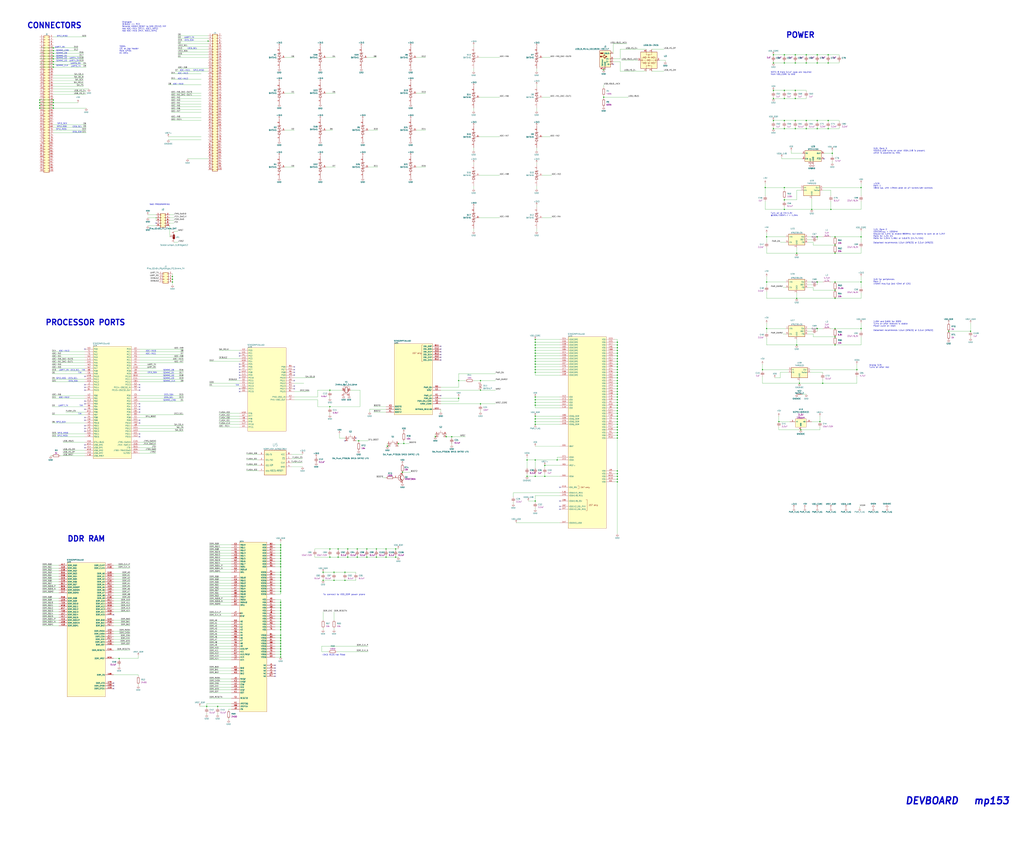
<source format=kicad_sch>
(kicad_sch (version 20250114) (generator "eeschema") (generator_version "9.0")
  (paper "User" 950.011 780.009)
  (lib_symbols
    (symbol "4ms_Capacitor:100nF_0402_16V" (pin_numbers (hide yes)) (pin_names (offset 0.254) (hide yes))
      (property "Reference" "C" (at 1.905 1.27 0))
      (property "Display" "0.1uF" (at 1.905 -1.27 0))
      (symbol "100nF_0402_16V_1_1"
        (pin passive line (at 0 2.54 270) (length 2.032) (name "~") (number "1"))
        (pin passive line (at 0 -2.54 90) (length 2.032) (name "~") (number "2"))
      )
    )
    (symbol "4ms_Capacitor:100nF_0402_50V" (pin_numbers (hide yes)) (pin_names (offset 0.254) (hide yes))
      (property "Reference" "C" (at 1.905 1.27 0))
      (property "Display" "0.1uF" (at 1.905 -1.27 0))
      (symbol "100nF_0402_50V_1_1"
        (pin passive line (at 0 2.54 270) (length 2.032) (name "~") (number "1"))
        (pin passive line (at 0 -2.54 90) (length 2.032) (name "~") (number "2"))
      )
    )
    (symbol "4ms_Capacitor:10nF_0402_16V" (pin_numbers (hide yes)) (pin_names (offset 0.254) (hide yes))
      (property "Reference" "C" (at 1.905 1.27 0))
      (property "Display" "10nF" (at 1.905 -1.27 0))
      (symbol "10nF_0402_16V_1_1"
        (pin passive line (at 0 2.54 270) (length 2.032) (name "~") (number "1"))
        (pin passive line (at 0 -2.54 90) (length 2.032) (name "~") (number "2"))
      )
    )
    (symbol "4ms_Capacitor:10uF_0603_10V" (pin_numbers (hide yes)) (pin_names (offset 0.254) (hide yes))
      (property "Reference" "C" (at 1.905 1.27 0))
      (property "Display" "10uF/10V" (at 1.905 -1.27 0))
      (symbol "10uF_0603_10V_1_1"
        (pin passive line (at 0 2.54 270) (length 2.032) (name "~") (number "1"))
        (pin passive line (at 0 -2.54 90) (length 2.032) (name "~") (number "2"))
      )
    )
    (symbol "4ms_Capacitor:1uF_0402_25V" (pin_numbers (hide yes)) (pin_names (offset 0.254) (hide yes))
      (property "Reference" "C24" (at 4.826 0.254 0))
      (property "Display" "1uF" (at 2.54 -1.27 0))
      (symbol "1uF_0402_25V_1_1"
        (pin passive line (at 0 2.54 270) (length 2.032) (name "~") (number "1"))
        (pin passive line (at 0 -2.54 90) (length 2.032) (name "~") (number "2"))
      )
    )
    (symbol "4ms_Capacitor:2.2uF_0402_6.3V" (pin_numbers (hide yes)) (pin_names (offset 0.254) (hide yes))
      (property "Reference" "C" (at 1.905 1.27 0))
      (property "Display" "2.2uF" (at 1.905 -1.27 0))
      (symbol "2.2uF_0402_6.3V_1_1"
        (pin passive line (at 0 2.54 270) (length 2.032) (name "~") (number "1"))
        (pin passive line (at 0 -2.54 90) (length 2.032) (name "~") (number "2"))
      )
    )
    (symbol "4ms_Capacitor:2.2uF_0603_25V" (pin_numbers (hide yes)) (pin_names (offset 0.254) (hide yes))
      (property "Reference" "C" (at 1.905 1.27 0))
      (property "Display" "2.2uF" (at 1.905 -1.27 0))
      (symbol "2.2uF_0603_25V_1_1"
        (pin passive line (at 0 2.54 270) (length 2.032) (name "~") (number "1"))
        (pin passive line (at 0 -2.54 90) (length 2.032) (name "~") (number "2"))
      )
    )
    (symbol "4ms_Capacitor:22uF_0603_6.3V" (pin_numbers (hide yes)) (pin_names (offset 0.254) (hide yes))
      (property "Reference" "C" (at 1.905 1.27 0))
      (property "Display" "22uF/6.3V" (at 1.905 -1.27 0))
      (symbol "22uF_0603_6.3V_1_1"
        (pin passive line (at 0 2.54 270) (length 2.032) (name "~") (number "1"))
        (pin passive line (at 0 -2.54 90) (length 2.032) (name "~") (number "2"))
      )
    )
    (symbol "4ms_Capacitor:3.3nF_0402_16V" (pin_numbers (hide yes)) (pin_names (offset 0.254) (hide yes))
      (property "Reference" "C" (at 1.905 1.27 0))
      (property "Display" "3.3nF" (at 1.905 -1.27 0))
      (symbol "3.3nF_0402_16V_1_1"
        (pin passive line (at 0 2.54 270) (length 2.032) (name "~") (number "1"))
        (pin passive line (at 0 -2.54 90) (length 2.032) (name "~") (number "2"))
      )
    )
    (symbol "4ms_Capacitor:4.7uF_0402_6.3V" (pin_numbers (hide yes)) (pin_names (offset 0.254) (hide yes))
      (property "Reference" "C" (at 1.905 1.27 0))
      (property "Display" "4.7uF" (at 1.905 -1.27 0))
      (symbol "4.7uF_0402_6.3V_1_1"
        (pin passive line (at 0 2.54 270) (length 2.032) (name "~") (number "1"))
        (pin passive line (at 0 -2.54 90) (length 2.032) (name "~") (number "2"))
      )
    )
    (symbol "4ms_Capacitor:6.8pF_0402_25V" (pin_numbers (hide yes)) (pin_names (offset 0.254) (hide yes))
      (property "Reference" "C" (at 1.905 1.27 0))
      (property "Display" "6.8pF" (at 1.905 -1.27 0))
      (symbol "6.8pF_0402_25V_1_1"
        (pin passive line (at 0 2.54 270) (length 2.032) (name "~") (number "1"))
        (pin passive line (at 0 -2.54 90) (length 2.032) (name "~") (number "2"))
      )
    )
    (symbol "4ms_Connector:Conn_02x50" (pin_names (offset 1.016) (hide yes))
      (symbol "Conn_02x50_1_1"
        (pin passive line (at -6.35 62.23 0) (length 3.81) (name "Pin_1") (number "1"))
        (pin passive line (at -6.35 59.69 0) (length 3.81) (name "Pin_3") (number "3"))
        (pin passive line (at -6.35 57.15 0) (length 3.81) (name "Pin_5") (number "5"))
        (pin passive line (at -6.35 54.61 0) (length 3.81) (name "Pin_7") (number "7"))
        (pin passive line (at -6.35 52.07 0) (length 3.81) (name "Pin_9") (number "9"))
        (pin passive line (at -6.35 49.53 0) (length 3.81) (name "Pin_11") (number "11"))
        (pin passive line (at -6.35 46.99 0) (length 3.81) (name "Pin_13") (number "13"))
        (pin passive line (at -6.35 44.45 0) (length 3.81) (name "Pin_15") (number "15"))
        (pin passive line (at -6.35 41.91 0) (length 3.81) (name "Pin_17") (number "17"))
        (pin passive line (at -6.35 39.37 0) (length 3.81) (name "Pin_19") (number "19"))
        (pin passive line (at -6.35 36.83 0) (length 3.81) (name "Pin_21") (number "21"))
        (pin passive line (at -6.35 34.29 0) (length 3.81) (name "Pin_23") (number "23"))
        (pin passive line (at -6.35 31.75 0) (length 3.81) (name "Pin_25") (number "25"))
        (pin passive line (at -6.35 29.21 0) (length 3.81) (name "Pin_27") (number "27"))
        (pin passive line (at -6.35 26.67 0) (length 3.81) (name "Pin_29") (number "29"))
        (pin passive line (at -6.35 24.13 0) (length 3.81) (name "Pin_31") (number "31"))
        (pin passive line (at -6.35 21.59 0) (length 3.81) (name "Pin_33") (number "33"))
        (pin passive line (at -6.35 19.05 0) (length 3.81) (name "Pin_35") (number "35"))
        (pin passive line (at -6.35 16.51 0) (length 3.81) (name "Pin_37") (number "37"))
        (pin passive line (at -6.35 13.97 0) (length 3.81) (name "Pin_39") (number "39"))
        (pin passive line (at -6.35 11.43 0) (length 3.81) (name "Pin_41") (number "41"))
        (pin passive line (at -6.35 8.89 0) (length 3.81) (name "Pin_43") (number "43"))
        (pin passive line (at -6.35 6.35 0) (length 3.81) (name "Pin_45") (number "45"))
        (pin passive line (at -6.35 3.81 0) (length 3.81) (name "Pin_47") (number "47"))
        (pin passive line (at -6.35 1.27 0) (length 3.81) (name "Pin_49") (number "49"))
        (pin passive line (at -6.35 -1.27 0) (length 3.81) (name "Pin_51") (number "51"))
        (pin passive line (at -6.35 -3.81 0) (length 3.81) (name "Pin_53") (number "53"))
        (pin passive line (at -6.35 -6.35 0) (length 3.81) (name "Pin_55") (number "55"))
        (pin passive line (at -6.35 -8.89 0) (length 3.81) (name "Pin_57") (number "57"))
        (pin passive line (at -6.35 -11.43 0) (length 3.81) (name "Pin_59") (number "59"))
        (pin passive line (at -6.35 -13.97 0) (length 3.81) (name "Pin_61") (number "61"))
        (pin passive line (at -6.35 -16.51 0) (length 3.81) (name "Pin_63") (number "63"))
        (pin passive line (at -6.35 -19.05 0) (length 3.81) (name "Pin_65") (number "65"))
        (pin passive line (at -6.35 -21.59 0) (length 3.81) (name "Pin_67") (number "67"))
        (pin passive line (at -6.35 -24.13 0) (length 3.81) (name "Pin_69") (number "69"))
        (pin passive line (at -6.35 -26.67 0) (length 3.81) (name "Pin_71") (number "71"))
        (pin passive line (at -6.35 -29.21 0) (length 3.81) (name "Pin_73") (number "73"))
        (pin passive line (at -6.35 -31.75 0) (length 3.81) (name "Pin_75") (number "75"))
        (pin passive line (at -6.35 -34.29 0) (length 3.81) (name "Pin_77") (number "77"))
        (pin passive line (at -6.35 -36.83 0) (length 3.81) (name "Pin_79") (number "79"))
        (pin passive line (at -6.35 -39.37 0) (length 3.81) (name "Pin_81") (number "81"))
        (pin passive line (at -6.35 -41.91 0) (length 3.81) (name "Pin_83") (number "83"))
        (pin passive line (at -6.35 -44.45 0) (length 3.81) (name "Pin_85") (number "85"))
        (pin passive line (at -6.35 -46.99 0) (length 3.81) (name "Pin_87") (number "87"))
        (pin passive line (at -6.35 -49.53 0) (length 3.81) (name "Pin_89") (number "89"))
        (pin passive line (at -6.35 -52.07 0) (length 3.81) (name "Pin_91") (number "91"))
        (pin passive line (at -6.35 -54.61 0) (length 3.81) (name "Pin_93") (number "93"))
        (pin passive line (at -6.35 -57.15 0) (length 3.81) (name "Pin_95") (number "95"))
        (pin passive line (at -6.35 -59.69 0) (length 3.81) (name "Pin_97") (number "97"))
        (pin passive line (at -6.35 -62.23 0) (length 3.81) (name "Pin_99") (number "99"))
        (pin passive line (at 6.35 62.23 180) (length 3.81) (name "Pin_2") (number "2"))
        (pin passive line (at 6.35 59.69 180) (length 3.81) (name "Pin_4") (number "4"))
        (pin passive line (at 6.35 57.15 180) (length 3.81) (name "Pin_6") (number "6"))
        (pin passive line (at 6.35 54.61 180) (length 3.81) (name "Pin_8") (number "8"))
        (pin passive line (at 6.35 52.07 180) (length 3.81) (name "Pin_10") (number "10"))
        (pin passive line (at 6.35 49.53 180) (length 3.81) (name "Pin_12") (number "12"))
        (pin passive line (at 6.35 46.99 180) (length 3.81) (name "Pin_14") (number "14"))
        (pin passive line (at 6.35 44.45 180) (length 3.81) (name "Pin_16") (number "16"))
        (pin passive line (at 6.35 41.91 180) (length 3.81) (name "Pin_18") (number "18"))
        (pin passive line (at 6.35 39.37 180) (length 3.81) (name "Pin_20") (number "20"))
        (pin passive line (at 6.35 36.83 180) (length 3.81) (name "Pin_22") (number "22"))
        (pin passive line (at 6.35 34.29 180) (length 3.81) (name "Pin_24") (number "24"))
        (pin passive line (at 6.35 31.75 180) (length 3.81) (name "Pin_26") (number "26"))
        (pin passive line (at 6.35 29.21 180) (length 3.81) (name "Pin_28") (number "28"))
        (pin passive line (at 6.35 26.67 180) (length 3.81) (name "Pin_30") (number "30"))
        (pin passive line (at 6.35 24.13 180) (length 3.81) (name "Pin_32") (number "32"))
        (pin passive line (at 6.35 21.59 180) (length 3.81) (name "Pin_34") (number "34"))
        (pin passive line (at 6.35 19.05 180) (length 3.81) (name "Pin_36") (number "36"))
        (pin passive line (at 6.35 16.51 180) (length 3.81) (name "Pin_38") (number "38"))
        (pin passive line (at 6.35 13.97 180) (length 3.81) (name "Pin_40") (number "40"))
        (pin passive line (at 6.35 11.43 180) (length 3.81) (name "Pin_42") (number "42"))
        (pin passive line (at 6.35 8.89 180) (length 3.81) (name "Pin_44") (number "44"))
        (pin passive line (at 6.35 6.35 180) (length 3.81) (name "Pin_46") (number "46"))
        (pin passive line (at 6.35 3.81 180) (length 3.81) (name "Pin_48") (number "48"))
        (pin passive line (at 6.35 1.27 180) (length 3.81) (name "Pin_50") (number "50"))
        (pin passive line (at 6.35 -1.27 180) (length 3.81) (name "Pin_52") (number "52"))
        (pin passive line (at 6.35 -3.81 180) (length 3.81) (name "Pin_54") (number "54"))
        (pin passive line (at 6.35 -6.35 180) (length 3.81) (name "Pin_56") (number "56"))
        (pin passive line (at 6.35 -8.89 180) (length 3.81) (name "Pin_58") (number "58"))
        (pin passive line (at 6.35 -11.43 180) (length 3.81) (name "Pin_60") (number "60"))
        (pin passive line (at 6.35 -13.97 180) (length 3.81) (name "Pin_62") (number "62"))
        (pin passive line (at 6.35 -16.51 180) (length 3.81) (name "Pin_64") (number "64"))
        (pin passive line (at 6.35 -19.05 180) (length 3.81) (name "Pin_66") (number "66"))
        (pin passive line (at 6.35 -21.59 180) (length 3.81) (name "Pin_68") (number "68"))
        (pin passive line (at 6.35 -24.13 180) (length 3.81) (name "Pin_70") (number "70"))
        (pin passive line (at 6.35 -26.67 180) (length 3.81) (name "Pin_72") (number "72"))
        (pin passive line (at 6.35 -29.21 180) (length 3.81) (name "Pin_74") (number "74"))
        (pin passive line (at 6.35 -31.75 180) (length 3.81) (name "Pin_76") (number "76"))
        (pin passive line (at 6.35 -34.29 180) (length 3.81) (name "Pin_78") (number "78"))
        (pin passive line (at 6.35 -36.83 180) (length 3.81) (name "Pin_80") (number "80"))
        (pin passive line (at 6.35 -39.37 180) (length 3.81) (name "Pin_82") (number "82"))
        (pin passive line (at 6.35 -41.91 180) (length 3.81) (name "Pin_84") (number "84"))
        (pin passive line (at 6.35 -44.45 180) (length 3.81) (name "Pin_86") (number "86"))
        (pin passive line (at 6.35 -46.99 180) (length 3.81) (name "Pin_88") (number "88"))
        (pin passive line (at 6.35 -49.53 180) (length 3.81) (name "Pin_90") (number "90"))
        (pin passive line (at 6.35 -52.07 180) (length 3.81) (name "Pin_92") (number "92"))
        (pin passive line (at 6.35 -54.61 180) (length 3.81) (name "Pin_94") (number "94"))
        (pin passive line (at 6.35 -57.15 180) (length 3.81) (name "Pin_96") (number "96"))
        (pin passive line (at 6.35 -59.69 180) (length 3.81) (name "Pin_98") (number "98"))
        (pin passive line (at 6.35 -62.23 180) (length 3.81) (name "Pin_100") (number "100"))
      )
    )
    (symbol "4ms_Connector:Pins_02x04_RightAngle_P2.54mm_TH" (pin_names (offset 1.016) (hide yes))
      (property "Reference" "J" (at 0 6.35 0))
      (property "Value" "Pins_02x04_RightAngle_P2.54mm_TH" (at 1.27 -7.62 0))
      (symbol "Pins_02x04_RightAngle_P2.54mm_TH_1_1"
        (pin passive line (at -6.35 3.81 0) (length 3.81) (name "Pin_1") (number "1"))
        (pin passive line (at -6.35 1.27 0) (length 3.81) (name "Pin_3") (number "3"))
        (pin passive line (at -6.35 -1.27 0) (length 3.81) (name "Pin_5") (number "5"))
        (pin passive line (at -6.35 -3.81 0) (length 3.81) (name "Pin_7") (number "7"))
        (pin passive line (at 6.35 3.81 180) (length 3.81) (name "Pin_2") (number "2"))
        (pin passive line (at 6.35 1.27 180) (length 3.81) (name "Pin_4") (number "4"))
        (pin passive line (at 6.35 -1.27 180) (length 3.81) (name "Pin_6") (number "6"))
        (pin passive line (at 6.35 -3.81 180) (length 3.81) (name "Pin_8") (number "8"))
      )
    )
    (symbol "4ms_Connector:Pins_02x05_P1.27mm_SMT" (pin_names (offset 1.016) (hide yes))
      (property "Reference" "J" (at 0 7.62 0))
      (property "Value" "Pins_02x05_P1.27mm_SMT" (at 0 -7.62 0))
      (symbol "Pins_02x05_P1.27mm_SMT_1_1"
        (pin passive line (at -6.35 5.08 0) (length 3.81) (name "Pin_1") (number "1"))
        (pin passive line (at -6.35 2.54 0) (length 3.81) (name "Pin_3") (number "3"))
        (pin passive line (at -6.35 0 0) (length 3.81) (name "Pin_5") (number "5"))
        (pin passive line (at -6.35 -2.54 0) (length 3.81) (name "Pin_7") (number "7"))
        (pin passive line (at -6.35 -5.08 0) (length 3.81) (name "Pin_9") (number "9"))
        (pin passive line (at 6.35 5.08 180) (length 3.81) (name "Pin_2") (number "2"))
        (pin passive line (at 6.35 2.54 180) (length 3.81) (name "Pin_4") (number "4"))
        (pin passive line (at 6.35 0 180) (length 3.81) (name "Pin_6") (number "6"))
        (pin passive line (at 6.35 -2.54 180) (length 3.81) (name "Pin_8") (number "8"))
        (pin passive line (at 6.35 -5.08 180) (length 3.81) (name "Pin_10") (number "10"))
      )
    )
    (symbol "4ms_Connector:USB_B_Micro_10118194-0011LF" (pin_names (offset 1.016))
      (property "Reference" "J" (at -5.08 11.43 0))
      (property "Value" "USB_B_Micro_10118194-0011LF" (at -5.08 8.89 0))
      (symbol "USB_B_Micro_10118194-0011LF_1_1"
        (pin passive line (at -2.54 -10.16 90) (length 2.54) (name "Shield") (number "6"))
        (pin power_out line (at 0 -10.16 90) (length 2.54) (name "GND") (number "5"))
        (pin power_out line (at 7.62 5.08 180) (length 2.54) (name "VBUS") (number "1"))
        (pin bidirectional line (at 7.62 0 180) (length 2.54) (name "D+") (number "3"))
        (pin bidirectional line (at 7.62 -2.54 180) (length 2.54) (name "D-") (number "2"))
        (pin passive line (at 7.62 -5.08 180) (length 2.54) (name "ID") (number "4"))
      )
    )
    (symbol "4ms_Crystal:24MHz_8pF_2x1.6mm" (pin_names (offset 1.016) (hide yes))
      (property "Reference" "Y" (at 0 7.62 0))
      (property "Value" "24MHz_8pF_2x1.6mm" (at 0 5.08 0))
      (symbol "24MHz_8pF_2x1.6mm_1_1"
        (pin passive line (at -3.81 0 0) (length 1.27) (name "1") (number "1"))
        (pin passive line (at -2.54 -5.08 90) (length 1.27) (name "2") (number "2"))
        (pin passive line (at 2.54 -5.08 90) (length 1.27) (name "4") (number "4"))
        (pin passive line (at 3.81 0 180) (length 1.27) (name "3") (number "3"))
      )
    )
    (symbol "4ms_Diode:BAT54LP" (pin_names (offset 1.016) (hide yes))
      (property "Reference" "D" (at 0 2.54 0))
      (property "Value" "BAT54LP" (at 0 -2.54 0))
      (symbol "BAT54LP_1_1"
        (pin passive line (at -3.81 0 0) (length 2.54) (name "K") (number "1"))
        (pin passive line (at 3.81 0 180) (length 2.54) (name "A") (number "2"))
      )
    )
    (symbol "4ms_Diode:BAT54S" (pin_names (offset 0.762) (hide yes))
      (property "Reference" "D" (at 2.54 -2.54 0))
      (property "Value" "BAT54S" (at 0 2.54 0))
      (symbol "BAT54S_0_1"
        (pin passive line (at -10.16 0 0) (length 6.35) (name "Anode") (number "1"))
        (pin passive line (at 0 -5.08 90) (length 2.54) (name "AK") (number "3"))
        (pin passive line (at 10.16 0 180) (length 6.35) (name "cathode") (number "2"))
      )
    )
    (symbol "4ms_IC:AP2411SN"
      (property "Reference" "U" (at -7.62 -6.35 0))
      (property "Value" "AP2411SN" (at -7.62 6.35 0))
      (symbol "AP2411SN_1_1"
        (pin power_in line (at -10.16 2.54 0) (length 2.54) (name "IN") (number "1"))
        (pin input line (at -10.16 -2.54 0) (length 2.54) (name "EN") (number "3"))
        (pin power_in line (at -2.54 -7.62 90) (length 2.54) (name "EP") (number "7"))
        (pin power_in line (at 0 -7.62 90) (length 2.54) (name "GND") (number "2"))
        (pin power_out line (at 10.16 2.54 180) (length 2.54) (name "OUT") (number "5"))
        (pin no_connect line (at 10.16 0 180) (length 2.54) (hide yes) (name "NC") (number "6"))
        (pin open_collector line (at 10.16 -2.54 180) (length 2.54) (name "~{FLG}") (number "4"))
      )
    )
    (symbol "4ms_IC:AP6230xZ6"
      (property "Reference" "U" (at 0 8.89 0))
      (property "Value" "AP6230xZ6" (at 0 6.35 0))
      (symbol "AP6230xZ6_1_1"
        (pin power_in line (at -10.16 2.54 0) (length 2.54) (name "VIN") (number "1"))
        (pin input line (at -10.16 -2.54 0) (length 2.54) (name "EN") (number "5"))
        (pin power_in line (at 0 -7.62 90) (length 2.54) (name "GND") (number "3"))
        (pin output line (at 10.16 2.54 180) (length 2.54) (name "SW") (number "2"))
        (pin passive line (at 10.16 0 180) (length 2.54) (name "BST") (number "4"))
        (pin input line (at 10.16 -2.54 180) (length 2.54) (name "FB") (number "6"))
      )
    )
    (symbol "4ms_IC:DDR3L-RAM-4Gb_MT41K256M16TW"
      (property "Reference" "U7" (at 0 0 0))
      (symbol "DDR3L-RAM-4Gb_MT41K256M16TW_1_0"
        (pin passive line (at -7.62 -2.54 0) (length 7.62) (name "DQL0") (number "E3"))
        (pin passive line (at -7.62 -5.08 0) (length 7.62) (name "DQL1") (number "F7"))
        (pin passive line (at -7.62 -7.62 0) (length 7.62) (name "DQL2") (number "F2"))
        (pin passive line (at -7.62 -10.16 0) (length 7.62) (name "DQL3") (number "F8"))
        (pin passive line (at -7.62 -12.7 0) (length 7.62) (name "DQL4") (number "H3"))
        (pin passive line (at -7.62 -15.24 0) (length 7.62) (name "DQL5") (number "H8"))
        (pin passive line (at -7.62 -17.78 0) (length 7.62) (name "DQL6") (number "G2"))
        (pin passive line (at -7.62 -20.32 0) (length 7.62) (name "DQL7") (number "H7"))
        (pin passive line (at -7.62 -22.86 0) (length 7.62) (name "DQSL") (number "F3"))
        (pin passive line (at -7.62 -25.4 0) (length 7.62) (name "DQSL#") (number "G3"))
        (pin passive line (at -7.62 -27.94 0) (length 7.62) (name "DML") (number "E7"))
        (pin passive line (at -7.62 -33.02 0) (length 7.62) (name "DQU0") (number "D7"))
        (pin passive line (at -7.62 -35.56 0) (length 7.62) (name "DQU1") (number "C3"))
        (pin passive line (at -7.62 -38.1 0) (length 7.62) (name "DQU2") (number "C8"))
        (pin passive line (at -7.62 -40.64 0) (length 7.62) (name "DQU3") (number "C2"))
        (pin passive line (at -7.62 -43.18 0) (length 7.62) (name "DQU4") (number "A7"))
        (pin passive line (at -7.62 -45.72 0) (length 7.62) (name "DQU5") (number "A2"))
        (pin passive line (at -7.62 -48.26 0) (length 7.62) (name "DQU6") (number "B8"))
        (pin passive line (at -7.62 -50.8 0) (length 7.62) (name "DQU7") (number "A3"))
        (pin passive line (at -7.62 -53.34 0) (length 7.62) (name "DQSU") (number "C7"))
        (pin passive line (at -7.62 -55.88 0) (length 7.62) (name "DQSU#") (number "B7"))
        (pin passive line (at -7.62 -58.42 0) (length 7.62) (name "DMU") (number "D3"))
        (pin passive clock (at -7.62 -66.04 0) (length 7.62) (name "CK") (number "J7"))
        (pin passive clock (at -7.62 -68.58 0) (length 7.62) (name "CK#") (number "K7"))
        (pin passive line (at -7.62 -73.66 0) (length 7.62) (name "A0") (number "N3"))
        (pin passive line (at -7.62 -76.2 0) (length 7.62) (name "A1") (number "P7"))
        (pin passive line (at -7.62 -78.74 0) (length 7.62) (name "A2") (number "P3"))
        (pin passive line (at -7.62 -81.28 0) (length 7.62) (name "A3") (number "N2"))
        (pin passive line (at -7.62 -83.82 0) (length 7.62) (name "A4") (number "P8"))
        (pin passive line (at -7.62 -86.36 0) (length 7.62) (name "A5") (number "P2"))
        (pin passive line (at -7.62 -88.9 0) (length 7.62) (name "A6") (number "R8"))
        (pin passive line (at -7.62 -91.44 0) (length 7.62) (name "A7") (number "R2"))
        (pin passive line (at -7.62 -93.98 0) (length 7.62) (name "A8") (number "T8"))
        (pin passive line (at -7.62 -96.52 0) (length 7.62) (name "A9") (number "R3"))
        (pin passive line (at -7.62 -99.06 0) (length 7.62) (name "A10/AP") (number "L7"))
        (pin passive line (at -7.62 -101.6 0) (length 7.62) (name "A11") (number "R7"))
        (pin passive line (at -7.62 -104.14 0) (length 7.62) (name "A12/BC#") (number "N7"))
        (pin passive line (at -7.62 -106.68 0) (length 7.62) (name "A13") (number "T3"))
        (pin passive line (at -7.62 -109.22 0) (length 7.62) (name "A14") (number "T7"))
        (pin passive line (at -7.62 -116.84 0) (length 7.62) (name "BA0") (number "M2"))
        (pin passive line (at -7.62 -119.38 0) (length 7.62) (name "BA1") (number "N8"))
        (pin passive line (at -7.62 -121.92 0) (length 7.62) (name "BA2") (number "M3"))
        (pin passive line (at -7.62 -127 0) (length 7.62) (name "RAS#") (number "J3"))
        (pin passive line (at -7.62 -129.54 0) (length 7.62) (name "CAS#") (number "K3"))
        (pin passive line (at -7.62 -132.08 0) (length 7.62) (name "CS#") (number "L2"))
        (pin passive line (at -7.62 -134.62 0) (length 7.62) (name "CKE") (number "K9"))
        (pin passive line (at -7.62 -137.16 0) (length 7.62) (name "WE#") (number "L3"))
        (pin passive line (at -7.62 -139.7 0) (length 7.62) (name "ODT") (number "K1"))
        (pin passive line (at -7.62 -144.78 0) (length 7.62) (name "RESET#") (number "T2"))
        (pin passive line (at -7.62 -149.86 0) (length 7.62) (name "VREFDQ") (number "H1"))
        (pin passive line (at -7.62 -152.4 0) (length 7.62) (name "VREFCA") (number "M8"))
        (pin passive line (at -7.62 -154.94 0) (length 7.62) (name "ZQ") (number "L8"))
        (pin passive line (at 33.02 -2.54 180) (length 7.62) (name "VDD") (number "B2"))
        (pin passive line (at 33.02 -5.08 180) (length 7.62) (name "VDD") (number "D9"))
        (pin passive line (at 33.02 -7.62 180) (length 7.62) (name "VDD") (number "G7"))
        (pin passive line (at 33.02 -10.16 180) (length 7.62) (name "VDD") (number "K2"))
        (pin passive line (at 33.02 -12.7 180) (length 7.62) (name "VDD") (number "K8"))
        (pin passive line (at 33.02 -15.24 180) (length 7.62) (name "VDD") (number "N1"))
        (pin passive line (at 33.02 -17.78 180) (length 7.62) (name "VDD") (number "N9"))
        (pin passive line (at 33.02 -20.32 180) (length 7.62) (name "VDD") (number "R1"))
        (pin passive line (at 33.02 -22.86 180) (length 7.62) (name "VDD") (number "R9"))
        (pin passive line (at 33.02 -27.94 180) (length 7.62) (name "VDDQ") (number "A1"))
        (pin passive line (at 33.02 -30.48 180) (length 7.62) (name "VDDQ") (number "A8"))
        (pin passive line (at 33.02 -33.02 180) (length 7.62) (name "VDDQ") (number "C1"))
        (pin passive line (at 33.02 -35.56 180) (length 7.62) (name "VDDQ") (number "C9"))
        (pin passive line (at 33.02 -38.1 180) (length 7.62) (name "VDDQ") (number "D2"))
        (pin passive line (at 33.02 -40.64 180) (length 7.62) (name "VDDQ") (number "E9"))
        (pin passive line (at 33.02 -43.18 180) (length 7.62) (name "VDDQ") (number "F1"))
        (pin passive line (at 33.02 -45.72 180) (length 7.62) (name "VDDQ") (number "H2"))
        (pin passive line (at 33.02 -48.26 180) (length 7.62) (name "VDDQ") (number "H9"))
        (pin passive line (at 33.02 -53.34 180) (length 7.62) (name "VSS") (number "A9"))
        (pin passive line (at 33.02 -55.88 180) (length 7.62) (name "VSS") (number "B3"))
        (pin passive line (at 33.02 -58.42 180) (length 7.62) (name "VSS") (number "E1"))
        (pin passive line (at 33.02 -60.96 180) (length 7.62) (name "VSS") (number "G8"))
        (pin passive line (at 33.02 -63.5 180) (length 7.62) (name "VSS") (number "J2"))
        (pin passive line (at 33.02 -66.04 180) (length 7.62) (name "VSS") (number "J8"))
        (pin passive line (at 33.02 -68.58 180) (length 7.62) (name "VSS") (number "M1"))
        (pin passive line (at 33.02 -71.12 180) (length 7.62) (name "VSS") (number "M9"))
        (pin passive line (at 33.02 -73.66 180) (length 7.62) (name "VSS") (number "P1"))
        (pin passive line (at 33.02 -76.2 180) (length 7.62) (name "VSS") (number "P9"))
        (pin passive line (at 33.02 -78.74 180) (length 7.62) (name "VSS") (number "T1"))
        (pin passive line (at 33.02 -81.28 180) (length 7.62) (name "VSS") (number "T9"))
        (pin passive line (at 33.02 -86.36 180) (length 7.62) (name "VSSQ") (number "B1"))
        (pin passive line (at 33.02 -88.9 180) (length 7.62) (name "VSSQ") (number "B9"))
        (pin passive line (at 33.02 -91.44 180) (length 7.62) (name "VSSQ") (number "D1"))
        (pin passive line (at 33.02 -93.98 180) (length 7.62) (name "VSSQ") (number "D8"))
        (pin passive line (at 33.02 -96.52 180) (length 7.62) (name "VSSQ") (number "E2"))
        (pin passive line (at 33.02 -99.06 180) (length 7.62) (name "VSSQ") (number "E8"))
        (pin passive line (at 33.02 -101.6 180) (length 7.62) (name "VSSQ") (number "F9"))
        (pin passive line (at 33.02 -104.14 180) (length 7.62) (name "VSSQ") (number "G1"))
        (pin passive line (at 33.02 -106.68 180) (length 7.62) (name "VSSQ") (number "G9"))
        (pin passive line (at 33.02 -114.3 180) (length 7.62) (name "NC") (number "J1"))
        (pin passive line (at 33.02 -116.84 180) (length 7.62) (name "NC") (number "J9"))
        (pin passive line (at 33.02 -119.38 180) (length 7.62) (name "NC") (number "L1"))
        (pin passive line (at 33.02 -121.92 180) (length 7.62) (name "NC") (number "L9"))
        (pin passive line (at 33.02 -124.46 180) (length 7.62) (name "NC") (number "M7"))
      )
    )
    (symbol "4ms_IC:NORFLASH_W25Q128JV" (pin_names (offset 1.016))
      (property "Reference" "U?" (at 0 13.97 0))
      (property "Value" "NORFLASH_W25Q128JV" (at 0 -13.97 0))
      (symbol "NORFLASH_W25Q128JV_1_1"
        (pin bidirectional line (at -15.24 7.62 0) (length 5.08) (name "IO0/SI") (number "5"))
        (pin bidirectional line (at -15.24 2.54 0) (length 5.08) (name "IO1/SO") (number "2"))
        (pin bidirectional line (at -15.24 -2.54 0) (length 5.08) (name "IO2/~{WP}") (number "3"))
        (pin bidirectional line (at -15.24 -7.62 0) (length 5.08) (name "IO3/~{HOLD}/~{RESET}") (number "7"))
        (pin power_in line (at 15.24 7.62 180) (length 5.08) (name "VCC") (number "8"))
        (pin bidirectional line (at 15.24 3.81 180) (length 5.08) (name "~{CS}") (number "1"))
        (pin bidirectional line (at 15.24 0 180) (length 5.08) (name "CLK") (number "6"))
        (pin power_in line (at 15.24 -3.81 180) (length 5.08) (name "GND") (number "4"))
      )
    )
    (symbol "4ms_IC:STM32MP15xxAD"
      (property "Reference" "U?" (at 1.27 5.08 0))
      (property "Value" "STM32MP15xxAD" (at 7.62 2.54 0))
      (symbol "STM32MP15xxAD_1_0"
        (pin passive line (at -7.62 -2.54 0) (length 7.62) (name "PA0") (number "N3"))
        (pin passive line (at -7.62 -5.08 0) (length 7.62) (name "PA1") (number "T1"))
        (pin passive line (at -7.62 -7.62 0) (length 7.62) (name "PA2") (number "T3"))
        (pin passive line (at -7.62 -10.16 0) (length 7.62) (name "PA3") (number "N2"))
        (pin passive line (at -7.62 -12.7 0) (length 7.62) (name "PA4") (number "1J1"))
        (pin passive line (at -7.62 -15.24 0) (length 7.62) (name "PA5") (number "1H1"))
        (pin passive line (at -7.62 -17.78 0) (length 7.62) (name "PA6") (number "W3"))
        (pin passive line (at -7.62 -20.32 0) (length 7.62) (name "PA7") (number "W2"))
        (pin passive line (at -7.62 -22.86 0) (length 7.62) (name "PA8") (number "B8"))
        (pin passive line (at -7.62 -25.4 0) (length 7.62) (name "PA9") (number "C6"))
        (pin passive line (at -7.62 -27.94 0) (length 7.62) (name "PA10") (number "U16"))
        (pin passive line (at -7.62 -30.48 0) (length 7.62) (name "PA11") (number "U15"))
        (pin passive line (at -7.62 -33.02 0) (length 7.62) (name "PA12") (number "V15"))
        (pin passive line (at -7.62 -35.56 0) (length 7.62) (name "PA13") (number "L2"))
        (pin passive line (at -7.62 -38.1 0) (length 7.62) (name "PA14") (number "L1"))
        (pin passive line (at -7.62 -40.64 0) (length 7.62) (name "PA15") (number "B4"))
        (pin passive line (at -7.62 -45.72 0) (length 7.62) (name "PB0") (number "U2"))
        (pin passive line (at -7.62 -48.26 0) (length 7.62) (name "PB1") (number "U1"))
        (pin passive line (at -7.62 -50.8 0) (length 7.62) (name "PB2") (number "V13"))
        (pin passive line (at -7.62 -53.34 0) (length 7.62) (name "PB3") (number "C7"))
        (pin passive line (at -7.62 -55.88 0) (length 7.62) (name "PB4") (number "B6"))
        (pin passive line (at -7.62 -58.42 0) (length 7.62) (name "PB5") (number "V5"))
        (pin passive line (at -7.62 -60.96 0) (length 7.62) (name "PB6") (number "W11"))
        (pin passive line (at -7.62 -63.5 0) (length 7.62) (name "PB7") (number "A3"))
        (pin passive line (at -7.62 -66.04 0) (length 7.62) (name "PB8") (number "V4"))
        (pin passive line (at -7.62 -68.58 0) (length 7.62) (name "PB9") (number "C9"))
        (pin passive line (at -7.62 -71.12 0) (length 7.62) (name "PB10") (number "U5"))
        (pin passive line (at -7.62 -73.66 0) (length 7.62) (name "PB11") (number "U3"))
        (pin passive line (at -7.62 -76.2 0) (length 7.62) (name "PB12") (number "V3"))
        (pin passive line (at -7.62 -78.74 0) (length 7.62) (name "PB13") (number "1J2"))
        (pin passive line (at -7.62 -81.28 0) (length 7.62) (name "PB14") (number "1A4"))
        (pin passive line (at -7.62 -83.82 0) (length 7.62) (name "PB15") (number "C8"))
        (pin passive line (at -7.62 -88.9 0) (length 7.62) (name "OTG_VBUS") (number "V16"))
        (pin passive line (at -7.62 -91.44 0) (length 7.62) (name "USB_DM1") (number "W14"))
        (pin passive line (at -7.62 -93.98 0) (length 7.62) (name "USB_DP1") (number "V14"))
        (pin passive line (at -7.62 -96.52 0) (length 7.62) (name "USB_DM2") (number "W10"))
        (pin passive line (at -7.62 -99.06 0) (length 7.62) (name "USB_DP2") (number "V10"))
        (pin passive line (at -7.62 -101.6 0) (length 7.62) (name "USB_RREF") (number "1J8"))
        (pin passive line (at 43.18 -2.54 180) (length 7.62) (name "PC0") (number "U4"))
        (pin passive line (at 43.18 -5.08 180) (length 7.62) (name "PC1") (number "T2"))
        (pin passive line (at 43.18 -7.62 180) (length 7.62) (name "PC2") (number "P2"))
        (pin passive line (at 43.18 -10.16 180) (length 7.62) (name "PC3") (number "P3"))
        (pin passive line (at 43.18 -12.7 180) (length 7.62) (name "PC4") (number "V2"))
        (pin passive line (at 43.18 -15.24 180) (length 7.62) (name "PC5") (number "V1"))
        (pin passive line (at 43.18 -17.78 180) (length 7.62) (name "PC6") (number "A4"))
        (pin passive line (at 43.18 -20.32 180) (length 7.62) (name "PC7") (number "C10"))
        (pin passive line (at 43.18 -22.86 180) (length 7.62) (name "PC8") (number "A9"))
        (pin passive line (at 43.18 -25.4 180) (length 7.62) (name "PC9") (number "B9"))
        (pin passive line (at 43.18 -27.94 180) (length 7.62) (name "PC10") (number "B10"))
        (pin passive line (at 43.18 -30.48 180) (length 7.62) (name "PC11") (number "C11"))
        (pin passive line (at 43.18 -33.02 180) (length 7.62) (name "PC12") (number "1B4"))
        (pin passive line (at 43.18 -35.56 180) (length 7.62) (name "PC13") (number "G3"))
        (pin passive line (at 43.18 -38.1 180) (length 7.62) (name "PC14-OSC32_IN") (number "G2"))
        (pin passive line (at 43.18 -40.64 180) (length 7.62) (name "PC15-OSC32_OUT") (number "F2"))
        (pin passive line (at 43.18 -45.72 180) (length 7.62) (name "PD0") (number "C5"))
        (pin passive line (at 43.18 -48.26 180) (length 7.62) (name "PD1") (number "A2"))
        (pin passive line (at 43.18 -50.8 180) (length 7.62) (name "PD2") (number "1A5"))
        (pin passive line (at 43.18 -53.34 180) (length 7.62) (name "PD3") (number "A7"))
        (pin passive line (at 43.18 -55.88 180) (length 7.62) (name "PD4") (number "C3"))
        (pin passive line (at 43.18 -58.42 180) (length 7.62) (name "PD5") (number "C4"))
        (pin passive line (at 43.18 -60.96 180) (length 7.62) (name "PD6") (number "1B1"))
        (pin passive line (at 43.18 -63.5 180) (length 7.62) (name "PD7") (number "B3"))
        (pin passive line (at 43.18 -66.04 180) (length 7.62) (name "PD8") (number "E1"))
        (pin passive line (at 43.18 -68.58 180) (length 7.62) (name "PD9") (number "1C1"))
        (pin passive line (at 43.18 -71.12 180) (length 7.62) (name "PD10") (number "1A2"))
        (pin passive line (at 43.18 -73.66 180) (length 7.62) (name "PD11") (number "U8"))
        (pin passive line (at 43.18 -76.2 180) (length 7.62) (name "PD12") (number "U14"))
        (pin passive line (at 43.18 -78.74 180) (length 7.62) (name "PD13") (number "U13"))
        (pin passive line (at 43.18 -81.28 180) (length 7.62) (name "PD14") (number "1E1"))
        (pin passive line (at 43.18 -83.82 180) (length 7.62) (name "PD15") (number "1C2"))
        (pin passive line (at 43.18 -88.9 180) (length 7.62) (name "JTMS-SWDIO") (number "C15"))
        (pin passive line (at 43.18 -91.44 180) (length 7.62) (name "JTCK-SWCLK") (number "A16"))
        (pin passive line (at 43.18 -93.98 180) (length 7.62) (name "JTDI") (number "B15"))
        (pin passive line (at 43.18 -96.52 180) (length 7.62) (name "JTDO-TRACESWO") (number "A15"))
        (pin passive line (at 43.18 -99.06 180) (length 7.62) (name "NJTRST") (number "B14"))
      )
      (symbol "STM32MP15xxAD_2_0"
        (pin passive line (at -7.62 -2.54 0) (length 7.62) (name "PE0") (number "C2"))
        (pin passive line (at -7.62 -5.08 0) (length 7.62) (name "PE1") (number "1A1"))
        (pin passive line (at -7.62 -7.62 0) (length 7.62) (name "PE2") (number "P1"))
        (pin passive line (at -7.62 -10.16 0) (length 7.62) (name "PE3") (number "1A3"))
        (pin passive line (at -7.62 -12.7 0) (length 7.62) (name "PE4") (number "A10"))
        (pin passive line (at -7.62 -15.24 0) (length 7.62) (name "PE5") (number "B7"))
        (pin passive line (at -7.62 -17.78 0) (length 7.62) (name "PE6") (number "B2"))
        (pin passive line (at -7.62 -20.32 0) (length 7.62) (name "PE7") (number "V7"))
        (pin passive line (at -7.62 -22.86 0) (length 7.62) (name "PE8") (number "U12"))
        (pin passive line (at -7.62 -25.4 0) (length 7.62) (name "PE9") (number "1J4"))
        (pin passive line (at -7.62 -27.94 0) (length 7.62) (name "PE10") (number "V12"))
        (pin passive line (at -7.62 -30.48 0) (length 7.62) (name "PE11") (number "D2"))
        (pin passive line (at -7.62 -33.02 0) (length 7.62) (name "PE12") (number "C1"))
        (pin passive line (at -7.62 -35.56 0) (length 7.62) (name "PE13") (number "E3"))
        (pin passive line (at -7.62 -38.1 0) (length 7.62) (name "PE14") (number "1B2"))
        (pin passive line (at -7.62 -40.64 0) (length 7.62) (name "PE15") (number "D3"))
        (pin passive line (at -7.62 -60.96 0) (length 7.62) (name "PF6") (number "U10"))
        (pin passive line (at -7.62 -63.5 0) (length 7.62) (name "PF7") (number "W7"))
        (pin passive line (at -7.62 -66.04 0) (length 7.62) (name "PF8") (number "V8"))
        (pin passive line (at -7.62 -68.58 0) (length 7.62) (name "PF9") (number "V9"))
        (pin passive line (at -7.62 -71.12 0) (length 7.62) (name "PF10") (number "1J7"))
        (pin passive line (at -7.62 -73.66 0) (length 7.62) (name "PF11") (number "W4"))
        (pin passive line (at 43.18 -17.78 180) (length 7.62) (name "PG6") (number "B5"))
        (pin passive line (at 43.18 -20.32 180) (length 7.62) (name "PG7") (number "V11"))
        (pin passive line (at 43.18 -22.86 180) (length 7.62) (name "PG8") (number "V6"))
        (pin passive line (at 43.18 -25.4 180) (length 7.62) (name "PG9") (number "W8"))
        (pin passive line (at 43.18 -27.94 180) (length 7.62) (name "PG10") (number "U7"))
        (pin passive line (at 43.18 -30.48 180) (length 7.62) (name "PG11") (number "U6"))
        (pin passive line (at 43.18 -33.02 180) (length 7.62) (name "PG12") (number "D1"))
        (pin passive line (at 43.18 -35.56 180) (length 7.62) (name "PG13") (number "R3"))
        (pin passive line (at 43.18 -38.1 180) (length 7.62) (name "PG14") (number "R2"))
        (pin passive line (at 43.18 -40.64 180) (length 7.62) (name "PG15") (number "B1"))
        (pin passive line (at 43.18 -45.72 180) (length 7.62) (name "PH0-OSC_IN") (number "H2"))
        (pin passive line (at 43.18 -48.26 180) (length 7.62) (name "PH1-OSC_OUT") (number "J2"))
      )
      (symbol "STM32MP15xxAD_3_0"
        (text "157 only" (at 25.4 -8.89 0) (effects (font (size 1.27 1.27) (italic yes)) (justify right)))
        (pin passive line (at -7.62 -58.42 0) (length 7.62) (name "BOOT0") (number "H3"))
        (pin passive line (at -7.62 -60.96 0) (length 7.62) (name "BOOT1") (number "K3"))
        (pin passive line (at -7.62 -63.5 0) (length 7.62) (name "BOOT2") (number "H1"))
        (pin passive line (at 43.18 -2.54 180) (length 7.62) (name "DSI_D0P") (number "B11"))
        (pin passive line (at 43.18 -5.08 180) (length 7.62) (name "DSI_D0N") (number "C12"))
        (pin passive line (at 43.18 -7.62 180) (length 7.62) (name "DSI_D1P") (number "A13"))
        (pin passive line (at 43.18 -10.16 180) (length 7.62) (name "DSI_D1N") (number "B13"))
        (pin passive line (at 43.18 -12.7 180) (length 7.62) (name "DSI_CKP") (number "A12"))
        (pin passive line (at 43.18 -15.24 180) (length 7.62) (name "DSI_CKN") (number "B12"))
        (pin passive line (at 43.18 -40.64 180) (length 7.62) (name "PWR_ON") (number "M2"))
        (pin passive line (at 43.18 -43.18 180) (length 7.62) (name "NRST") (number "E2"))
        (pin passive line (at 43.18 -48.26 180) (length 7.62) (name "PWR_LP") (number "K1"))
        (pin passive line (at 43.18 -50.8 180) (length 7.62) (name "PDR_ON") (number "L3"))
        (pin passive line (at 43.18 -53.34 180) (length 7.62) (name "PDR_ON_CORE") (number "K2"))
        (pin passive line (at 43.18 -55.88 180) (length 7.62) (name "NRST_CORE") (number "J3"))
        (pin passive line (at 43.18 -60.96 180) (length 7.62) (name "BYPASS_REG1V8") (number "U11"))
      )
      (symbol "STM32MP15xxAD_4_0"
        (text "157 only" (at 11.43 -139.7 0) (effects (font (size 1.27 1.27) (italic yes)) (justify left)))
        (text "157 only" (at 19.05 -156.21 0) (effects (font (size 1.27 1.27) (italic yes)) (justify left)))
        (pin passive line (at -7.62 -2.54 0) (length 7.62) (name "VDDCORE") (number "1E4"))
        (pin passive line (at -7.62 -5.08 0) (length 7.62) (name "VDDCORE") (number "1E6"))
        (pin passive line (at -7.62 -7.62 0) (length 7.62) (name "VDDCORE") (number "1E8"))
        (pin passive line (at -7.62 -10.16 0) (length 7.62) (name "VDDCORE") (number "1B3"))
        (pin passive line (at -7.62 -12.7 0) (length 7.62) (name "VDDCORE") (number "1B5"))
        (pin passive line (at -7.62 -15.24 0) (length 7.62) (name "VDDCORE") (number "1C4"))
        (pin passive line (at -7.62 -17.78 0) (length 7.62) (name "VDDCORE") (number "1C6"))
        (pin passive line (at -7.62 -20.32 0) (length 7.62) (name "VDDCORE") (number "1D3"))
        (pin passive line (at -7.62 -22.86 0) (length 7.62) (name "VDDCORE") (number "1D5"))
        (pin passive line (at -7.62 -25.4 0) (length 7.62) (name "VDDCORE") (number "1D7"))
        (pin passive line (at -7.62 -27.94 0) (length 7.62) (name "VDDCORE") (number "1F5"))
        (pin passive line (at -7.62 -30.48 0) (length 7.62) (name "VDDCORE") (number "1F7"))
        (pin passive line (at -7.62 -33.02 0) (length 7.62) (name "VDDCORE") (number "1G6"))
        (pin passive line (at -7.62 -35.56 0) (length 7.62) (name "VDDCORE") (number "1G8"))
        (pin passive line (at -7.62 -55.88 0) (length 7.62) (name "VDD") (number "1E2"))
        (pin passive line (at -7.62 -58.42 0) (length 7.62) (name "VDD") (number "1F3"))
        (pin passive line (at -7.62 -60.96 0) (length 7.62) (name "VDD") (number "1G3"))
        (pin passive line (at -7.62 -63.5 0) (length 7.62) (name "VDD") (number "1G4"))
        (pin passive line (at -7.62 -66.04 0) (length 7.62) (name "VDD") (number "1J3"))
        (pin passive line (at -7.62 -73.66 0) (length 7.62) (name "VDDQ_DDR") (number "1B9"))
        (pin passive line (at -7.62 -76.2 0) (length 7.62) (name "VDDQ_DDR") (number "1D9"))
        (pin passive line (at -7.62 -78.74 0) (length 7.62) (name "VDDQ_DDR") (number "1F9"))
        (pin passive line (at -7.62 -81.28 0) (length 7.62) (name "VDDQ_DDR") (number "1H9"))
        (pin passive line (at -7.62 -101.6 0) (length 7.62) (name "VBAT") (number "1D1"))
        (pin passive line (at -7.62 -111.76 0) (length 7.62) (name "VDDA") (number "1F1"))
        (pin passive line (at -7.62 -114.3 0) (length 7.62) (name "VDDA") (number "1F2"))
        (pin passive line (at -7.62 -119.38 0) (length 7.62) (name "VREF+") (number "M3"))
        (pin passive line (at -7.62 -129.54 0) (length 7.62) (name "VSSA") (number "1G1"))
        (pin passive line (at -7.62 -139.7 0) (length 7.62) (name "VDD_DSI") (number "C13"))
        (pin passive line (at -7.62 -144.78 0) (length 7.62) (name "VDDA1V1_REG") (number "1J6"))
        (pin passive line (at -7.62 -147.32 0) (length 7.62) (name "VDDA1V8_REG") (number "1H5"))
        (pin passive line (at -7.62 -152.4 0) (length 7.62) (name "VDDA1V8_DSI") (number "1B6"))
        (pin passive line (at -7.62 -157.48 0) (length 7.62) (name "VDD1V2_DSI_PHY") (number "1B7"))
        (pin passive line (at -7.62 -160.02 0) (length 7.62) (name "VDD1V2_DSI_REG") (number "1A7"))
        (pin passive line (at -7.62 -172.72 0) (length 7.62) (name "VDD3V3_USB") (number "1H7"))
        (pin passive line (at 43.18 -2.54 180) (length 7.62) (name "VSS") (number "1E3"))
        (pin passive line (at 43.18 -5.08 180) (length 7.62) (name "VSS") (number "1E5"))
        (pin passive line (at 43.18 -7.62 180) (length 7.62) (name "VSS") (number "1E7"))
        (pin passive line (at 43.18 -10.16 180) (length 7.62) (name "VSS") (number "1A6"))
        (pin passive line (at 43.18 -12.7 180) (length 7.62) (name "VSS") (number "1B8"))
        (pin passive line (at 43.18 -15.24 180) (length 7.62) (name "VSS") (number "1C3"))
        (pin passive line (at 43.18 -17.78 180) (length 7.62) (name "VSS") (number "1C5"))
        (pin passive line (at 43.18 -20.32 180) (length 7.62) (name "VSS") (number "1C7"))
        (pin passive line (at 43.18 -22.86 180) (length 7.62) (name "VSS") (number "1D2"))
        (pin passive line (at 43.18 -25.4 180) (length 7.62) (name "VSS") (number "1D4"))
        (pin passive line (at 43.18 -27.94 180) (length 7.62) (name "VSS") (number "1D6"))
        (pin passive line (at 43.18 -30.48 180) (length 7.62) (name "VSS") (number "1F4"))
        (pin passive line (at 43.18 -33.02 180) (length 7.62) (name "VSS") (number "1F6"))
        (pin passive line (at 43.18 -35.56 180) (length 7.62) (name "VSS") (number "1G2"))
        (pin passive line (at 43.18 -38.1 180) (length 7.62) (name "VSS") (number "1G5"))
        (pin passive line (at 43.18 -40.64 180) (length 7.62) (name "VSS") (number "1G7"))
        (pin passive line (at 43.18 -43.18 180) (length 7.62) (name "VSS") (number "1H2"))
        (pin passive line (at 43.18 -45.72 180) (length 7.62) (name "VSS") (number "1H3"))
        (pin passive line (at 43.18 -48.26 180) (length 7.62) (name "VSS") (number "1H4"))
        (pin passive line (at 43.18 -50.8 180) (length 7.62) (name "VSS") (number "1H6"))
        (pin passive line (at 43.18 -53.34 180) (length 7.62) (name "VSS") (number "1H8"))
        (pin passive line (at 43.18 -55.88 180) (length 7.62) (name "VSS") (number "1J5"))
        (pin passive line (at 43.18 -58.42 180) (length 7.62) (name "VSS") (number "1J9"))
        (pin passive line (at 43.18 -60.96 180) (length 7.62) (name "VSS") (number "A1"))
        (pin passive line (at 43.18 -63.5 180) (length 7.62) (name "VSS") (number "A19"))
        (pin passive line (at 43.18 -66.04 180) (length 7.62) (name "VSS") (number "A6"))
        (pin passive line (at 43.18 -68.58 180) (length 7.62) (name "VSS") (number "C14"))
        (pin passive line (at 43.18 -71.12 180) (length 7.62) (name "VSS") (number "D17"))
        (pin passive line (at 43.18 -73.66 180) (length 7.62) (name "VSS") (number "F18"))
        (pin passive line (at 43.18 -76.2 180) (length 7.62) (name "VSS") (number "F3"))
        (pin passive line (at 43.18 -78.74 180) (length 7.62) (name "VSS") (number "G1"))
        (pin passive line (at 43.18 -81.28 180) (length 7.62) (name "VSS") (number "G17"))
        (pin passive line (at 43.18 -83.82 180) (length 7.62) (name "VSS") (number "K17"))
        (pin passive line (at 43.18 -86.36 180) (length 7.62) (name "VSS") (number "K19"))
        (pin passive line (at 43.18 -88.9 180) (length 7.62) (name "VSS") (number "N1"))
        (pin passive line (at 43.18 -91.44 180) (length 7.62) (name "VSS") (number "N17"))
        (pin passive line (at 43.18 -93.98 180) (length 7.62) (name "VSS") (number "R19"))
        (pin passive line (at 43.18 -124.46 180) (length 7.62) (name "VSS") (number "U9"))
        (pin passive line (at 43.18 -127 180) (length 7.62) (name "VSS") (number "W1"))
        (pin passive line (at 43.18 -129.54 180) (length 7.62) (name "VSS") (number "W13"))
        (pin passive line (at 43.18 -132.08 180) (length 7.62) (name "VSS") (number "W19"))
        (pin passive line (at 43.18 -134.62 180) (length 7.62) (name "VSS") (number "W5"))
      )
      (symbol "STM32MP15xxAD_5_0"
        (pin passive line (at -7.62 -2.54 0) (length 7.62) (name "DDR_DQ0") (number "A17"))
        (pin passive line (at -7.62 -5.08 0) (length 7.62) (name "DDR_DQ1") (number "A18"))
        (pin passive line (at -7.62 -7.62 0) (length 7.62) (name "DDR_DQ2") (number "C18"))
        (pin passive line (at -7.62 -10.16 0) (length 7.62) (name "DDR_DQ3") (number "B16"))
        (pin passive line (at -7.62 -12.7 0) (length 7.62) (name "DDR_DQ4") (number "D18"))
        (pin passive line (at -7.62 -15.24 0) (length 7.62) (name "DDR_DQ5") (number "D19"))
        (pin passive line (at -7.62 -17.78 0) (length 7.62) (name "DDR_DQ6") (number "C19"))
        (pin passive line (at -7.62 -20.32 0) (length 7.62) (name "DDR_DQ7") (number "B17"))
        (pin passive line (at -7.62 -22.86 0) (length 7.62) (name "DDR_DQS0P") (number "B19"))
        (pin passive line (at -7.62 -25.4 0) (length 7.62) (name "DDR_DQS0N") (number "B18"))
        (pin passive line (at -7.62 -27.94 0) (length 7.62) (name "DDR_DQM0") (number "C17"))
        (pin passive line (at -7.62 -33.02 0) (length 7.62) (name "DDR_DQ8") (number "R18"))
        (pin passive line (at -7.62 -35.56 0) (length 7.62) (name "DDR_DQ9") (number "U19"))
        (pin passive line (at -7.62 -38.1 0) (length 7.62) (name "DDR_DQ10") (number "T19"))
        (pin passive line (at -7.62 -40.64 0) (length 7.62) (name "DDR_DQ11") (number "W18"))
        (pin passive line (at -7.62 -43.18 0) (length 7.62) (name "DDR_DQ12") (number "W17"))
        (pin passive line (at -7.62 -45.72 0) (length 7.62) (name "DDR_DQ13") (number "T18"))
        (pin passive line (at -7.62 -48.26 0) (length 7.62) (name "DDR_DQ14") (number "U17"))
        (pin passive line (at -7.62 -50.8 0) (length 7.62) (name "DDR_DQ15") (number "V17"))
        (pin passive line (at -7.62 -53.34 0) (length 7.62) (name "DDR_DQS1P") (number "V19"))
        (pin passive line (at -7.62 -55.88 0) (length 7.62) (name "DDR_DQS1N") (number "U18"))
        (pin passive line (at -7.62 -58.42 0) (length 7.62) (name "DDR_DQM1") (number "V18"))
        (pin passive line (at 43.18 -2.54 180) (length 7.62) (name "DDR_CLKP") (number "L17"))
        (pin passive line (at 43.18 -5.08 180) (length 7.62) (name "DDR_CLKN") (number "K18"))
        (pin passive line (at 43.18 -10.16 180) (length 7.62) (name "DDR_A0") (number "G18"))
        (pin passive line (at 43.18 -12.7 180) (length 7.62) (name "DDR_A1") (number "M19"))
        (pin passive line (at 43.18 -15.24 180) (length 7.62) (name "DDR_A2") (number "F17"))
        (pin passive line (at 43.18 -17.78 180) (length 7.62) (name "DDR_A3") (number "F19"))
        (pin passive line (at 43.18 -20.32 180) (length 7.62) (name "DDR_A4") (number "R17"))
        (pin passive line (at 43.18 -22.86 180) (length 7.62) (name "DDR_A5") (number "1C9"))
        (pin passive line (at 43.18 -25.4 180) (length 7.62) (name "DDR_A6") (number "1G9"))
        (pin passive line (at 43.18 -27.94 180) (length 7.62) (name "DDR_A7") (number "1A9"))
        (pin passive line (at 43.18 -30.48 180) (length 7.62) (name "DDR_A8") (number "T17"))
        (pin passive line (at 43.18 -33.02 180) (length 7.62) (name "DDR_A9") (number "E18"))
        (pin passive line (at 43.18 -35.56 180) (length 7.62) (name "DDR_A10") (number "M17"))
        (pin passive line (at 43.18 -38.1 180) (length 7.62) (name "DDR_A11") (number "N19"))
        (pin passive line (at 43.18 -40.64 180) (length 7.62) (name "DDR_A12") (number "M18"))
        (pin passive line (at 43.18 -43.18 180) (length 7.62) (name "DDR_A13") (number "E17"))
        (pin passive line (at 43.18 -45.72 180) (length 7.62) (name "DDR_A14") (number "N18"))
        (pin passive line (at 43.18 -48.26 180) (length 7.62) (name "DDR_A15") (number "L18"))
        (pin passive line (at 43.18 -53.34 180) (length 7.62) (name "DDR_BA0") (number "G19"))
        (pin passive line (at 43.18 -55.88 180) (length 7.62) (name "DDR_BA1") (number "P18"))
        (pin passive line (at 43.18 -58.42 180) (length 7.62) (name "DDR_BA2") (number "H17"))
        (pin passive line (at 43.18 -63.5 180) (length 7.62) (name "DDR_RASN") (number "1E9"))
        (pin passive line (at 43.18 -66.04 180) (length 7.62) (name "DDR_CASN") (number "J19"))
        (pin passive line (at 43.18 -68.58 180) (length 7.62) (name "DDR_CSN") (number "J17"))
        (pin passive line (at 43.18 -71.12 180) (length 7.62) (name "DDR_CKE") (number "P17"))
        (pin passive line (at 43.18 -73.66 180) (length 7.62) (name "DDR_WEN") (number "J18"))
        (pin passive line (at 43.18 -76.2 180) (length 7.62) (name "DDR_ODT") (number "H18"))
        (pin passive line (at 43.18 -81.28 180) (length 7.62) (name "DDR_RESETN") (number "C16"))
        (pin passive line (at 43.18 -88.9 180) (length 7.62) (name "DDR_VREF") (number "W16"))
        (pin passive line (at 43.18 -104.14 180) (length 7.62) (name "DDR_ZQ") (number "1A8"))
        (pin passive line (at 43.18 -111.76 180) (length 7.62) (name "DDR_ATO") (number "1F8"))
        (pin passive line (at 43.18 -114.3 180) (length 7.62) (name "DDR_DTO0") (number "1D8"))
        (pin passive line (at 43.18 -116.84 180) (length 7.62) (name "DDR_DTO1") (number "1C8"))
      )
    )
    (symbol "4ms_IC:USBLC6-2SC6" (pin_names (hide yes))
      (property "Reference" "U1" (at -8.89 7.62 90))
      (property "Value" "USBLC6-2SC6" (at -13.97 5.08 90))
      (symbol "USBLC6-2SC6_1_1"
        (pin passive line (at -10.16 2.54 0) (length 2.54) (name "I/O1") (number "6"))
        (pin passive line (at -10.16 -2.54 0) (length 2.54) (name "I/O1") (number "1"))
        (pin passive line (at 0 10.16 270) (length 2.54) (name "VBUS") (number "5"))
        (pin passive line (at 0 -10.16 90) (length 2.54) (name "GND") (number "2"))
        (pin passive line (at 10.16 2.54 180) (length 2.54) (name "I/O2") (number "4"))
        (pin passive line (at 10.16 -2.54 180) (length 2.54) (name "I/O2") (number "3"))
      )
    )
    (symbol "4ms_Inductor:1uH_3.2A_2520" (pin_numbers (hide yes)) (pin_names (offset 1.016) (hide yes))
      (property "Reference" "L2" (at 2.54 0 90))
      (property "Display" "1uH" (at -1.27 0 90))
      (property "Display 2" "3.2A" (at -3.81 0 90))
      (symbol "1uH_3.2A_2520_1_1"
        (pin passive line (at 0 3.81 270) (length 1.27) (name "1") (number "1"))
        (pin passive line (at 0 -3.81 90) (length 1.27) (name "2") (number "2"))
      )
    )
    (symbol "4ms_Inductor:4.7uH_1.7A_2510" (pin_numbers (hide yes)) (pin_names (offset 1.016) (hide yes))
      (property "Reference" "L" (at -1.27 0 90))
      (property "Display" "4.7uH" (at 2.54 0 90))
      (property "Display 2" "1.7A" (at 4.318 -0.0508 90))
      (symbol "4.7uH_1.7A_2510_1_1"
        (pin passive line (at 0 3.81 270) (length 1.27) (name "1") (number "1"))
        (pin passive line (at 0 -3.81 90) (length 1.27) (name "2") (number "2"))
      )
    )
    (symbol "4ms_Power_Symbol:+3.3V" (power) (pin_names (offset 0))
      (property "Value" "+3.3V" (at 0 3.556 0))
      (symbol "+3.3V_1_1"
        (pin power_in line (at 0 0 90) (length 0) (hide yes) (name "+3V3") (number "1"))
      )
    )
    (symbol "4ms_Power_Symbol:GND" (power) (pin_names (offset 0))
      (property "Value" "GND" (at 0 -3.81 0))
      (symbol "GND_1_1"
        (pin power_in line (at 0 0 270) (length 0) (hide yes) (name "GND") (number "1"))
      )
    )
    (symbol "4ms_Power_Symbol:GNDA" (power) (pin_numbers (hide yes)) (pin_names (offset 0) (hide yes))
      (property "Value" "GNDA" (at 0 -3.81 0))
      (symbol "GNDA_1_1"
        (pin power_in line (at 0 0 270) (length 0) (hide yes) (name "GNDA") (number "1"))
      )
    )
    (symbol "4ms_Power_Symbol:GNDADC" (power) (pin_numbers (hide yes)) (pin_names (offset 0) (hide yes))
      (property "Value" "GNDADC" (at 0 -3.81 0))
      (symbol "GNDADC_1_1"
        (pin power_in line (at 0 0 270) (length 0) (hide yes) (name "GNDADC") (number "1"))
      )
    )
    (symbol "4ms_Power_Symbol:PWR_FLAG" (power) (pin_numbers (hide yes)) (pin_names (offset 0) (hide yes))
      (property "Value" "PWR_FLAG" (at 0 3.81 0))
      (symbol "PWR_FLAG_0_0"
        (pin power_out line (at 0 0 90) (length 0) (name "pwr") (number "1"))
      )
    )
    (symbol "4ms_Power_Symbol:VDDA_1V8" (power) (pin_names (offset 0))
      (property "Value" "VDDA_1V8" (at 0 3.556 0))
      (symbol "VDDA_1V8_1_1"
        (pin power_in line (at 0 0 90) (length 0) (hide yes) (name "VDDA_1V8") (number "1"))
      )
    )
    (symbol "4ms_Power_Symbol:VDD_CORE" (power) (pin_names (offset 0))
      (property "Value" "VDD_CORE" (at 0 3.556 0))
      (symbol "VDD_CORE_1_1"
        (pin power_in line (at 0 0 90) (length 0) (hide yes) (name "VDD_CORE") (number "1"))
      )
    )
    (symbol "4ms_Power_Symbol:VDD_DDR" (power) (pin_names (offset 0))
      (property "Value" "VDD_DDR" (at 0 3.556 0))
      (symbol "VDD_DDR_1_1"
        (pin power_in line (at 0 0 90) (length 0) (hide yes) (name "VDD_DDR") (number "1"))
      )
    )
    (symbol "4ms_Power_Symbol:VDD_USB" (power) (pin_names (offset 0))
      (property "Value" "VDD_USB" (at 0 3.556 0))
      (symbol "VDD_USB_1_1"
        (pin power_in line (at 0 0 90) (length 0) (hide yes) (name "VDD_USB") (number "1"))
      )
    )
    (symbol "4ms_Power_Symbol:VREF+" (power) (pin_names (offset 0))
      (property "Value" "VREF+" (at 0 3.556 0))
      (symbol "VREF+_1_1"
        (pin power_in line (at 0 0 90) (length 0) (hide yes) (name "VREF+") (number "1"))
      )
    )
    (symbol "4ms_Power_Symbol:VREF_DDR" (power) (pin_names (offset 0))
      (property "Value" "VREF_DDR" (at 0 3.556 0))
      (symbol "VREF_DDR_1_1"
        (pin power_in line (at 0 0 90) (length 0) (hide yes) (name "VREF_DDR") (number "1"))
      )
    )
    (symbol "4ms_Reference:NCP51460SN33" (pin_names (offset 0.762))
      (property "Reference" "U" (at 3.81 -4.9784 0))
      (property "Value" "NCP51460SN33" (at 0 5.08 0))
      (property "Display" "3.3V" (at -3.81 10.16 0))
      (property "Display 2" "18ppm" (at -2.54 7.62 0))
      (symbol "NCP51460SN33_1_1"
        (pin input line (at -10.16 1.27 0) (length 5.08) (name "VI") (number "1"))
        (pin input line (at 0 -6.35 90) (length 2.54) (name "GND") (number "3"))
        (pin power_out line (at 10.16 1.27 180) (length 5.08) (name "VO") (number "2"))
      )
    )
    (symbol "4ms_Regulator:TAR5S33" (pin_names (offset 0.254))
      (property "Reference" "U" (at -6.35 5.715 0))
      (property "Value" "TAR5S33" (at 0 5.715 0))
      (symbol "TAR5S33_1_1"
        (pin power_in line (at -10.16 2.54 0) (length 2.54) (name "IN") (number "5"))
        (pin input line (at -10.16 0 0) (length 2.54) (name "EN") (number "1"))
        (pin power_in line (at 0 -7.62 90) (length 2.54) (name "GND") (number "2"))
        (pin power_out line (at 10.16 2.54 180) (length 2.54) (name "OUT") (number "4"))
        (pin passive line (at 10.16 0 180) (length 2.54) (name "Noise") (number "3"))
      )
    )
    (symbol "4ms_Resistor_0402:100k_0402" (pin_numbers (hide yes)) (pin_names (offset 0))
      (property "Reference" "R" (at 2.032 0 90))
      (property "Display" "100k" (at 3.81 0 90))
      (symbol "100k_0402_1_1"
        (pin passive line (at 0 3.81 270) (length 1.27) (name "~") (number "1"))
        (pin passive line (at 0 -3.81 90) (length 1.27) (name "~") (number "2"))
      )
    )
    (symbol "4ms_Resistor_0402:100Ω_0402" (pin_numbers (hide yes)) (pin_names (offset 0))
      (property "Reference" "R" (at 2.032 0 90))
      (property "Display" "100Ω" (at 3.81 0 90))
      (symbol "100Ω_0402_1_1"
        (pin passive line (at 0 3.81 270) (length 1.27) (name "~") (number "1"))
        (pin passive line (at 0 -3.81 90) (length 1.27) (name "~") (number "2"))
      )
    )
    (symbol "4ms_Resistor_0402:10k_0402" (pin_numbers (hide yes)) (pin_names (offset 0))
      (property "Reference" "R" (at 2.032 0 90))
      (property "Display" "10k" (at 3.81 0 90))
      (symbol "10k_0402_1_1"
        (pin passive line (at 0 3.81 270) (length 1.27) (name "~") (number "1"))
        (pin passive line (at 0 -3.81 90) (length 1.27) (name "~") (number "2"))
      )
    )
    (symbol "4ms_Resistor_0402:1k_0402" (pin_numbers (hide yes)) (pin_names (offset 0))
      (property "Reference" "R" (at 2.032 0 90))
      (property "Display" "1k" (at 3.81 0 90))
      (symbol "1k_0402_1_1"
        (pin passive line (at 0 3.81 270) (length 1.27) (name "~") (number "1"))
        (pin passive line (at 0 -3.81 90) (length 1.27) (name "~") (number "2"))
      )
    )
    (symbol "4ms_Resistor_0402:20k_0402" (pin_numbers (hide yes)) (pin_names (offset 0))
      (property "Reference" "R" (at 2.032 0 90))
      (property "Display" "20k" (at 3.81 0 90))
      (symbol "20k_0402_1_1"
        (pin passive line (at 0 3.81 270) (length 1.27) (name "~") (number "1"))
        (pin passive line (at 0 -3.81 90) (length 1.27) (name "~") (number "2"))
      )
    )
    (symbol "4ms_Resistor_0402:240Ω_0402" (pin_numbers (hide yes)) (pin_names (offset 0))
      (property "Reference" "R" (at 2.032 0 90))
      (property "Display" "240Ω" (at 3.81 0 90))
      (symbol "240Ω_0402_1_1"
        (pin passive line (at 0 3.81 270) (length 1.27) (name "~") (number "1"))
        (pin passive line (at 0 -3.81 90) (length 1.27) (name "~") (number "2"))
      )
    )
    (symbol "4ms_Resistor_0402:31.6k_0402" (pin_numbers (hide yes)) (pin_names (offset 0))
      (property "Reference" "R" (at 2.032 0 90))
      (property "Display" "31.6k" (at 3.81 0 90))
      (symbol "31.6k_0402_1_1"
        (pin passive line (at 0 3.81 270) (length 1.27) (name "~") (number "1"))
        (pin passive line (at 0 -3.81 90) (length 1.27) (name "~") (number "2"))
      )
    )
    (symbol "4ms_Resistor_0402:3k_0402" (pin_numbers (hide yes)) (pin_names (offset 0))
      (property "Reference" "R" (at 2.032 0 90))
      (property "Display" "3k" (at 3.81 0 90))
      (symbol "3k_0402_1_1"
        (pin passive line (at 0 3.81 270) (length 1.27) (name "~") (number "1"))
        (pin passive line (at 0 -3.81 90) (length 1.27) (name "~") (number "2"))
      )
    )
    (symbol "4ms_Resistor_0402:430k_0402" (pin_numbers (hide yes)) (pin_names (offset 0))
      (property "Reference" "R" (at 2.032 0 90))
      (property "Display" "430k" (at 3.81 0 90))
      (symbol "430k_0402_1_1"
        (pin passive line (at 0 3.81 270) (length 1.27) (name "~") (number "1"))
        (pin passive line (at 0 -3.81 90) (length 1.27) (name "~") (number "2"))
      )
    )
    (symbol "4ms_Resistor_0402:6.8k_0402" (pin_numbers (hide yes)) (pin_names (offset 0))
      (property "Reference" "R" (at 2.032 0 90))
      (property "Display" "6.8k" (at 3.81 0 90))
      (symbol "6.8k_0402_1_1"
        (pin passive line (at 0 3.81 270) (length 1.27) (name "~") (number "1"))
        (pin passive line (at 0 -3.81 90) (length 1.27) (name "~") (number "2"))
      )
    )
    (symbol "4ms_Resistor_0402:620k_0402" (pin_numbers (hide yes)) (pin_names (offset 0))
      (property "Reference" "R" (at 2.032 0 90))
      (property "Display" "620k" (at 3.81 0 90))
      (symbol "620k_0402_1_1"
        (pin passive line (at 0 3.81 270) (length 1.27) (name "~") (number "1"))
        (pin passive line (at 0 -3.81 90) (length 1.27) (name "~") (number "2"))
      )
    )
    (symbol "4ms_Switch:SW_Push_PTS526 SM15 SMTR2 LFS" (pin_names (offset 1.016) (hide yes))
      (property "Reference" "SW" (at 0 6.35 0))
      (property "Value" "SW_Push_PTS526 SM15 SMTR2 LFS" (at 0 -3.81 0))
      (symbol "SW_Push_PTS526 SM15 SMTR2 LFS_0_1"
        (pin passive line (at -5.08 1.27 0) (length 2.54) (name "1") (number "1"))
        (pin passive line (at -5.08 -1.27 0) (length 2.54) (name "2") (number "2"))
        (pin passive line (at 5.08 1.27 180) (length 2.54) (name "3") (number "3"))
        (pin passive line (at 5.08 -1.27 180) (length 2.54) (name "4") (number "4"))
      )
    )
    (symbol "4ms_Transistor:MMBT3904" (pin_names (offset 0) (hide yes))
      (property "Reference" "Q" (at 5.08 1.27 0))
      (property "Display" "MMBT3904" (at 8.89 -1.27 0))
      (symbol "MMBT3904_1_1"
        (pin input line (at -5.08 0 0) (length 2.54) (name "B") (number "1"))
        (pin passive line (at 2.54 5.08 270) (length 2.54) (name "C") (number "3"))
        (pin passive line (at 2.54 -5.08 90) (length 2.54) (name "E") (number "2"))
      )
    )
    (symbol "Device:NetTie_2" (pin_numbers (hide yes)) (pin_names (offset 0) (hide yes)) (in_bom no)
      (property "Reference" "NT" (at 0 1.27 0))
      (property "Value" "NetTie_2" (at 0 -1.27 0))
      (symbol "NetTie_2_1_1"
        (pin passive line (at -2.54 0 0) (length 2.54) (name "1") (number "1"))
        (pin passive line (at 2.54 0 180) (length 2.54) (name "2") (number "2"))
      )
    )
    (symbol "Jumper:SolderJumper_3_Bridged12" (pin_names (offset 0) (hide yes))
      (property "Reference" "JP" (at -2.54 -2.54 0))
      (property "Value" "SolderJumper_3_Bridged12" (at 0 2.794 0))
      (symbol "SolderJumper_3_Bridged12_1_1"
        (pin passive line (at -5.08 0 0) (length 2.54) (name "A") (number "1"))
        (pin passive line (at 0 -3.81 90) (length 2.54) (name "C") (number "2"))
        (pin passive line (at 5.08 0 180) (length 2.54) (name "B") (number "3"))
      )
    )
    (symbol "power:+5V" (power) (pin_numbers (hide yes)) (pin_names (offset 0) (hide yes))
      (property "Value" "+5V" (at 0 3.556 0))
      (symbol "+5V_1_1"
        (pin power_in line (at 0 0 90) (length 0) (name "~") (number "1"))
      )
    )
    (symbol "power:VDD" (power) (pin_names (offset 0))
      (property "Value" "VDD" (at 0 3.81 0))
      (symbol "VDD_1_1"
        (pin power_in line (at 0 0 90) (length 0) (hide yes) (name "VDD") (number "1"))
      )
    )
    (symbol "power:VDDA" (power) (pin_names (offset 0))
      (property "Value" "VDDA" (at 0 3.81 0))
      (symbol "VDDA_1_1"
        (pin power_in line (at 0 0 90) (length 0) (hide yes) (name "VDDA") (number "1"))
      )
    )
  )
  (text "SPI2_SCK" (at 52.07 392.43 0) (effects (font (size 1.27 1.27)) (justify left bottom)))
  (text "UART7_TX" (at 170.942 35.56 0) (effects (font (size 1.27 1.27)) (justify left bottom)))
  (text "SPI2_MISO" (at 179.324 66.04 0) (effects (font (size 1.27 1.27)) (justify left bottom)))
  (text "Changed:\nDEBUG2 => PE3\nRename CODEC_RESET to D20 (PE12) ???\nAdd ADC-IN14 (PF11, ADC1_INP2)\nAdd ADC-IN15 (PC4, ADC1_INP4)" (at 113.284 24.638 0) (effects (font (size 1.27 1.27)) (justify left)))
  (text "TIM" (at 75.692 344.17 0) (effects (font (size 1.27 1.27)) (justify left bottom)))
  (text "POWER" (at 728.98 35.56 0) (effects (font (size 5.08 5.08) (thickness 1.016) (bold yes)) (justify left bottom)))
  (text "I2C6_SDA" (at 75.946 123.19 0) (effects (font (size 1.27 1.27)) (justify right bottom)))
  (text "I2C5_SCL" (at 151.892 369.57 0) (effects (font (size 1.27 1.27)) (justify left bottom)))
  (text "SDMMC_CMD" (at 52.07 47.625 0) (effects (font (size 1.27 1.27)) (justify left bottom)))
  (text "mp153" (at 902.97 746.76 0) (effects (font (size 6.35 6.35) (thickness 1.27) (bold yes) (italic yes)) (justify left bottom)))
  (text "ADC-IN10" (at 170.18 78.74 0) (effects (font (size 1.27 1.27)) (justify right bottom)))
  (text "ADC-IN11" (at 176.53 66.04 0) (effects (font (size 1.27 1.27)) (justify right bottom)))
  (text "SDMMC_D1" (at 151.384 346.71 0) (effects (font (size 1.27 1.27)) (justify left bottom)))
  (text "SDMMC_D3" (at 52.07 57.15 0) (effects (font (size 1.27 1.27)) (justify left bottom)))
  (text "-DK2: R125 not fitted" (at 298.45 608.33 0) (effects (font (size 1.27 1.27)) (justify left bottom)))
  (text "TIM" (at 72.39 384.81 0) (effects (font (size 1.27 1.27)) (justify left bottom)))
  (text "SWD PROGRAMMING" (at 157.48 190.5 0) (effects (font (size 1.27 1.27)) (justify right bottom)))
  (text "I2C5_SDA" (at 151.892 367.03 0) (effects (font (size 1.27 1.27)) (justify left bottom)))
  (text "3.3V for peripherals\nRank 2\n140mA max/typ (est 43mA of 12V)" (at 810.26 264.16 0) (effects (font (size 1.27 1.27)) (justify left bottom)))
  (text "CONNECTORS " (at 24.892 26.67 0) (effects (font (size 5.08 5.08) (thickness 1.016) (bold yes)) (justify left bottom)))
  (text "ADC-IN13" (at 54.61 326.39 0) (effects (font (size 1.27 1.27)) (justify left bottom)))
  (text "1.35V and 0.65V for DDR3\nTurns on after Vddcore is stable\nPower cycle on reset\n\nDatasheet recommends 1.5uH (AP623) or 2.2uH (AP622)" (at 810.26 307.34 0) (effects (font (size 1.27 1.27)) (justify left bottom)))
  (text "I2C5_SCL" (at 62.992 351.79 0) (effects (font (size 1.27 1.27)) (justify left bottom)))
  (text "UART4_RX" (at 73.66 57.15 0) (effects (font (size 1.27 1.27)) (justify right bottom)))
  (text "SPI2_NSS" (at 52.07 351.79 0) (effects (font (size 1.27 1.27)) (justify left bottom)))
  (text "I2C5_SCL" (at 182.88 45.72 0) (effects (font (size 1.27 1.27)) (justify right bottom)))
  (text "UART4_TX" (at 73.66 54.61 0) (effects (font (size 1.27 1.27)) (justify right bottom)))
  (text "SDMMC_CLK" (at 52.07 61.595 0) (effects (font (size 1.27 1.27)) (justify left bottom)))
  (text "3.3V, Rank 3\nVDD3V3_USB turns on when VDDA_1V8 is present,\nwhich is powered by VDD.\n\n" (at 810.26 144.78 0) (effects (font (size 1.27 1.27)) (justify left bottom)))
  (text "SPI2_MOSI" (at 61.976 120.65 0) (effects (font (size 1.27 1.27)) (justify right bottom)))
  (text "SPI2_MISO" (at 62.738 34.29 0) (effects (font (size 1.27 1.27)) (justify right bottom)))
  (text "UART5_RX" (at 74.93 59.69 0) (effects (font (size 1.27 1.27)) (justify right bottom)))
  (text "Analog 3.3V\nTurns on after Vdd" (at 806.45 341.63 0) (effects (font (size 1.27 1.27)) (justify left bottom)))
  (text "To connect to VDD_DDR power plane" (at 299.72 552.45 0) (effects (font (size 1.397 1.397)) (justify left bottom)))
  (text "NOTE: 8 more 0.1uF caps are required\nfrom VDD_CORE to GND" (at 715.01 69.85 0) (effects (font (size 1.27 1.27)) (justify left bottom)))
  (text "ADC-IN10" (at 135.128 326.39 0) (effects (font (size 1.27 1.27)) (justify left bottom)))
  (text "ADC-IN11" (at 135.128 328.93 0) (effects (font (size 1.27 1.27)) (justify left bottom)))
  (text "TIM" (at 218.44 358.14 0) (effects (font (size 1.27 1.27)) (justify left bottom)))
  (text "UART7_RX" (at 50.8 44.45 0) (effects (font (size 1.27 1.27)) (justify left bottom)))
  (text "SDMMC_CMD" (at 151.384 372.11 0) (effects (font (size 1.27 1.27)) (justify left bottom)))
  (text "SPI2_NSS" (at 61.976 118.11 0) (effects (font (size 1.27 1.27)) (justify right bottom)))
  (text "ADC-IN12" (at 164.846 73.914 0) (effects (font (size 1.27 1.27)) (justify left bottom)))
  (text "I2C3_SCL" (at 65.024 344.17 0) (effects (font (size 1.27 1.27)) (justify left bottom)))
  (text "PROCESSOR PORTS" (at 41.91 302.26 0) (effects (font (size 5.08 5.08) (thickness 1.016) (bold yes)) (justify left bottom)))
  (text "SPI2_MISO" (at 53.34 402.59 0) (effects (font (size 1.27 1.27)) (justify left bottom)))
  (text "TIM" (at 72.39 346.71 0) (effects (font (size 1.27 1.27)) (justify left bottom)))
  (text "I2C3_SDA" (at 136.652 346.456 0) (effects (font (size 1.27 1.27)) (justify left bottom)))
  (text "SDMMC_CLK" (at 151.384 354.33 0) (effects (font (size 1.27 1.27)) (justify left bottom)))
  (text "I2C5_SDA" (at 179.832 38.1 0) (effects (font (size 1.27 1.27)) (justify right bottom)))
  (text "SPI2_MOSI" (at 53.086 405.13 0) (effects (font (size 1.27 1.27)) (justify left bottom)))
  (text "DEVBOARD" (at 839.47 746.76 0) (effects (font (size 6.35 6.35) (thickness 1.27) (bold yes) (italic yes)) (justify left bottom)))
  (text "SDMMC_D0" (at 52.07 50.165 0) (effects (font (size 1.27 1.27)) (justify left bottom)))
  (text "I2C5_SDA" (at 63.246 354.33 0) (effects (font (size 1.27 1.27)) (justify left bottom)))
  (text "UART7_RX" (at 54.61 344.17 0) (effects (font (size 1.27 1.27)) (justify left bottom)))
  (text "Turn-on at EN=1.5V\n@100k/100nF: t = 1.3ms" (at 715.01 200.66 0) (effects (font (size 1.27 1.27)) (justify left bottom)))
  (text "I2C6_SCL" (at 67.056 118.364 0) (effects (font (size 1.27 1.27)) (justify left bottom)))
  (text "TODO:\nI2C on top header\nMore GPIOs\nAll ADCs" (at 110.744 46.228 0) (effects (font (size 1.27 1.27)) (justify left)))
  (text "ADC-IN13" (at 164.846 68.834 0) (effects (font (size 1.27 1.27)) (justify left bottom)))
  (text "UART7_TX" (at 54.102 377.19 0) (effects (font (size 1.27 1.27)) (justify left bottom)))
  (text "SPI2_SCK" (at 62.484 115.443 0) (effects (font (size 1.27 1.27)) (justify right bottom)))
  (text "1.2V, Rank 2\nIDDCORE_{max} = 1050mA\nShould be 1.34V to enable 800MHz, but seems to work ok at 1.2V?\nRatio for 1.2V: 2:1\nRatio for 1.34V: 1.48:1 or 1:0.675 (14.7k/10k)\n\nDatasheet recommends 1.5uH (AP623) or 2.2uH (AP622)" (at 810.26 226.06 0) (effects (font (size 1.27 1.27)) (justify left bottom)))
  (text "SDMMC_D2" (at 52.07 54.61 0) (effects (font (size 1.27 1.27)) (justify left bottom)))
  (text "SDMMC_D2" (at 151.384 349.25 0) (effects (font (size 1.27 1.27)) (justify left bottom)))
  (text "SDMMC_D0" (at 151.384 344.17 0) (effects (font (size 1.27 1.27)) (justify left bottom)))
  (text "ADC-IN12" (at 54.61 369.57 0) (effects (font (size 1.27 1.27)) (justify left bottom)))
  (text "+3.3V\nRank 1\n18mA typ, with >25mA peak on p7-screen/p6-controls" (at 810.26 175.26 0) (effects (font (size 1.27 1.27)) (justify left bottom)))
  (text "SDMMC_D1" (at 52.07 52.705 0) (effects (font (size 1.27 1.27)) (justify left bottom)))
  (text "UART5_TX" (at 74.93 62.23 0) (effects (font (size 1.27 1.27)) (justify right bottom)))
  (text "DDR RAM" (at 62.23 502.92 0) (effects (font (size 5.08 5.08) (thickness 1.016) (bold yes)) (justify left bottom)))
  (text "SDMMC_D3" (at 151.384 351.79 0) (effects (font (size 1.27 1.27)) (justify left bottom)))
  (text "TIM" (at 73.66 377.19 0) (effects (font (size 1.27 1.27)) (justify left bottom)))
  (junction (at 572.77 330.2))
  (junction (at 717.55 91.44))
  (junction (at 496.57 335.28))
  (junction (at 572.77 327.66))
  (junction (at 572.77 353.06))
  (junction (at 320.04 530.86))
  (junction (at 320.04 538.48))
  (junction (at 717.55 58.42))
  (junction (at 496.57 317.5))
  (junction (at 260.35 548.64))
  (junction (at 717.55 119.38))
  (junction (at 880.11 307.34))
  (junction (at 496.57 345.44))
  (junction (at 711.2 304.8))
  (junction (at 737.87 58.42))
  (junction (at 306.07 377.19))
  (junction (at 758.19 261.62))
  (junction (at 572.77 375.92))
  (junction (at 572.77 439.42))
  (junction (at 768.35 50.8))
  (junction (at 359.41 414.02))
  (junction (at 505.46 441.96))
  (junction (at 572.77 317.5))
  (junction (at 367.03 509.27))
  (junction (at 36.83 97.79))
  (junction (at 193.04 38.1))
  (junction (at 496.57 375.92))
  (junction (at 572.77 355.6))
  (junction (at 572.77 444.5))
  (junction (at 260.35 589.28))
  (junction (at 572.77 332.74))
  (junction (at 260.35 518.16))
  (junction (at 572.77 365.76))
  (junction (at 737.87 91.44))
  (junction (at 737.87 50.8))
  (junction (at 774.7 261.62))
  (junction (at 727.71 173.99))
  (junction (at 496.57 391.16))
  (junction (at 572.77 386.08))
  (junction (at 739.14 234.95))
  (junction (at 727.71 185.42))
  (junction (at 774.7 219.71))
  (junction (at 260.35 604.52))
  (junction (at 49.53 92.71))
  (junction (at 260.35 579.12))
  (junction (at 36.83 100.33))
  (junction (at 496.57 368.3))
  (junction (at 707.39 342.9))
  (junction (at 572.77 340.36))
  (junction (at 260.35 543.56))
  (junction (at 798.83 173.99))
  (junction (at 358.14 516.89))
  (junction (at 160.02 256.54))
  (junction (at 49.53 44.45))
  (junction (at 260.35 561.34))
  (junction (at 340.36 516.89))
  (junction (at 260.35 601.98))
  (junction (at 496.57 342.9))
  (junction (at 774.7 234.95))
  (junction (at 572.77 383.54))
  (junction (at 445.77 361.95))
  (junction (at 322.58 516.89))
  (junction (at 560.07 90.17))
  (junction (at 201.93 655.32))
  (junction (at 727.71 83.82))
  (junction (at 717.55 111.76))
  (junction (at 572.77 393.7))
  (junction (at 768.35 119.38))
  (junction (at 260.35 558.8))
  (junction (at 798.83 219.71))
  (junction (at 260.35 568.96))
  (junction (at 727.71 194.31))
  (junction (at 110.49 610.87))
  (junction (at 572.77 447.04))
  (junction (at 496.57 388.62))
  (junction (at 741.68 355.6))
  (junction (at 260.35 609.6))
  (junction (at 572.77 436.88))
  (junction (at 306.07 516.89))
  (junction (at 445.77 374.65))
  (junction (at 748.03 50.8))
  (junction (at 260.35 523.24))
  (junction (at 260.35 596.9))
  (junction (at 572.77 381))
  (junction (at 260.35 607.06))
  (junction (at 496.57 327.66))
  (junction (at 709.93 173.99))
  (junction (at 260.35 599.44))
  (junction (at 727.71 50.8))
  (junction (at 425.45 369.57))
  (junction (at 572.77 373.38))
  (junction (at 795.02 342.9))
  (junction (at 572.77 320.04))
  (junction (at 260.35 571.5))
  (junction (at 742.95 398.78))
  (junction (at 572.77 345.44))
  (junction (at 260.35 584.2))
  (junction (at 49.53 62.23))
  (junction (at 572.77 350.52))
  (junction (at 763.27 355.6))
  (junction (at 309.88 530.86))
  (junction (at 758.19 111.76))
  (junction (at 572.77 325.12))
  (junction (at 49.53 100.33))
  (junction (at 772.16 142.24))
  (junction (at 260.35 510.54))
  (junction (at 572.77 441.96))
  (junction (at 260.35 581.66))
  (junction (at 727.71 119.38))
  (junction (at 260.35 525.78))
  (junction (at 36.83 92.71))
  (junction (at 49.53 97.79))
  (junction (at 774.7 312.42))
  (junction (at 331.47 516.89))
  (junction (at 260.35 546.1))
  (junction (at 260.35 566.42))
  (junction (at 260.35 533.4))
  (junction (at 758.19 219.71))
  (junction (at 358.14 509.27))
  (junction (at 306.07 509.27))
  (junction (at 260.35 538.48))
  (junction (at 505.46 431.8))
  (junction (at 367.03 516.89))
  (junction (at 349.25 509.27))
  (junction (at 496.57 393.7))
  (junction (at 332.74 408.94))
  (junction (at 770.89 194.31))
  (junction (at 160.02 259.08))
  (junction (at 496.57 373.38))
  (junction (at 349.25 516.89))
  (junction (at 748.03 111.76))
  (junction (at 758.19 304.8))
  (junction (at 572.77 363.22))
  (junction (at 260.35 576.58))
  (junction (at 496.57 330.2))
  (junction (at 260.35 535.94))
  (junction (at 309.88 538.48))
  (junction (at 572.77 401.32))
  (junction (at 260.35 591.82))
  (junction (at 414.02 405.13))
  (junction (at 445.77 353.06))
  (junction (at 496.57 322.58))
  (junction (at 488.95 426.72))
  (junction (at 737.87 111.76))
  (junction (at 374.65 411.48))
  (junction (at 488.95 441.96))
  (junction (at 419.1 405.13))
  (junction (at 572.77 335.28))
  (junction (at 572.77 337.82))
  (junction (at 798.83 304.8))
  (junction (at 572.77 347.98))
  (junction (at 516.89 426.72))
  (junction (at 260.35 515.62))
  (junction (at 722.63 391.16))
  (junction (at 373.38 438.15))
  (junction (at 572.77 322.58))
  (junction (at 425.45 353.06))
  (junction (at 774.7 227.33))
  (junction (at 496.57 426.72))
  (junction (at 496.57 325.12))
  (junction (at 560.07 64.77))
  (junction (at 496.57 320.04))
  (junction (at 768.35 58.42))
  (junction (at 313.69 516.89))
  (junction (at 496.57 340.36))
  (junction (at 572.77 358.14))
  (junction (at 260.35 594.36))
  (junction (at 774.7 304.8))
  (junction (at 313.69 509.27))
  (junction (at 144.78 201.93) (diameter 0.4572))
  (junction (at 572.77 368.3))
  (junction (at 49.53 95.25))
  (junction (at 758.19 50.8))
  (junction (at 331.47 509.27))
  (junction (at 572.77 360.68))
  (junction (at 260.35 508))
  (junction (at 572.77 406.4))
  (junction (at 49.53 52.07))
  (junction (at 403.86 405.13))
  (junction (at 572.77 342.9))
  (junction (at 717.55 50.8))
  (junction (at 711.2 261.62))
  (junction (at 768.35 111.76))
  (junction (at 572.77 396.24))
  (junction (at 496.57 314.96))
  (junction (at 717.55 83.82))
  (junction (at 572.77 378.46))
  (junction (at 496.57 464.82))
  (junction (at 572.77 398.78))
  (junction (at 260.35 520.7))
  (junction (at 496.57 332.74))
  (junction (at 260.35 574.04))
  (junction (at 49.53 49.53))
  (junction (at 299.72 530.86))
  (junction (at 496.57 370.84))
  (junction (at 369.57 411.48))
  (junction (at 737.87 83.82))
  (junction (at 739.14 320.04))
  (junction (at 496.57 386.08))
  (junction (at 798.83 261.62))
  (junction (at 748.03 58.42))
  (junction (at 260.35 513.08))
  (junction (at 739.14 276.86))
  (junction (at 496.57 441.96))
  (junction (at 774.7 276.86))
  (junction (at 191.77 655.32))
  (junction (at 774.7 320.04))
  (junction (at 260.35 505.46))
  (junction (at 760.73 391.16))
  (junction (at 711.2 219.71))
  (junction (at 758.19 119.38))
  (junction (at 322.58 509.27))
  (junction (at 36.83 95.25))
  (junction (at 306.07 361.95))
  (junction (at 340.36 509.27))
  (junction (at 758.19 58.42))
  (junction (at 572.77 388.62))
  (junction (at 727.71 91.44))
  (junction (at 572.77 370.84))
  (junction (at 260.35 541.02))
  (junction (at 299.72 538.48))
  (junction (at 260.35 530.86))
  (junction (at 49.53 57.15))
  (junction (at 737.87 119.38))
  (junction (at 727.71 111.76))
  (junction (at 260.35 563.88))
  (junction (at 900.43 307.34))
  (junction (at 753.11 194.31))
  (junction (at 748.03 119.38))
  (junction (at 774.7 269.24))
  (junction (at 49.53 46.99))
  (junction (at 160.02 261.62))
  (junction (at 496.57 337.82))
  (junction (at 727.71 58.42))
  (junction (at 49.53 54.61))
  (junction (at 572.77 391.16))
  (junction (at 572.77 403.86))
  (junction (at 49.53 59.69))
  (no_connect (at 105.41 636.27))
  (no_connect (at 273.05 340.36))
  (no_connect (at 273.05 345.44))
  (no_connect (at 78.74 394.97))
  (no_connect (at 408.94 321.31))
  (no_connect (at 330.2 406.4))
  (no_connect (at 222.25 350.52))
  (no_connect (at 519.43 452.12))
  (no_connect (at 222.25 337.82))
  (no_connect (at 78.74 412.75))
  (no_connect (at 129.54 382.27))
  (no_connect (at 144.78 207.01))
  (no_connect (at 519.43 469.9))
  (no_connect (at 129.54 405.13))
  (no_connect (at 255.27 622.3))
  (no_connect (at 408.94 323.85))
  (no_connect (at 519.43 464.82))
  (no_connect (at 255.27 619.76))
  (no_connect (at 129.54 361.95))
  (no_connect (at 408.94 334.01))
  (no_connect (at 255.27 624.84))
  (no_connect (at 105.41 633.73))
  (no_connect (at 78.74 361.95))
  (no_connect (at 78.74 349.25))
  (no_connect (at 764.54 147.32))
  (no_connect (at 78.74 379.73))
  (no_connect (at 568.96 59.69))
  (no_connect (at 222.25 345.44))
  (no_connect (at 78.74 389.89))
  (no_connect (at 408.94 331.47))
  (no_connect (at 78.74 397.51))
  (no_connect (at 320.04 408.94))
  (no_connect (at 78.74 374.65))
  (no_connect (at 129.54 402.59))
  (no_connect (at 129.54 392.43))
  (no_connect (at 222.25 347.98))
  (no_connect (at 222.25 363.22))
  (no_connect (at 222.25 360.68))
  (no_connect (at 222.25 340.36))
  (no_connect (at 273.05 353.06))
  (no_connect (at 129.54 379.73))
  (no_connect (at 78.74 359.41))
  (no_connect (at 78.74 387.35))
  (no_connect (at 273.05 360.68))
  (no_connect (at 129.54 377.19))
  (no_connect (at 78.74 415.29))
  (no_connect (at 105.41 570.23))
  (no_connect (at 408.94 367.03))
  (no_connect (at 129.54 359.41))
  (no_connect (at 408.94 326.39))
  (no_connect (at 255.27 627.38))
  (no_connect (at 273.05 358.14))
  (no_connect (at 78.74 323.85))
  (no_connect (at 105.41 638.81))
  (no_connect (at 78.74 356.87))
  (no_connect (at 519.43 472.44))
  (no_connect (at 255.27 617.22))
  (no_connect (at 222.25 327.66))
  (no_connect (at 273.05 347.98))
  (no_connect (at 273.05 342.9))
  (no_connect (at 129.54 374.65))
  (no_connect (at 129.54 389.89))
  (no_connect (at 129.54 356.87))
  (no_connect (at 222.25 330.2))
  (no_connect (at 78.74 400.05))
  (no_connect (at 408.94 328.93))
  (no_connect (at 78.74 372.11))
  (no_connect (at 222.25 342.9))
  (wire (pts (xy 160.02 259.08) (xy 160.02 261.62)))
  (wire (pts (xy 158.75 68.58) (xy 186.69 68.58)))
  (wire (pts (xy 260.35 513.08) (xy 260.35 510.54)) (stroke (width 0.254)))
  (wire (pts (xy 273.05 370.84) (xy 294.64 370.84)))
  (wire (pts (xy 203.2 393.7) (xy 222.25 393.7)))
  (wire (pts (xy 737.87 91.44) (xy 737.87 90.17)))
  (wire (pts (xy 758.19 58.42) (xy 768.35 58.42)))
  (wire (pts (xy 496.57 373.38) (xy 519.43 373.38)))
  (wire (pts (xy 734.06 142.24) (xy 744.22 142.24)))
  (wire (pts (xy 214.63 601.98) (xy 194.31 601.98)))
  (wire (pts (xy 727.71 184.15) (xy 727.71 185.42)))
  (wire (pts (xy 572.77 363.22) (xy 572.77 365.76)))
  (wire (pts (xy 120.65 577.85) (xy 105.41 577.85)))
  (wire (pts (xy 36.83 57.15) (xy 49.53 57.15)))
  (wire (pts (xy 496.57 322.58) (xy 496.57 325.12)))
  (wire (pts (xy 749.3 304.8) (xy 758.19 304.8)))
  (wire (pts (xy 158.75 109.22) (xy 186.69 109.22)))
  (wire (pts (xy 763.27 173.99) (xy 798.83 173.99)))
  (wire (pts (xy 120.65 593.09) (xy 105.41 593.09)))
  (wire (pts (xy 325.12 361.95) (xy 334.01 361.95)))
  (wire (pts (xy 214.63 624.84) (xy 194.31 624.84)))
  (wire (pts (xy 778.51 58.42) (xy 778.51 57.15)))
  (wire (pts (xy 496.57 426.72) (xy 496.57 434.34)))
  (wire (pts (xy 726.44 309.88) (xy 728.98 309.88)))
  (wire (pts (xy 570.23 373.38) (xy 572.77 373.38)))
  (wire (pts (xy 496.57 471.17) (xy 496.57 472.44)))
  (wire (pts (xy 748.03 119.38) (xy 758.19 119.38)))
  (wire (pts (xy 54.61 547.37) (xy 39.37 547.37)))
  (wire (pts (xy 758.19 111.76) (xy 768.35 111.76)))
  (wire (pts (xy 214.63 657.86) (xy 212.09 657.86)))
  (wire (pts (xy 214.63 604.52) (xy 194.31 604.52)))
  (wire (pts (xy 496.57 386.08) (xy 496.57 388.62)))
  (wire (pts (xy 367.03 516.89) (xy 369.57 516.89)))
  (wire (pts (xy 120.65 598.17) (xy 105.41 598.17)))
  (wire (pts (xy 425.45 369.57) (xy 425.45 372.11)))
  (wire (pts (xy 572.77 391.16) (xy 572.77 393.7)))
  (wire (pts (xy 358.14 515.62) (xy 358.14 516.89)))
  (wire (pts (xy 419.1 411.48) (xy 419.1 412.75)))
  (wire (pts (xy 77.47 57.15) (xy 49.53 57.15)))
  (wire (pts (xy 260.35 523.24) (xy 260.35 525.78)) (stroke (width 0.254)))
  (wire (pts (xy 260.35 502.92) (xy 260.35 505.46)))
  (wire (pts (xy 306.07 368.3) (xy 306.07 369.57)))
  (wire (pts (xy 575.31 57.15) (xy 568.96 57.15)))
  (wire (pts (xy 214.63 584.2) (xy 194.31 584.2)))
  (wire (pts (xy 214.63 586.74) (xy 194.31 586.74)))
  (wire (pts (xy 570.23 401.32) (xy 572.77 401.32)))
  (wire (pts (xy 572.77 358.14) (xy 572.77 360.68)))
  (wire (pts (xy 255.27 548.64) (xy 260.35 548.64)))
  (wire (pts (xy 778.51 50.8) (xy 778.51 52.07)))
  (wire (pts (xy 560.07 78.74) (xy 560.07 81.28)))
  (wire (pts (xy 496.57 370.84) (xy 496.57 373.38)))
  (wire (pts (xy 260.35 566.42) (xy 260.35 568.96)) (stroke (width 0.254)))
  (wire (pts (xy 105.41 610.87) (xy 110.49 610.87)))
  (wire (pts (xy 774.7 234.95) (xy 798.83 234.95)))
  (wire (pts (xy 161.29 214.63) (xy 165.1 214.63)))
  (wire (pts (xy 120.65 580.39) (xy 105.41 580.39)))
  (wire (pts (xy 36.83 97.79) (xy 49.53 97.79)))
  (wire (pts (xy 408.94 372.11) (xy 425.45 372.11)))
  (wire (pts (xy 408.94 374.65) (xy 445.77 374.65)))
  (wire (pts (xy 260.35 568.96) (xy 260.35 571.5)) (stroke (width 0.254)))
  (wire (pts (xy 309.88 537.21) (xy 309.88 538.48)))
  (wire (pts (xy 570.23 347.98) (xy 572.77 347.98)))
  (wire (pts (xy 723.9 350.52) (xy 718.82 350.52)))
  (wire (pts (xy 173.99 147.32) (xy 193.04 147.32)))
  (wire (pts (xy 214.63 609.6) (xy 194.31 609.6)))
  (wire (pts (xy 463.55 127) (xy 444.5 127)))
  (wire (pts (xy 758.19 119.38) (xy 768.35 119.38)))
  (wire (pts (xy 711.2 320.04) (xy 739.14 320.04)))
  (wire (pts (xy 120.65 590.55) (xy 105.41 590.55)))
  (wire (pts (xy 120.65 544.83) (xy 105.41 544.83)))
  (wire (pts (xy 727.71 58.42) (xy 737.87 58.42)))
  (wire (pts (xy 48.26 377.19) (xy 78.74 377.19)))
  (wire (pts (xy 54.61 544.83) (xy 39.37 544.83)))
  (wire (pts (xy 36.83 92.71) (xy 49.53 92.71)))
  (wire (pts (xy 38.1 44.45) (xy 49.53 44.45)))
  (wire (pts (xy 203.2 396.24) (xy 222.25 396.24)))
  (wire (pts (xy 709.93 173.99) (xy 709.93 181.61)))
  (wire (pts (xy 194.31 335.28) (xy 222.25 335.28)))
  (wire (pts (xy 165.1 45.72) (xy 193.04 45.72)))
  (wire (pts (xy 160.02 254) (xy 160.02 256.54)))
  (wire (pts (xy 120.65 567.69) (xy 105.41 567.69)))
  (wire (pts (xy 717.55 83.82) (xy 717.55 85.09)))
  (wire (pts (xy 309.88 530.86) (xy 320.04 530.86)))
  (wire (pts (xy 760.73 396.24) (xy 760.73 398.78)))
  (wire (pts (xy 77.47 74.93) (xy 49.53 74.93)))
  (wire (pts (xy 725.17 146.05) (xy 725.17 147.32)))
  (wire (pts (xy 795.02 349.25) (xy 795.02 355.6)))
  (wire (pts (xy 727.71 173.99) (xy 727.71 176.53)))
  (wire (pts (xy 572.77 314.96) (xy 572.77 317.5)))
  (wire (pts (xy 572.77 322.58) (xy 572.77 325.12)))
  (wire (pts (xy 749.3 219.71) (xy 758.19 219.71)))
  (wire (pts (xy 306.07 384.81) (xy 306.07 383.54)))
  (wire (pts (xy 510.54 53.34) (xy 502.92 53.34)))
  (wire (pts (xy 260.35 525.78) (xy 255.27 525.78)))
  (wire (pts (xy 797.56 469.9) (xy 797.56 471.17)))
  (wire (pts (xy 764.54 142.24) (xy 772.16 142.24)))
  (wire (pts (xy 49.53 62.23) (xy 80.01 62.23)))
  (wire (pts (xy 144.78 201.93) (xy 144.78 204.47)))
  (wire (pts (xy 519.43 388.62) (xy 496.57 388.62)))
  (wire (pts (xy 214.63 594.36) (xy 194.31 594.36)))
  (wire (pts (xy 880.11 307.34) (xy 900.43 307.34)))
  (wire (pts (xy 260.35 584.2) (xy 260.35 589.28)) (stroke (width 0.254)))
  (wire (pts (xy 570.23 365.76) (xy 572.77 365.76)))
  (wire (pts (xy 58.42 417.83) (xy 78.74 417.83)))
  (wire (pts (xy 519.43 330.2) (xy 496.57 330.2)))
  (wire (pts (xy 748.03 119.38) (xy 748.03 118.11)))
  (wire (pts (xy 264.16 86.36) (xy 273.05 86.36)))
  (wire (pts (xy 129.54 339.09) (xy 144.78 339.09)))
  (wire (pts (xy 739.14 185.42) (xy 739.14 176.53)))
  (wire (pts (xy 158.75 86.36) (xy 186.69 86.36)))
  (wire (pts (xy 240.03 431.8) (xy 228.6 431.8)))
  (wire (pts (xy 214.63 607.06) (xy 194.31 607.06)))
  (wire (pts (xy 748.03 58.42) (xy 758.19 58.42)))
  (wire (pts (xy 170.18 326.39) (xy 129.54 326.39)))
  (wire (pts (xy 711.2 261.62) (xy 711.2 265.43)))
  (wire (pts (xy 570.23 322.58) (xy 572.77 322.58)))
  (wire (pts (xy 306.07 377.19) (xy 334.01 377.19)))
  (wire (pts (xy 260.35 571.5) (xy 255.27 571.5)))
  (wire (pts (xy 54.61 577.85) (xy 39.37 577.85)))
  (wire (pts (xy 358.14 510.54) (xy 358.14 509.27)))
  (wire (pts (xy 488.95 424.18) (xy 488.95 426.72)))
  (wire (pts (xy 359.41 411.48) (xy 359.41 414.02)))
  (wire (pts (xy 260.35 563.88) (xy 255.27 563.88)))
  (wire (pts (xy 582.93 90.17) (xy 560.07 90.17)))
  (wire (pts (xy 519.43 337.82) (xy 496.57 337.82)))
  (wire (pts (xy 355.6 443.23) (xy 358.14 443.23)))
  (wire (pts (xy 425.45 353.06) (xy 431.8 353.06)))
  (wire (pts (xy 445.77 381) (xy 445.77 382.27)))
  (wire (pts (xy 707.39 355.6) (xy 741.68 355.6)))
  (wire (pts (xy 48.26 328.93) (xy 78.74 328.93)))
  (wire (pts (xy 312.42 604.52) (xy 341.63 604.52)))
  (wire (pts (xy 770.89 219.71) (xy 774.7 219.71)))
  (wire (pts (xy 570.23 378.46) (xy 572.77 378.46)))
  (wire (pts (xy 758.19 58.42) (xy 758.19 57.15)))
  (wire (pts (xy 46.99 422.91) (xy 48.26 422.91)))
  (wire (pts (xy 48.26 341.63) (xy 78.74 341.63)))
  (wire (pts (xy 77.47 49.53) (xy 49.53 49.53)))
  (wire (pts (xy 201.93 655.32) (xy 214.63 655.32)))
  (wire (pts (xy 572.77 340.36) (xy 572.77 342.9)))
  (wire (pts (xy 798.83 214.63) (xy 798.83 219.71)))
  (wire (pts (xy 260.35 508) (xy 260.35 505.46)) (stroke (width 0.254)))
  (wire (pts (xy 599.44 66.04) (xy 575.31 66.04)))
  (wire (pts (xy 157.48 199.39) (xy 161.29 199.39)))
  (wire (pts (xy 161.29 224.79) (xy 165.1 224.79)))
  (wire (pts (xy 496.57 317.5) (xy 496.57 320.04)))
  (wire (pts (xy 214.63 556.26) (xy 194.31 556.26)))
  (wire (pts (xy 309.88 538.48) (xy 320.04 538.48)))
  (wire (pts (xy 349.25 509.27) (xy 358.14 509.27)))
  (wire (pts (xy 727.71 111.76) (xy 737.87 111.76)))
  (wire (pts (xy 572.77 388.62) (xy 572.77 391.16)))
  (wire (pts (xy 294.64 361.95) (xy 306.07 361.95)))
  (wire (pts (xy 770.89 186.69) (xy 770.89 194.31)))
  (wire (pts (xy 36.83 52.07) (xy 49.53 52.07)))
  (wire (pts (xy 48.26 334.01) (xy 78.74 334.01)))
  (wire (pts (xy 488.95 434.34) (xy 488.95 426.72)))
  (wire (pts (xy 763.27 351.79) (xy 763.27 355.6)))
  (wire (pts (xy 214.63 520.7) (xy 194.31 520.7)))
  (wire (pts (xy 739.14 276.86) (xy 774.7 276.86)))
  (wire (pts (xy 711.2 219.71) (xy 728.98 219.71)))
  (wire (pts (xy 128.27 635) (xy 128.27 636.27)))
  (wire (pts (xy 496.57 337.82) (xy 496.57 340.36)))
  (wire (pts (xy 497.84 151.13) (xy 497.84 152.4)))
  (wire (pts (xy 463.55 90.17) (xy 444.5 90.17)))
  (wire (pts (xy 120.65 547.37) (xy 105.41 547.37)))
  (wire (pts (xy 758.19 261.62) (xy 763.27 261.62)))
  (wire (pts (xy 260.35 556.26) (xy 260.35 558.8)) (stroke (width 0.254)))
  (wire (pts (xy 322.58 516.89) (xy 331.47 516.89)))
  (wire (pts (xy 711.2 320.04) (xy 711.2 313.69)))
  (wire (pts (xy 358.14 516.89) (xy 367.03 516.89)))
  (wire (pts (xy 129.54 323.85) (xy 170.18 323.85)))
  (wire (pts (xy 490.22 464.82) (xy 496.57 464.82)))
  (wire (pts (xy 748.03 50.8) (xy 748.03 52.07)))
  (wire (pts (xy 572.77 403.86) (xy 572.77 406.4)))
  (wire (pts (xy 260.35 566.42) (xy 255.27 566.42)))
  (wire (pts (xy 54.61 549.91) (xy 39.37 549.91)))
  (wire (pts (xy 49.53 82.55) (xy 82.55 82.55)))
  (wire (pts (xy 201.93 661.67) (xy 201.93 662.94)))
  (wire (pts (xy 572.77 335.28) (xy 572.77 337.82)))
  (wire (pts (xy 572.77 378.46) (xy 572.77 381)))
  (wire (pts (xy 763.27 176.53) (xy 770.89 176.53)))
  (wire (pts (xy 255.27 505.46) (xy 260.35 505.46)))
  (wire (pts (xy 727.71 91.44) (xy 727.71 90.17)))
  (wire (pts (xy 214.63 543.56) (xy 194.31 543.56)))
  (wire (pts (xy 157.48 201.93) (xy 161.29 201.93)))
  (wire (pts (xy 408.94 369.57) (xy 425.45 369.57)))
  (wire (pts (xy 367.03 510.54) (xy 367.03 509.27)))
  (wire (pts (xy 129.54 394.97) (xy 170.18 394.97)))
  (wire (pts (xy 49.53 44.45) (xy 72.39 44.45)))
  (wire (pts (xy 214.63 535.94) (xy 194.31 535.94)))
  (wire (pts (xy 575.31 54.61) (xy 575.31 45.72)))
  (wire (pts (xy 496.57 320.04) (xy 496.57 322.58)))
  (wire (pts (xy 496.57 317.5) (xy 519.43 317.5)))
  (wire (pts (xy 496.57 464.82) (xy 496.57 466.09)))
  (wire (pts (xy 158.75 111.76) (xy 186.69 111.76)))
  (wire (pts (xy 165.1 50.8) (xy 193.04 50.8)))
  (wire (pts (xy 346.71 382.27) (xy 358.14 382.27)))
  (wire (pts (xy 425.45 346.71) (xy 425.45 353.06)))
  (wire (pts (xy 214.63 629.92) (xy 194.31 629.92)))
  (wire (pts (xy 798.83 219.71) (xy 798.83 224.79)))
  (wire (pts (xy 711.2 234.95) (xy 711.2 229.87)))
  (wire (pts (xy 795.02 342.9) (xy 795.02 344.17)))
  (wire (pts (xy 214.63 525.78) (xy 194.31 525.78)))
  (wire (pts (xy 322.58 510.54) (xy 322.58 509.27)))
  (wire (pts (xy 575.31 45.72) (xy 599.44 45.72)))
  (wire (pts (xy 798.83 304.8) (xy 798.83 307.34)))
  (wire (pts (xy 570.23 327.66) (xy 572.77 327.66)))
  (wire (pts (xy 570.23 353.06) (xy 572.77 353.06)))
  (wire (pts (xy 798.83 261.62) (xy 798.83 266.7)))
  (wire (pts (xy 36.83 54.61) (xy 49.53 54.61)))
  (wire (pts (xy 77.47 77.47) (xy 49.53 77.47)))
  (wire (pts (xy 496.57 345.44) (xy 496.57 347.98)))
  (wire (pts (xy 717.55 83.82) (xy 727.71 83.82)))
  (wire (pts (xy 374.65 411.48) (xy 369.57 411.48)))
  (wire (pts (xy 748.03 58.42) (xy 748.03 57.15)))
  (wire (pts (xy 488.95 439.42) (xy 488.95 441.96)))
  (wire (pts (xy 214.63 576.58) (xy 194.31 576.58)))
  (wire (pts (xy 54.61 539.75) (xy 39.37 539.75)))
  (wire (pts (xy 349.25 515.62) (xy 349.25 516.89)))
  (wire (pts (xy 445.77 374.65) (xy 445.77 375.92)))
  (wire (pts (xy 214.63 596.9) (xy 194.31 596.9)))
  (wire (pts (xy 294.64 370.84) (xy 294.64 377.19)))
  (wire (pts (xy 744.22 365.76) (xy 748.03 365.76)))
  (wire (pts (xy 367.03 509.27) (xy 369.57 509.27)))
  (wire (pts (xy 157.48 204.47) (xy 161.29 204.47)))
  (wire (pts (xy 727.71 119.38) (xy 727.71 118.11)))
  (wire (pts (xy 900.43 307.34) (xy 900.43 299.72)))
  (wire (pts (xy 129.54 384.81) (xy 170.18 384.81)))
  (wire (pts (xy 408.94 361.95) (xy 445.77 361.95)))
  (wire (pts (xy 774.7 276.86) (xy 798.83 276.86)))
  (wire (pts (xy 748.03 83.82) (xy 748.03 85.09)))
  (wire (pts (xy 723.9 224.79) (xy 728.98 224.79)))
  (wire (pts (xy 798.83 170.18) (xy 798.83 173.99)))
  (wire (pts (xy 129.54 372.11) (xy 170.18 372.11)))
  (wire (pts (xy 260.35 533.4) (xy 255.27 533.4)))
  (wire (pts (xy 707.39 337.82) (xy 707.39 342.9)))
  (wire (pts (xy 798.83 320.04) (xy 798.83 312.42)))
  (wire (pts (xy 737.87 91.44) (xy 748.03 91.44)))
  (wire (pts (xy 129.54 336.55) (xy 170.18 336.55)))
  (wire (pts (xy 758.19 50.8) (xy 768.35 50.8)))
  (wire (pts (xy 54.61 572.77) (xy 39.37 572.77)))
  (wire (pts (xy 575.31 66.04) (xy 575.31 57.15)))
  (wire (pts (xy 497.84 172.72) (xy 497.84 175.26)))
  (wire (pts (xy 358.14 379.73) (xy 342.9 379.73)))
  (wire (pts (xy 739.14 271.78) (xy 739.14 276.86)))
  (wire (pts (xy 717.55 119.38) (xy 727.71 119.38)))
  (wire (pts (xy 214.63 571.5) (xy 194.31 571.5)))
  (wire (pts (xy 260.35 558.8) (xy 255.27 558.8)))
  (wire (pts (xy 120.65 575.31) (xy 105.41 575.31)))
  (wire (pts (xy 737.87 111.76) (xy 748.03 111.76)))
  (wire (pts (xy 386.08 53.34) (xy 394.97 53.34)))
  (wire (pts (xy 214.63 558.8) (xy 194.31 558.8)))
  (wire (pts (xy 306.07 516.89) (xy 313.69 516.89)))
  (wire (pts (xy 798.83 261.62) (xy 798.83 256.54)))
  (wire (pts (xy 478.79 485.14) (xy 519.43 485.14)))
  (wire (pts (xy 768.35 50.8) (xy 778.51 50.8)))
  (wire (pts (xy 129.54 417.83) (xy 144.78 417.83)))
  (wire (pts (xy 798.83 276.86) (xy 798.83 271.78)))
  (wire (pts (xy 212.09 666.75) (xy 212.09 668.02)))
  (wire (pts (xy 572.77 317.5) (xy 570.23 317.5)))
  (wire (pts (xy 137.16 209.55) (xy 144.78 209.55)))
  (wire (pts (xy 358.14 377.19) (xy 346.71 377.19)))
  (wire (pts (xy 570.23 370.84) (xy 572.77 370.84)))
  (wire (pts (xy 727.71 194.31) (xy 753.11 194.31)))
  (wire (pts (xy 711.2 299.72) (xy 711.2 304.8)))
  (wire (pts (xy 497.84 137.16) (xy 497.84 139.7)))
  (wire (pts (xy 774.7 304.8) (xy 798.83 304.8)))
  (wire (pts (xy 576.58 55.88) (xy 591.82 55.88)))
  (wire (pts (xy 72.39 95.25) (xy 49.53 95.25)))
  (wire (pts (xy 572.77 373.38) (xy 572.77 375.92)))
  (wire (pts (xy 572.77 401.32) (xy 572.77 403.86)))
  (wire (pts (xy 48.26 354.33) (xy 78.74 354.33)))
  (wire (pts (xy 572.77 327.66) (xy 572.77 330.2)))
  (wire (pts (xy 570.23 391.16) (xy 572.77 391.16)))
  (wire (pts (xy 709.93 194.31) (xy 727.71 194.31)))
  (wire (pts (xy 48.26 392.43) (xy 78.74 392.43)))
  (wire (pts (xy 749.3 224.79) (xy 754.38 224.79)))
  (wire (pts (xy 302.26 120.65) (xy 308.61 120.65)))
  (wire (pts (xy 240.03 421.64) (xy 228.6 421.64)))
  (wire (pts (xy 137.16 201.93) (xy 144.78 201.93)))
  (wire (pts (xy 340.36 53.34) (xy 349.25 53.34)))
  (wire (pts (xy 260.35 607.06) (xy 260.35 609.6)) (stroke (width 0.254)))
  (wire (pts (xy 748.03 111.76) (xy 758.19 111.76)))
  (wire (pts (xy 496.57 375.92) (xy 496.57 378.46)))
  (wire (pts (xy 570.23 360.68) (xy 572.77 360.68)))
  (wire (pts (xy 260.35 591.82) (xy 260.35 594.36)) (stroke (width 0.254)))
  (wire (pts (xy 774.7 320.04) (xy 798.83 320.04)))
  (wire (pts (xy 748.03 91.44) (xy 748.03 90.17)))
  (wire (pts (xy 717.55 91.44) (xy 727.71 91.44)))
  (wire (pts (xy 280.67 425.45) (xy 270.51 425.45)))
  (wire (pts (xy 120.65 595.63) (xy 105.41 595.63)))
  (wire (pts (xy 754.38 266.7) (xy 749.3 266.7)))
  (wire (pts (xy 54.61 562.61) (xy 39.37 562.61)))
  (wire (pts (xy 717.55 50.8) (xy 717.55 52.07)))
  (wire (pts (xy 519.43 391.16) (xy 496.57 391.16)))
  (wire (pts (xy 191.77 655.32) (xy 201.93 655.32)))
  (wire (pts (xy 570.23 439.42) (xy 572.77 439.42)))
  (wire (pts (xy 798.83 173.99) (xy 798.83 181.61)))
  (wire (pts (xy 711.2 234.95) (xy 739.14 234.95)))
  (wire (pts (xy 723.9 345.44) (xy 731.52 345.44)))
  (wire (pts (xy 772.16 139.7) (xy 772.16 142.24)))
  (wire (pts (xy 570.23 398.78) (xy 572.77 398.78)))
  (wire (pts (xy 572.77 317.5) (xy 572.77 320.04)))
  (wire (pts (xy 54.61 560.07) (xy 39.37 560.07)))
  (wire (pts (xy 158.75 73.66) (xy 186.69 73.66)))
  (wire (pts (xy 48.26 367.03) (xy 78.74 367.03)))
  (wire (pts (xy 260.35 571.5) (xy 260.35 574.04)) (stroke (width 0.254)))
  (wire (pts (xy 214.63 637.54) (xy 194.31 637.54)))
  (wire (pts (xy 77.47 54.61) (xy 49.53 54.61)))
  (wire (pts (xy 260.35 510.54) (xy 255.27 510.54)))
  (wire (pts (xy 264.16 120.65) (xy 273.05 120.65)))
  (wire (pts (xy 49.53 115.57) (xy 80.01 115.57)))
  (wire (pts (xy 496.57 327.66) (xy 496.57 330.2)))
  (wire (pts (xy 770.89 261.62) (xy 774.7 261.62)))
  (wire (pts (xy 572.77 439.42) (xy 572.77 441.96)))
  (wire (pts (xy 214.63 528.32) (xy 194.31 528.32)))
  (wire (pts (xy 129.54 367.03) (xy 170.18 367.03)))
  (wire (pts (xy 273.05 355.6) (xy 281.94 355.6)))
  (wire (pts (xy 306.07 515.62) (xy 306.07 516.89)))
  (wire (pts (xy 49.53 59.69) (xy 80.01 59.69)))
  (wire (pts (xy 214.63 635) (xy 194.31 635)))
  (wire (pts (xy 36.83 59.69) (xy 49.53 59.69)))
  (wire (pts (xy 292.1 516.89) (xy 306.07 516.89)))
  (wire (pts (xy 214.63 551.18) (xy 194.31 551.18)))
  (wire (pts (xy 240.03 436.88) (xy 228.6 436.88)))
  (wire (pts (xy 120.65 552.45) (xy 105.41 552.45)))
  (wire (pts (xy 727.71 58.42) (xy 727.71 57.15)))
  (wire (pts (xy 260.35 596.9) (xy 260.35 599.44)) (stroke (width 0.254)))
  (wire (pts (xy 722.63 386.08) (xy 722.63 391.16)))
  (wire (pts (xy 717.55 91.44) (xy 717.55 90.17)))
  (wire (pts (xy 129.54 387.35) (xy 144.78 387.35)))
  (wire (pts (xy 194.31 508) (xy 214.63 508)))
  (wire (pts (xy 496.57 373.38) (xy 496.57 375.92)))
  (wire (pts (xy 758.19 111.76) (xy 758.19 113.03)))
  (wire (pts (xy 214.63 612.14) (xy 194.31 612.14)))
  (wire (pts (xy 572.77 398.78) (xy 572.77 401.32)))
  (wire (pts (xy 758.19 264.16) (xy 758.19 261.62)))
  (wire (pts (xy 496.57 340.36) (xy 519.43 340.36)))
  (wire (pts (xy 309.88 530.86) (xy 309.88 532.13)))
  (wire (pts (xy 497.84 100.33) (xy 497.84 102.87)))
  (wire (pts (xy 727.71 50.8) (xy 737.87 50.8)))
  (wire (pts (xy 711.2 261.62) (xy 728.98 261.62)))
  (wire (pts (xy 54.61 567.69) (xy 39.37 567.69)))
  (wire (pts (xy 212.09 353.06) (xy 222.25 353.06)))
  (wire (pts (xy 753.11 184.15) (xy 753.11 194.31)))
  (wire (pts (xy 439.42 41.91) (xy 439.42 43.18)))
  (wire (pts (xy 129.54 334.01) (xy 170.18 334.01)))
  (wire (pts (xy 280.67 429.26) (xy 270.51 429.26)))
  (wire (pts (xy 120.65 565.15) (xy 105.41 565.15)))
  (wire (pts (xy 299.72 530.86) (xy 309.88 530.86)))
  (wire (pts (xy 386.08 86.36) (xy 394.97 86.36)))
  (wire (pts (xy 306.07 509.27) (xy 306.07 510.54)))
  (wire (pts (xy 39.37 554.99) (xy 54.61 554.99)))
  (wire (pts (xy 570.23 350.52) (xy 572.77 350.52)))
  (wire (pts (xy 129.54 410.21) (xy 144.78 410.21)))
  (wire (pts (xy 770.89 304.8) (xy 774.7 304.8)))
  (wire (pts (xy 48.26 405.13) (xy 78.74 405.13)))
  (wire (pts (xy 717.55 50.8) (xy 727.71 50.8)))
  (wire (pts (xy 496.57 330.2) (xy 496.57 332.74)))
  (wire (pts (xy 294.64 377.19) (xy 306.07 377.19)))
  (wire (pts (xy 240.03 426.72) (xy 228.6 426.72)))
  (wire (pts (xy 749.3 261.62) (xy 758.19 261.62)))
  (wire (pts (xy 260.35 546.1) (xy 260.35 548.64)) (stroke (width 0.254)))
  (wire (pts (xy 260.35 530.86) (xy 255.27 530.86)))
  (wire (pts (xy 158.75 104.14) (xy 186.69 104.14)))
  (wire (pts (xy 749.3 264.16) (xy 753.11 264.16)))
  (wire (pts (xy 48.26 339.09) (xy 78.74 339.09)))
  (wire (pts (xy 570.23 368.3) (xy 572.77 368.3)))
  (wire (pts (xy 165.1 35.56) (xy 193.04 35.56)))
  (wire (pts (xy 496.57 391.16) (xy 496.57 393.7)))
  (wire (pts (xy 330.2 408.94) (xy 332.74 408.94)))
  (wire (pts (xy 570.23 444.5) (xy 572.77 444.5)))
  (wire (pts (xy 120.65 557.53) (xy 105.41 557.53)))
  (wire (pts (xy 727.71 50.8) (xy 727.71 52.07)))
  (wire (pts (xy 260.35 508) (xy 260.35 510.54)) (stroke (width 0.254)))
  (wire (pts (xy 558.8 64.77) (xy 560.07 64.77)))
  (wire (pts (xy 128.27 626.11) (xy 128.27 627.38)))
  (wire (pts (xy 798.83 194.31) (xy 798.83 186.69)))
  (wire (pts (xy 294.64 368.3) (xy 294.64 361.95)))
  (wire (pts (xy 129.54 400.05) (xy 170.18 400.05)))
  (wire (pts (xy 331.47 516.89) (xy 340.36 516.89)))
  (wire (pts (xy 214.63 541.02) (xy 194.31 541.02)))
  (wire (pts (xy 255.27 518.16) (xy 260.35 518.16)))
  (wire (pts (xy 476.25 457.2) (xy 519.43 457.2)))
  (wire (pts (xy 193.04 38.1) (xy 194.31 38.1)))
  (wire (pts (xy 120.65 585.47) (xy 105.41 585.47)))
  (wire (pts (xy 572.77 355.6) (xy 572.77 358.14)))
  (wire (pts (xy 737.87 58.42) (xy 748.03 58.42)))
  (wire (pts (xy 309.88 575.31) (xy 309.88 567.69)))
  (wire (pts (xy 255.27 513.08) (xy 260.35 513.08)))
  (wire (pts (xy 260.35 541.02) (xy 260.35 543.56)) (stroke (width 0.254)))
  (wire (pts (xy 414.02 402.59) (xy 414.02 405.13)))
  (wire (pts (xy 727.71 83.82) (xy 737.87 83.82)))
  (wire (pts (xy 572.77 381) (xy 572.77 383.54)))
  (wire (pts (xy 572.77 375.92) (xy 572.77 378.46)))
  (wire (pts (xy 158.75 93.98) (xy 186.69 93.98)))
  (wire (pts (xy 572.77 350.52) (xy 572.77 353.06)))
  (wire (pts (xy 270.51 433.07) (xy 280.67 433.07)))
  (wire (pts (xy 214.63 553.72) (xy 194.31 553.72)))
  (wire (pts (xy 570.23 345.44) (xy 572.77 345.44)))
  (wire (pts (xy 165.1 43.18) (xy 193.04 43.18)))
  (wire (pts (xy 214.63 591.82) (xy 194.31 591.82)))
  (wire (pts (xy 214.63 561.34) (xy 194.31 561.34)))
  (wire (pts (xy 260.35 589.28) (xy 260.35 591.82)) (stroke (width 0.254)))
  (wire (pts (xy 445.77 374.65) (xy 459.74 374.65)))
  (wire (pts (xy 770.89 176.53) (xy 770.89 181.61)))
  (wire (pts (xy 727.71 91.44) (xy 737.87 91.44)))
  (wire (pts (xy 754.38 312.42) (xy 754.38 309.88)))
  (wire (pts (xy 572.77 383.54) (xy 572.77 386.08)))
  (wire (pts (xy 255.27 543.56) (xy 260.35 543.56)))
  (wire (pts (xy 758.19 222.25) (xy 758.19 219.71)))
  (wire (pts (xy 214.63 622.3) (xy 194.31 622.3)))
  (wire (pts (xy 214.63 568.96) (xy 194.31 568.96)))
  (wire (pts (xy 734.06 139.7) (xy 734.06 142.24)))
  (wire (pts (xy 570.23 342.9) (xy 572.77 342.9)))
  (wire (pts (xy 260.35 576.58) (xy 260.35 579.12)) (stroke (width 0.254)))
  (wire (pts (xy 340.36 515.62) (xy 340.36 516.89)))
  (wire (pts (xy 795.02 355.6) (xy 763.27 355.6)))
  (wire (pts (xy 306.07 361.95) (xy 317.5 361.95)))
  (wire (pts (xy 299.72 575.31) (xy 299.72 567.69)))
  (wire (pts (xy 214.63 515.62) (xy 194.31 515.62)))
  (wire (pts (xy 214.63 619.76) (xy 194.31 619.76)))
  (wire (pts (xy 727.71 173.99) (xy 742.95 173.99)))
  (wire (pts (xy 264.16 154.94) (xy 273.05 154.94)))
  (wire (pts (xy 570.23 358.14) (xy 572.77 358.14)))
  (wire (pts (xy 260.35 604.52) (xy 260.35 607.06)) (stroke (width 0.254)))
  (wire (pts (xy 260.35 520.7) (xy 260.35 523.24)) (stroke (width 0.254)))
  (wire (pts (xy 80.01 87.63) (xy 49.53 87.63)))
  (wire (pts (xy 476.25 457.2) (xy 476.25 461.01)))
  (wire (pts (xy 129.54 328.93) (xy 170.18 328.93)))
  (wire (pts (xy 711.2 304.8) (xy 711.2 308.61)))
  (wire (pts (xy 754.38 312.42) (xy 774.7 312.42)))
  (wire (pts (xy 320.04 530.86) (xy 320.04 532.13)))
  (wire (pts (xy 748.03 50.8) (xy 758.19 50.8)))
  (wire (pts (xy 313.69 516.89) (xy 322.58 516.89)))
  (wire (pts (xy 260.35 530.86) (xy 260.35 533.4)) (stroke (width 0.254)))
  (wire (pts (xy 165.1 63.5) (xy 193.04 63.5)))
  (wire (pts (xy 572.77 393.7) (xy 572.77 396.24)))
  (wire (pts (xy 302.26 154.94) (xy 311.15 154.94)))
  (wire (pts (xy 723.9 345.44) (xy 723.9 350.52)))
  (wire (pts (xy 516.89 424.18) (xy 519.43 424.18)))
  (wire (pts (xy 768.35 119.38) (xy 778.51 119.38)))
  (wire (pts (xy 727.71 119.38) (xy 737.87 119.38)))
  (wire (pts (xy 459.74 346.71) (xy 425.45 346.71)))
  (wire (pts (xy 349.25 510.54) (xy 349.25 509.27)))
  (wire (pts (xy 439.42 212.09) (xy 439.42 214.63)))
  (wire (pts (xy 260.35 589.28) (xy 255.27 589.28)))
  (wire (pts (xy 255.27 538.48) (xy 260.35 538.48)))
  (wire (pts (xy 54.61 565.15) (xy 39.37 565.15)))
  (wire (pts (xy 80.01 118.11) (xy 49.53 118.11)))
  (wire (pts (xy 496.57 325.12) (xy 496.57 327.66)))
  (wire (pts (xy 129.54 412.75) (xy 144.78 412.75)))
  (wire (pts (xy 367.03 509.27) (xy 358.14 509.27)))
  (wire (pts (xy 570.23 314.96) (xy 572.77 314.96)))
  (wire (pts (xy 496.57 340.36) (xy 496.57 342.9)))
  (wire (pts (xy 214.63 513.08) (xy 194.31 513.08)))
  (wire (pts (xy 129.54 344.17) (xy 170.18 344.17)))
  (wire (pts (xy 717.55 111.76) (xy 717.55 113.03)))
  (wire (pts (xy 48.26 346.71) (xy 78.74 346.71)))
  (wire (pts (xy 160.02 261.62) (xy 160.02 264.16)))
  (wire (pts (xy 260.35 579.12) (xy 255.27 579.12)))
  (wire (pts (xy 758.19 50.8) (xy 758.19 52.07)))
  (wire (pts (xy 214.63 652.78) (xy 191.77 652.78)))
  (wire (pts (xy 320.04 537.21) (xy 320.04 538.48)))
  (wire (pts (xy 798.83 304.8) (xy 798.83 299.72)))
  (wire (pts (xy 48.26 336.55) (xy 78.74 336.55)))
  (wire (pts (xy 496.57 368.3) (xy 496.57 370.84)))
  (wire (pts (xy 754.38 227.33) (xy 774.7 227.33)))
  (wire (pts (xy 519.43 320.04) (xy 496.57 320.04)))
  (wire (pts (xy 737.87 119.38) (xy 737.87 118.11)))
  (wire (pts (xy 737.87 83.82) (xy 748.03 83.82)))
  (wire (pts (xy 320.04 538.48) (xy 330.2 538.48)))
  (wire (pts (xy 49.53 46.99) (xy 72.39 46.99)))
  (wire (pts (xy 203.2 332.74) (xy 222.25 332.74)))
  (wire (pts (xy 707.39 342.9) (xy 707.39 344.17)))
  (wire (pts (xy 741.68 353.06) (xy 741.68 355.6)))
  (wire (pts (xy 737.87 119.38) (xy 748.03 119.38)))
  (wire (pts (xy 120.65 588.01) (xy 105.41 588.01)))
  (wire (pts (xy 54.61 570.23) (xy 39.37 570.23)))
  (wire (pts (xy 727.71 83.82) (xy 727.71 85.09)))
  (wire (pts (xy 570.23 403.86) (xy 572.77 403.86)))
  (wire (pts (xy 496.57 342.9) (xy 496.57 345.44)))
  (wire (pts (xy 900.43 312.42) (xy 900.43 313.69)))
  (wire (pts (xy 54.61 580.39) (xy 39.37 580.39)))
  (wire (pts (xy 306.07 509.27) (xy 313.69 509.27)))
  (wire (pts (xy 737.87 50.8) (xy 737.87 52.07)))
  (wire (pts (xy 709.93 173.99) (xy 727.71 173.99)))
  (wire (pts (xy 445.77 361.95) (xy 459.74 361.95)))
  (wire (pts (xy 570.23 406.4) (xy 572.77 406.4)))
  (wire (pts (xy 496.57 459.74) (xy 519.43 459.74)))
  (wire (pts (xy 516.89 424.18) (xy 516.89 426.72)))
  (wire (pts (xy 260.35 591.82) (xy 255.27 591.82)))
  (wire (pts (xy 463.55 53.34) (xy 444.5 53.34)))
  (wire (pts (xy 572.77 370.84) (xy 572.77 373.38)))
  (wire (pts (xy 570.23 386.08) (xy 572.77 386.08)))
  (wire (pts (xy 711.2 304.8) (xy 728.98 304.8)))
  (wire (pts (xy 463.55 201.93) (xy 444.5 201.93)))
  (wire (pts (xy 260.35 546.1) (xy 255.27 546.1)))
  (wire (pts (xy 38.1 46.99) (xy 49.53 46.99)))
  (wire (pts (xy 519.43 314.96) (xy 496.57 314.96)))
  (wire (pts (xy 727.71 111.76) (xy 727.71 113.03)))
  (wire (pts (xy 386.08 120.65) (xy 394.97 120.65)))
  (wire (pts (xy 322.58 515.62) (xy 322.58 516.89)))
  (wire (pts (xy 260.35 541.02) (xy 255.27 541.02)))
  (wire (pts (xy 273.05 350.52) (xy 292.1 350.52)))
  (wire (pts (xy 403.86 402.59) (xy 403.86 405.13)))
  (wire (pts (xy 120.65 549.91) (xy 105.41 549.91)))
  (wire (pts (xy 727.71 185.42) (xy 739.14 185.42)))
  (wire (pts (xy 302.26 86.36) (xy 311.15 86.36)))
  (wire (pts (xy 129.54 420.37) (xy 144.78 420.37)))
  (wire (pts (xy 570.23 363.22) (xy 572.77 363.22)))
  (wire (pts (xy 572.77 325.12) (xy 572.77 327.66)))
  (wire (pts (xy 768.35 119.38) (xy 768.35 118.11)))
  (wire (pts (xy 519.43 386.08) (xy 496.57 386.08)))
  (wire (pts (xy 158.75 101.6) (xy 186.69 101.6)))
  (wire (pts (xy 193.04 66.04) (xy 162.56 66.04)))
  (wire (pts (xy 511.81 201.93) (xy 502.92 201.93)))
  (wire (pts (xy 572.77 330.2) (xy 572.77 332.74)))
  (wire (pts (xy 120.65 532.13) (xy 105.41 532.13)))
  (wire (pts (xy 768.35 50.8) (xy 768.35 52.07)))
  (wire (pts (xy 496.57 325.12) (xy 519.43 325.12)))
  (wire (pts (xy 299.72 538.48) (xy 309.88 538.48)))
  (wire (pts (xy 298.45 604.52) (xy 298.45 599.44)))
  (wire (pts (xy 709.93 186.69) (xy 709.93 194.31)))
  (wire (pts (xy 439.42 137.16) (xy 439.42 139.7)))
  (wire (pts (xy 341.63 154.94) (xy 350.52 154.94)))
  (wire (pts (xy 717.55 111.76) (xy 727.71 111.76)))
  (wire (pts (xy 129.54 349.25) (xy 170.18 349.25)))
  (wire (pts (xy 36.83 92.71) (xy 36.83 95.25)))
  (wire (pts (xy 768.35 58.42) (xy 768.35 57.15)))
  (wire (pts (xy 439.42 63.5) (xy 439.42 66.04)))
  (wire (pts (xy 570.23 396.24) (xy 572.77 396.24)))
  (wire (pts (xy 331.47 509.27) (xy 322.58 509.27)))
  (wire (pts (xy 203.2 388.62) (xy 222.25 388.62)))
  (wire (pts (xy 581.66 40.64) (xy 568.96 40.64)))
  (wire (pts (xy 120.65 539.75) (xy 105.41 539.75)))
  (wire (pts (xy 212.09 657.86) (xy 212.09 659.13)))
  (wire (pts (xy 54.61 524.51) (xy 39.37 524.51)))
  (wire (pts (xy 186.69 127) (xy 156.21 127)))
  (wire (pts (xy 264.16 53.34) (xy 273.05 53.34)))
  (wire (pts (xy 496.57 345.44) (xy 519.43 345.44)))
  (wire (pts (xy 260.35 599.44) (xy 260.35 601.98)) (stroke (width 0.254)))
  (wire (pts (xy 749.3 307.34) (xy 753.11 307.34)))
  (wire (pts (xy 260.35 518.16) (xy 260.35 515.62)) (stroke (width 0.254)))
  (wire (pts (xy 739.14 314.96) (xy 739.14 320.04)))
  (wire (pts (xy 110.49 610.87) (xy 128.27 610.87)))
  (wire (pts (xy 758.19 119.38) (xy 758.19 118.11)))
  (wire (pts (xy 739.14 176.53) (xy 742.95 176.53)))
  (wire (pts (xy 572.77 332.74) (xy 572.77 335.28)))
  (wire (pts (xy 739.14 234.95) (xy 774.7 234.95)))
  (wire (pts (xy 255.27 599.44) (xy 260.35 599.44)))
  (wire (pts (xy 201.93 655.32) (xy 201.93 656.59)))
  (wire (pts (xy 768.35 111.76) (xy 768.35 113.03)))
  (wire (pts (xy 320.04 530.86) (xy 330.2 530.86)))
  (wire (pts (xy 572.77 320.04) (xy 572.77 322.58)))
  (wire (pts (xy 386.08 154.94) (xy 394.97 154.94)))
  (wire (pts (xy 711.2 276.86) (xy 739.14 276.86)))
  (wire (pts (xy 754.38 269.24) (xy 774.7 269.24)))
  (wire (pts (xy 260.35 505.46) (xy 260.35 508)))
  (wire (pts (xy 299.72 537.21) (xy 299.72 538.48)))
  (wire (pts (xy 48.26 402.59) (xy 78.74 402.59)))
  (wire (pts (xy 260.35 558.8) (xy 260.35 561.34)) (stroke (width 0.254)))
  (wire (pts (xy 737.87 83.82) (xy 737.87 85.09)))
  (wire (pts (xy 570.23 337.82) (xy 572.77 337.82)))
  (wire (pts (xy 497.84 212.09) (xy 497.84 214.63)))
  (wire (pts (xy 110.49 610.87) (xy 110.49 612.14)))
  (wire (pts (xy 519.43 335.28) (xy 496.57 335.28)))
  (wire (pts (xy 260.35 543.56) (xy 260.35 546.1)) (stroke (width 0.254)))
  (wire (pts (xy 722.63 391.16) (xy 732.79 391.16)))
  (wire (pts (xy 332.74 410.21) (xy 332.74 408.94)))
  (wire (pts (xy 572.77 353.06) (xy 572.77 355.6)))
  (wire (pts (xy 55.88 422.91) (xy 78.74 422.91)))
  (wire (pts (xy 568.96 54.61) (xy 575.31 54.61)))
  (wire (pts (xy 260.35 581.66) (xy 255.27 581.66)))
  (wire (pts (xy 727.71 185.42) (xy 727.71 186.69)))
  (wire (pts (xy 711.2 219.71) (xy 711.2 224.79)))
  (wire (pts (xy 260.35 523.24) (xy 255.27 523.24)))
  (wire (pts (xy 496.57 426.72) (xy 516.89 426.72)))
  (wire (pts (xy 158.75 96.52) (xy 186.69 96.52)))
  (wire (pts (xy 768.35 58.42) (xy 778.51 58.42)))
  (wire (pts (xy 203.2 391.16) (xy 222.25 391.16)))
  (wire (pts (xy 496.57 322.58) (xy 519.43 322.58)))
  (wire (pts (xy 80.01 34.29) (xy 49.53 34.29)))
  (wire (pts (xy 80.01 85.09) (xy 49.53 85.09)))
  (wire (pts (xy 120.65 562.61) (xy 105.41 562.61)))
  (wire (pts (xy 497.84 190.5) (xy 497.84 191.77)))
  (wire (pts (xy 727.71 191.77) (xy 727.71 194.31)))
  (wire (pts (xy 496.57 441.96) (xy 505.46 441.96)))
  (wire (pts (xy 570.23 441.96) (xy 572.77 441.96)))
  (wire (pts (xy 570.23 436.88) (xy 572.77 436.88)))
  (wire (pts (xy 341.63 120.65) (xy 350.52 120.65)))
  (wire (pts (xy 214.63 523.24) (xy 194.31 523.24)))
  (wire (pts (xy 77.47 69.85) (xy 49.53 69.85)))
  (wire (pts (xy 570.23 335.28) (xy 572.77 335.28)))
  (wire (pts (xy 737.87 111.76) (xy 737.87 113.03)))
  (wire (pts (xy 105.41 554.99) (xy 120.65 554.99)))
  (wire (pts (xy 717.55 58.42) (xy 727.71 58.42)))
  (wire (pts (xy 273.05 368.3) (xy 294.64 368.3)))
  (wire (pts (xy 48.26 326.39) (xy 78.74 326.39)))
  (wire (pts (xy 519.43 370.84) (xy 496.57 370.84)))
  (wire (pts (xy 707.39 349.25) (xy 707.39 355.6)))
  (wire (pts (xy 77.47 52.07) (xy 49.53 52.07)))
  (wire (pts (xy 214.63 581.66) (xy 194.31 581.66)))
  (wire (pts (xy 299.72 582.93) (xy 299.72 584.2)))
  (wire (pts (xy 425.45 359.41) (xy 425.45 353.06)))
  (wire (pts (xy 774.7 261.62) (xy 798.83 261.62)))
  (wire (pts (xy 292.1 509.27) (xy 292.1 510.54)))
  (wire (pts (xy 120.65 527.05) (xy 105.41 527.05)))
  (wire (pts (xy 158.75 88.9) (xy 186.69 88.9)))
  (wire (pts (xy 255.27 508) (xy 260.35 508)))
  (wire (pts (xy 572.77 406.4) (xy 572.77 436.88)))
  (wire (pts (xy 214.63 510.54) (xy 194.31 510.54)))
  (wire (pts (xy 439.42 100.33) (xy 439.42 102.87)))
  (wire (pts (xy 770.89 194.31) (xy 798.83 194.31)))
  (wire (pts (xy 774.7 219.71) (xy 798.83 219.71)))
  (wire (pts (xy 260.35 594.36) (xy 260.35 596.9)) (stroke (width 0.254)))
  (wire (pts (xy 612.14 55.88) (xy 617.22 55.88)))
  (wire (pts (xy 214.63 589.28) (xy 194.31 589.28)))
  (wire (pts (xy 751.84 345.44) (xy 763.27 345.44)))
  (wire (pts (xy 299.72 530.86) (xy 299.72 532.13)))
  (wire (pts (xy 48.26 331.47) (xy 78.74 331.47)))
  (wire (pts (xy 758.19 307.34) (xy 758.19 304.8)))
  (wire (pts (xy 260.35 581.66) (xy 260.35 584.2)) (stroke (width 0.254)))
  (wire (pts (xy 798.83 234.95) (xy 798.83 229.87)))
  (wire (pts (xy 260.35 609.6) (xy 255.27 609.6)))
  (wire (pts (xy 214.63 579.12) (xy 194.31 579.12)))
  (wire (pts (xy 260.35 561.34) (xy 255.27 561.34)))
  (wire (pts (xy 505.46 431.8) (xy 519.43 431.8)))
  (wire (pts (xy 48.26 369.57) (xy 78.74 369.57)))
  (wire (pts (xy 408.94 359.41) (xy 425.45 359.41)))
  (wire (pts (xy 203.2 325.12) (xy 222.25 325.12)))
  (wire (pts (xy 105.41 626.11) (xy 128.27 626.11)))
  (wire (pts (xy 214.63 548.64) (xy 194.31 548.64)))
  (wire (pts (xy 425.45 368.3) (xy 425.45 369.57)))
  (wire (pts (xy 737.87 50.8) (xy 748.03 50.8)))
  (wire (pts (xy 54.61 557.53) (xy 39.37 557.53)))
  (wire (pts (xy 80.01 123.19) (xy 49.53 123.19)))
  (wire (pts (xy 165.1 38.1) (xy 193.04 38.1)))
  (wire (pts (xy 711.2 215.9) (xy 711.2 219.71)))
  (wire (pts (xy 739.14 320.04) (xy 774.7 320.04)))
  (wire (pts (xy 510.54 127) (xy 502.92 127)))
  (wire (pts (xy 369.57 411.48) (xy 369.57 414.02)))
  (wire (pts (xy 367.03 515.62) (xy 367.03 516.89)))
  (wire (pts (xy 331.47 510.54) (xy 331.47 509.27)))
  (wire (pts (xy 36.83 97.79) (xy 36.83 100.33)))
  (wire (pts (xy 137.16 199.39) (xy 144.78 199.39)))
  (wire (pts (xy 445.77 353.06) (xy 459.74 353.06)))
  (wire (pts (xy 214.63 640.08) (xy 194.31 640.08)))
  (wire (pts (xy 54.61 575.31) (xy 39.37 575.31)))
  (wire (pts (xy 496.57 459.74) (xy 496.57 464.82)))
  (wire (pts (xy 255.27 601.98) (xy 260.35 601.98)))
  (wire (pts (xy 496.57 332.74) (xy 496.57 335.28)))
  (wire (pts (xy 340.36 510.54) (xy 340.36 509.27)))
  (wire (pts (xy 772.16 144.78) (xy 772.16 142.24)))
  (wire (pts (xy 54.61 529.59) (xy 39.37 529.59)))
  (wire (pts (xy 260.35 561.34) (xy 260.35 563.88)) (stroke (width 0.254)))
  (wire (pts (xy 572.77 441.96) (xy 572.77 444.5)))
  (wire (pts (xy 572.77 375.92) (xy 570.23 375.92)))
  (wire (pts (xy 48.26 344.17) (xy 78.74 344.17)))
  (wire (pts (xy 742.95 398.78) (xy 760.73 398.78)))
  (wire (pts (xy 298.45 599.44) (xy 341.63 599.44)))
  (wire (pts (xy 749.3 222.25) (xy 753.11 222.25)))
  (wire (pts (xy 214.63 546.1) (xy 194.31 546.1)))
  (wire (pts (xy 496.57 414.02) (xy 519.43 414.02)))
  (wire (pts (xy 572.77 365.76) (xy 572.77 368.3)))
  (wire (pts (xy 496.57 368.3) (xy 519.43 368.3)))
  (wire (pts (xy 711.2 256.54) (xy 711.2 261.62)))
  (wire (pts (xy 778.51 111.76) (xy 778.51 113.03)))
  (wire (pts (xy 158.75 99.06) (xy 186.69 99.06)))
  (wire (pts (xy 488.95 426.72) (xy 496.57 426.72)))
  (wire (pts (xy 419.1 405.13) (xy 431.8 405.13)))
  (wire (pts (xy 49.53 92.71) (xy 49.53 95.25)))
  (wire (pts (xy 519.43 342.9) (xy 496.57 342.9)))
  (wire (pts (xy 77.47 72.39) (xy 49.53 72.39)))
  (wire (pts (xy 617.22 55.88) (xy 617.22 57.15)))
  (wire (pts (xy 191.77 655.32) (xy 191.77 656.59)))
  (wire (pts (xy 439.42 353.06) (xy 445.77 353.06)))
  (wire (pts (xy 519.43 347.98) (xy 496.57 347.98)))
  (wire (pts (xy 314.96 402.59) (xy 314.96 406.4)))
  (wire (pts (xy 560.07 64.77) (xy 561.34 64.77)))
  (wire (pts (xy 332.74 408.94) (xy 341.63 408.94)))
  (wire (pts (xy 120.65 537.21) (xy 105.41 537.21)))
  (wire (pts (xy 717.55 119.38) (xy 717.55 118.11)))
  (wire (pts (xy 342.9 379.73) (xy 342.9 382.27)))
  (wire (pts (xy 748.03 111.76) (xy 748.03 113.03)))
  (wire (pts (xy 48.26 351.79) (xy 78.74 351.79)))
  (wire (pts (xy 191.77 661.67) (xy 191.77 662.94)))
  (wire (pts (xy 260.35 515.62) (xy 255.27 515.62)))
  (wire (pts (xy 273.05 363.22) (xy 287.02 363.22)))
  (wire (pts (xy 255.27 520.7) (xy 260.35 520.7)))
  (wire (pts (xy 298.45 604.52) (xy 304.8 604.52)))
  (wire (pts (xy 570.23 330.2) (xy 572.77 330.2)))
  (wire (pts (xy 570.23 447.04) (xy 572.77 447.04)))
  (wire (pts (xy 570.23 355.6) (xy 572.77 355.6)))
  (wire (pts (xy 129.54 341.63) (xy 144.78 341.63)))
  (wire (pts (xy 260.35 533.4) (xy 260.35 535.94)) (stroke (width 0.254)))
  (wire (pts (xy 49.53 100.33) (xy 80.01 100.33)))
  (wire (pts (xy 255.27 607.06) (xy 260.35 607.06)))
  (wire (pts (xy 753.11 194.31) (xy 770.89 194.31)))
  (wire (pts (xy 568.96 40.64) (xy 568.96 49.53)))
  (wire (pts (xy 255.27 556.26) (xy 260.35 556.26)))
  (wire (pts (xy 572.77 436.88) (xy 572.77 439.42)))
  (wire (pts (xy 313.69 515.62) (xy 313.69 516.89)))
  (wire (pts (xy 330.2 537.21) (xy 330.2 538.48)))
  (wire (pts (xy 572.77 325.12) (xy 570.23 325.12)))
  (wire (pts (xy 129.54 369.57) (xy 170.18 369.57)))
  (wire (pts (xy 496.57 327.66) (xy 519.43 327.66)))
  (wire (pts (xy 408.94 379.73) (xy 408.94 382.27)))
  (wire (pts (xy 374.65 411.48) (xy 379.73 411.48)))
  (wire (pts (xy 191.77 655.32) (xy 185.42 655.32)))
  (wire (pts (xy 445.77 354.33) (xy 445.77 353.06)))
  (wire (pts (xy 260.35 584.2) (xy 255.27 584.2)))
  (wire (pts (xy 214.63 632.46) (xy 194.31 632.46)))
  (wire (pts (xy 120.65 542.29) (xy 105.41 542.29)))
  (wire (pts (xy 157.48 209.55) (xy 157.48 219.71)))
  (wire (pts (xy 604.52 45.72) (xy 615.95 45.72)))
  (wire (pts (xy 270.51 421.64) (xy 280.67 421.64)))
  (wire (pts (xy 722.63 398.78) (xy 742.95 398.78)))
  (wire (pts (xy 497.84 63.5) (xy 497.84 66.04)))
  (wire (pts (xy 496.57 332.74) (xy 519.43 332.74)))
  (wire (pts (xy 604.52 66.04) (xy 615.95 66.04)))
  (wire (pts (xy 54.61 537.21) (xy 39.37 537.21)))
  (wire (pts (xy 58.42 420.37) (xy 78.74 420.37)))
  (wire (pts (xy 778.51 119.38) (xy 778.51 118.11)))
  (wire (pts (xy 439.42 172.72) (xy 439.42 175.26)))
  (wire (pts (xy 54.61 527.05) (xy 39.37 527.05)))
  (wire (pts (xy 214.63 538.48) (xy 194.31 538.48)))
  (wire (pts (xy 260.35 538.48) (xy 260.35 541.02)) (stroke (width 0.254)))
  (wire (pts (xy 260.35 563.88) (xy 260.35 566.42)) (stroke (width 0.254)))
  (wire (pts (xy 77.47 80.01) (xy 49.53 80.01)))
  (wire (pts (xy 753.11 391.16) (xy 760.73 391.16)))
  (wire (pts (xy 129.54 351.79) (xy 170.18 351.79)))
  (wire (pts (xy 120.65 534.67) (xy 105.41 534.67)))
  (wire (pts (xy 751.84 342.9) (xy 795.02 342.9)))
  (wire (pts (xy 194.31 358.14) (xy 222.25 358.14)))
  (wire (pts (xy 768.35 111.76) (xy 778.51 111.76)))
  (wire (pts (xy 80.01 120.65) (xy 49.53 120.65)))
  (wire (pts (xy 570.23 388.62) (xy 572.77 388.62)))
  (wire (pts (xy 572.77 337.82) (xy 572.77 340.36)))
  (wire (pts (xy 340.36 509.27) (xy 331.47 509.27)))
  (wire (pts (xy 334.01 361.95) (xy 334.01 377.19)))
  (wire (pts (xy 570.23 381) (xy 572.77 381)))
  (wire (pts (xy 292.1 515.62) (xy 292.1 516.89)))
  (wire (pts (xy 496.57 378.46) (xy 519.43 378.46)))
  (wire (pts (xy 737.87 58.42) (xy 737.87 57.15)))
  (wire (pts (xy 560.07 90.17) (xy 560.07 91.44)))
  (wire (pts (xy 54.61 534.67) (xy 39.37 534.67)))
  (wire (pts (xy 105.41 603.25) (xy 120.65 603.25)))
  (wire (pts (xy 754.38 269.24) (xy 754.38 266.7)))
  (wire (pts (xy 572.77 368.3) (xy 572.77 370.84)))
  (wire (pts (xy 497.84 78.74) (xy 497.84 80.01)))
  (wire (pts (xy 128.27 608.33) (xy 128.27 610.87)))
  (wire (pts (xy 120.65 560.07) (xy 105.41 560.07)))
  (wire (pts (xy 505.46 439.42) (xy 505.46 441.96)))
  (wire (pts (xy 36.83 100.33) (xy 49.53 100.33)))
  (wire (pts (xy 260.35 551.18) (xy 255.27 551.18)))
  (wire (pts (xy 36.83 62.23) (xy 49.53 62.23)))
  (wire (pts (xy 709.93 170.18) (xy 709.93 173.99)))
  (wire (pts (xy 505.46 441.96) (xy 519.43 441.96)))
  (wire (pts (xy 314.96 406.4) (xy 320.04 406.4)))
  (wire (pts (xy 129.54 354.33) (xy 170.18 354.33)))
  (wire (pts (xy 463.55 162.56) (xy 444.5 162.56)))
  (wire (pts (xy 570.23 393.7) (xy 572.77 393.7)))
  (wire (pts (xy 302.26 53.34) (xy 311.15 53.34)))
  (wire (pts (xy 373.38 438.15) (xy 381 438.15)))
  (wire (pts (xy 572.77 447.04) (xy 572.77 495.3)))
  (wire (pts (xy 186.69 129.54) (xy 156.21 129.54)))
  (wire (pts (xy 54.61 532.13) (xy 39.37 532.13)))
  (wire (pts (xy 505.46 431.8) (xy 505.46 434.34)))
  (wire (pts (xy 707.39 342.9) (xy 731.52 342.9)))
  (wire (pts (xy 419.1 405.13) (xy 419.1 406.4)))
  (wire (pts (xy 160.02 256.54) (xy 160.02 259.08)))
  (wire (pts (xy 374.65 408.94) (xy 374.65 411.48)))
  (wire (pts (xy 214.63 518.16) (xy 194.31 518.16)))
  (wire (pts (xy 570.23 383.54) (xy 572.77 383.54)))
  (wire (pts (xy 260.35 548.64) (xy 260.35 551.18)) (stroke (width 0.254)))
  (wire (pts (xy 572.77 347.98) (xy 572.77 350.52)))
  (wire (pts (xy 129.54 346.71) (xy 170.18 346.71)))
  (wire (pts (xy 260.35 574.04) (xy 255.27 574.04)))
  (wire (pts (xy 496.57 439.42) (xy 496.57 441.96)))
  (wire (pts (xy 760.73 386.08) (xy 760.73 391.16)))
  (wire (pts (xy 36.83 95.25) (xy 49.53 95.25)))
  (wire (pts (xy 519.43 375.92) (xy 496.57 375.92)))
  (wire (pts (xy 572.77 386.08) (xy 572.77 388.62)))
  (wire (pts (xy 292.1 509.27) (xy 306.07 509.27)))
  (wire (pts (xy 349.25 516.89) (xy 358.14 516.89)))
  (wire (pts (xy 214.63 530.86) (xy 194.31 530.86)))
  (wire (pts (xy 572.77 444.5) (xy 572.77 447.04)))
  (wire (pts (xy 570.23 340.36) (xy 572.77 340.36)))
  (wire (pts (xy 260.35 574.04) (xy 260.35 576.58)) (stroke (width 0.254)))
  (wire (pts (xy 158.75 91.44) (xy 186.69 91.44)))
  (wire (pts (xy 313.69 510.54) (xy 313.69 509.27)))
  (wire (pts (xy 726.44 266.7) (xy 728.98 266.7)))
  (wire (pts (xy 349.25 509.27) (xy 340.36 509.27)))
  (wire (pts (xy 36.83 49.53) (xy 49.53 49.53)))
  (wire (pts (xy 560.07 88.9) (xy 560.07 90.17)))
  (wire (pts (xy 186.69 78.74) (xy 156.21 78.74)))
  (wire (pts (xy 795.02 337.82) (xy 795.02 342.9)))
  (wire (pts (xy 49.53 100.33) (xy 49.53 97.79)))
  (wire (pts (xy 60.96 382.27) (xy 78.74 382.27)))
  (wire (pts (xy 763.27 355.6) (xy 741.68 355.6)))
  (wire (pts (xy 260.35 594.36) (xy 255.27 594.36)))
  (wire (pts (xy 725.17 147.32) (xy 744.22 147.32)))
  (wire (pts (xy 496.57 335.28) (xy 496.57 337.82)))
  (wire (pts (xy 439.42 151.13) (xy 439.42 152.4)))
  (wire (pts (xy 165.1 53.34) (xy 193.04 53.34)))
  (wire (pts (xy 129.54 331.47) (xy 170.18 331.47)))
  (wire (pts (xy 260.35 576.58) (xy 255.27 576.58)))
  (wire (pts (xy 572.77 320.04) (xy 570.23 320.04)))
  (wire (pts (xy 203.2 383.54) (xy 222.25 383.54)))
  (wire (pts (xy 306.07 361.95) (xy 306.07 363.22)))
  (wire (pts (xy 260.35 520.7) (xy 260.35 518.16)) (stroke (width 0.254)))
  (wire (pts (xy 496.57 314.96) (xy 496.57 317.5)))
  (wire (pts (xy 260.35 568.96) (xy 255.27 568.96)))
  (wire (pts (xy 763.27 345.44) (xy 763.27 346.71)))
  (wire (pts (xy 572.77 345.44) (xy 572.77 347.98)))
  (wire (pts (xy 120.65 524.51) (xy 105.41 524.51)))
  (wire (pts (xy 214.63 647.7) (xy 194.31 647.7)))
  (wire (pts (xy 414.02 405.13) (xy 419.1 405.13)))
  (wire (pts (xy 129.54 397.51) (xy 170.18 397.51)))
  (wire (pts (xy 758.19 219.71) (xy 763.27 219.71)))
  (wire (pts (xy 194.31 355.6) (xy 222.25 355.6)))
  (wire (pts (xy 516.89 426.72) (xy 519.43 426.72)))
  (wire (pts (xy 322.58 509.27) (xy 313.69 509.27)))
  (wire (pts (xy 754.38 309.88) (xy 749.3 309.88)))
  (wire (pts (xy 260.35 515.62) (xy 260.35 513.08)) (stroke (width 0.254)))
  (wire (pts (xy 717.55 58.42) (xy 717.55 57.15)))
  (wire (pts (xy 510.54 90.17) (xy 502.92 90.17)))
  (wire (pts (xy 157.48 207.01) (xy 161.29 207.01)))
  (wire (pts (xy 203.2 386.08) (xy 222.25 386.08)))
  (wire (pts (xy 309.88 582.93) (xy 309.88 584.2)))
  (wire (pts (xy 739.14 229.87) (xy 739.14 234.95)))
  (wire (pts (xy 110.49 617.22) (xy 110.49 618.49)))
  (wire (pts (xy 511.81 162.56) (xy 502.92 162.56)))
  (wire (pts (xy 754.38 227.33) (xy 754.38 224.79)))
  (wire (pts (xy 572.77 360.68) (xy 572.77 363.22)))
  (wire (pts (xy 519.43 393.7) (xy 496.57 393.7)))
  (wire (pts (xy 191.77 652.78) (xy 191.77 655.32)))
  (wire (pts (xy 260.35 535.94) (xy 255.27 535.94)))
  (wire (pts (xy 165.1 48.26) (xy 193.04 48.26)))
  (wire (pts (xy 260.35 535.94) (xy 260.35 538.48)) (stroke (width 0.254)))
  (wire (pts (xy 476.25 466.09) (xy 476.25 467.36)))
  (wire (pts (xy 722.63 396.24) (xy 722.63 398.78)))
  (wire (pts (xy 194.31 505.46) (xy 214.63 505.46)))
  (wire (pts (xy 260.35 579.12) (xy 260.35 581.66)) (stroke (width 0.254)))
  (wire (pts (xy 330.2 530.86) (xy 330.2 532.13)))
  (wire (pts (xy 214.63 642.62) (xy 194.31 642.62)))
  (wire (pts (xy 255.27 604.52) (xy 260.35 604.52)))
  (wire (pts (xy 48.26 384.81) (xy 78.74 384.81)))
  (wire (pts (xy 129.54 415.29) (xy 144.78 415.29)))
  (wire (pts (xy 165.1 33.02) (xy 193.04 33.02)))
  (wire (pts (xy 255.27 596.9) (xy 260.35 596.9)))
  (wire (pts (xy 260.35 525.78) (xy 260.35 530.86)) (stroke (width 0.254)))
  (wire (pts (xy 214.63 599.44) (xy 194.31 599.44)))
  (wire (pts (xy 58.42 410.21) (xy 78.74 410.21)))
  (wire (pts (xy 496.57 388.62) (xy 496.57 391.16)))
  (wire (pts (xy 340.36 516.89) (xy 349.25 516.89)))
  (wire (pts (xy 488.95 441.96) (xy 496.57 441.96)))
  (wire (pts (xy 758.19 304.8) (xy 763.27 304.8)))
  (wire (pts (xy 306.07 378.46) (xy 306.07 377.19)))
  (wire (pts (xy 54.61 542.29) (xy 39.37 542.29)))
  (wire (pts (xy 165.1 40.64) (xy 193.04 40.64)))
  (wire (pts (xy 711.2 276.86) (xy 711.2 270.51)))
  (wire (pts (xy 570.23 332.74) (xy 572.77 332.74)))
  (wire (pts (xy 572.77 342.9) (xy 572.77 345.44)))
  (wire (pts (xy 772.16 151.13) (xy 772.16 149.86)))
  (wire (pts (xy 331.47 515.62) (xy 331.47 516.89)))
  (wire (pts (xy 260.35 601.98) (xy 260.35 604.52)) (stroke (width 0.254)))
  (wire (pts (xy 572.77 396.24) (xy 572.77 398.78)))
  (label "D20" (at 165.1 50.8 0))
  (label "UART_TX" (at 147.32 254 180))
  (label "DDR_WEN" (at 194.31 640.08 0))
  (label "DDR_BA2" (at 194.31 624.84 0))
  (label "DDR_DQ14" (at 194.31 523.24 0))
  (label "DDR_RESETN" (at 120.65 603.25 180))
  (label "DDR_CKE" (at 194.31 637.54 0))
  (label "ADC-IN5" (at 463.55 53.34 0))
  (label "D9" (at 80.01 62.23 180))
  (label "DDR_DQS0_P" (at 39.37 544.83 0))
  (label "DDR_DQS1_P" (at 194.31 525.78 0))
  (label "D4" (at 170.18 372.11 180))
  (label "FLASH_IO3" (at 228.6 436.88 0))
  (label "ADC-IN7" (at 463.55 127 0))
  (label "USB_VBUS" (at 58.42 410.21 0))
  (label "DDR_A3" (at 120.65 539.75 180))
  (label "DDR_DQM0" (at 194.31 561.34 0))
  (label "DDR_DQ13" (at 39.37 567.69 0))
  (label "BOOT0" (at 355.6 443.23 180))
  (label "DDR_DQS1_N" (at 39.37 577.85 0))
  (label "DDR_CLK_N" (at 120.65 527.05 180))
  (label "DDR_A9" (at 120.65 554.99 180))
  (label "D12" (at 72.39 46.99 180))
  (label "DDR_DQ3" (at 194.31 553.72 0))
  (label "DDR_A0" (at 120.65 532.13 180))
  (label "D10" (at 48.26 344.17 0))
  (label "ADC-IN14" (at 203.2 396.24 0))
  (label "DDR_BA0" (at 120.65 575.31 180))
  (label "DDR_DQ12" (at 194.31 518.16 0))
  (label "JTDI" (at 144.78 415.29 180))
  (label "D20" (at 194.31 355.6 0))
  (label "D22" (at 48.26 405.13 0))
  (label "DDR_DQS0_N" (at 194.31 558.8 0))
  (label "SAI_SD_A" (at 170.18 394.97 180))
  (label "FLASH_CLK" (at 280.67 429.26 180))
  (label "DDR_A14" (at 194.31 612.14 0))
  (label "DDR_CASN" (at 120.65 588.01 180))
  (label "D0" (at 48.26 346.71 0))
  (label "DDR_RESETN" (at 194.31 647.7 0))
  (label "DDR_RASN" (at 194.31 629.92 0))
  (label "NRST" (at 165.1 214.63 0))
  (label "DDR_A4" (at 120.65 542.29 180))
  (label "SAI_SCK" (at 170.18 400.05 180))
  (label "D4" (at 311.15 53.34 180))
  (label "DDR_A4" (at 194.31 586.74 0))
  (label "FLASH_IO1" (at 203.2 391.16 0))
  (label "FLASH_CLK" (at 203.2 393.7 0))
  (label "DDR_WEN" (at 120.65 595.63 180))
  (label "D10" (at 72.39 44.45 180))
  (label "DDR_CLK_P" (at 120.65 524.51 180))
  (label "SAI_SCK" (at 77.47 74.93 180))
  (label "DDR_CLK_P" (at 341.63 599.44 180))
  (label "DDR_CLK_N" (at 194.31 571.5 0))
  (label "DDR_BA1" (at 120.65 577.85 180))
  (label "ADC-IN6" (at 158.75 101.6 0))
  (label "D17" (at 77.47 52.07 180))
  (label "DDR_DQM1" (at 194.31 530.86 0))
  (label "D1" (at 194.31 358.14 0))
  (label "DDR_DQ9" (at 194.31 505.46 0))
  (label "ADC-IN3" (at 48.26 339.09 0))
  (label "D11" (at 350.52 154.94 180))
  (label "DDR_DQ15" (at 39.37 572.77 0))
  (label "ADC-IN4" (at 158.75 96.52 0))
  (label "FLASH_IO0" (at 203.2 388.62 0))
  (label "ADC-IN1_DAC-OUT1" (at 510.54 90.17 0))
  (label "D23" (at 48.26 402.59 0))
  (label "DDR_DQ1" (at 194.31 543.56 0))
  (label "DDR_DQ15" (at 194.31 513.08 0))
  (label "DDR_DQ12" (at 39.37 565.15 0))
  (label "JTDO_SWO" (at 144.78 417.83 180))
  (label "DDR_BA0" (at 194.31 619.76 0))
  (label "ADC-IN8" (at 170.18 331.47 180))
  (label "DDR_DQ3" (at 39.37 532.13 0))
  (label "BOOT0" (at 346.71 377.19 0))
  (label "DDR_DQ5" (at 194.31 541.02 0))
  (label "DDR_BA1" (at 194.31 622.3 0))
  (label "D4" (at 80.01 59.69 180))
  (label "D12" (at 394.97 53.34 180))
  (label "DDR_DQ7" (at 194.31 548.64 0))
  (label "DDR_DQ13" (at 194.31 515.62 0))
  (label "USB_VBUS_JACK" (at 581.66 40.64 180))
  (label "FLASH_IO3" (at 203.2 383.54 0))
  (label "D16" (at 77.47 49.53 180))
  (label "D1" (at 165.1 53.34 0))
  (label "D6" (at 48.26 392.43 0))
  (label "NRST_CORE" (at 459.74 374.65 0))
  (label "DDR_DQ7" (at 39.37 542.29 0))
  (label "DDR_CSN" (at 194.31 635 0))
  (label "ADC-IN7" (at 158.75 104.14 0))
  (label "DDR_A10" (at 120.65 557.53 180))
  (label "SAI_FS" (at 170.18 397.51 180))
  (label "DDR_ODT" (at 120.65 598.17 180))
  (label "D3" (at 48.26 377.19 0))
  (label "DDR_A2" (at 194.31 581.66 0))
  (label "ADC-IN1_DAC-OUT1" (at 48.26 336.55 0))
  (label "DDR_CLK_P" (at 194.31 568.96 0))
  (label "D13" (at 165.1 45.72 0))
  (label "DDR_DQS1_N" (at 194.31 528.32 0))
  (label "D3" (at 165.1 35.56 0))
  (label "D2" (at 273.05 120.65 180))
  (label "DDR_CSN" (at 120.65 590.55 180))
  (label "D2" (at 48.26 384.81 0))
  (label "BOOT2" (at 346.71 382.27 0))
  (label "DDR_A2" (at 120.65 537.21 180))
  (label "D8" (at 156.21 78.74 0))
  (label "D8" (at 349.25 53.34 180))
  (label "ADC-IN0_DAC-OUT0" (at 158.75 86.36 0))
  (label "JTDI" (at 161.29 207.01 0))
  (label "D19" (at 77.47 57.15 180))
  (label "DDR_A13" (at 120.65 565.15 180))
  (label "D7" (at 170.18 328.93 180))
  (label "D21" (at 48.26 354.33 0))
  (label "DDR_CLK_N" (at 341.63 604.52 180))
  (label "DDR_DQ5" (at 39.37 537.21 0))
  (label "D11" (at 48.26 369.57 0))
  (label "SAI_SD_B" (at 77.47 72.39 180))
  (label "D0" (at 273.05 53.34 180))
  (label "DDR_A10" (at 194.31 601.98 0))
  (label "JTRST" (at 144.78 420.37 180))
  (label "DDR_CKE" (at 120.65 593.09 180))
  (label "ADC-IN5" (at 158.75 99.06 0))
  (label "USB_HS_DM" (at 58.42 417.83 0))
  (label "D7" (at 162.56 66.04 0))
  (label "D22" (at 80.01 120.65 180))
  (label "FLASH_CS" (at 60.96 382.27 0))
  (label "I2C2_SCL" (at 165.1 43.18 0))
  (label "DDR_DQ10" (at 194.31 520.7 0))
  (label "DDR_A11" (at 120.65 560.07 180))
  (label "I2C2_SDA" (at 165.1 48.26 0))
  (label "BOOT2" (at 381 438.15 0))
  (label "PWR_ON" (at 459.74 346.71 0))
  (label "DDR_DQ14" (at 39.37 570.23 0))
  (label "DDR_DQ0" (at 39.37 524.51 0))
  (label "NRST" (at 431.8 405.13 180))
  (label "DDR_DQM1" (at 39.37 580.39 0))
  (label "DDR_BA2" (at 120.65 580.39 180))
  (label "BOOT0" (at 379.73 411.48 0))
  (label "DDR_DQ6" (at 194.31 535.94 0))
  (label "ADC-IN9" (at 170.18 323.85 180))
  (label "DDR_A8" (at 194.31 596.9 0))
  (label "JTMS_SWDIO" (at 161.29 199.39 0))
  (label "FLASH_IO2" (at 203.2 386.08 0))
  (label "DDR_A13" (at 194.31 609.6 0))
  (label "DDR_CASN" (at 194.31 632.46 0))
  (label "DDR_DQ1" (at 39.37 527.05 0))
  (label "ADC-IN6" (at 463.55 90.17 0))
  (label "DDR_DQS1_P" (at 39.37 575.31 0))
  (label "JTMS_SWDIO" (at 144.78 410.21 180))
  (label "D10" (at 350.52 120.65 180))
  (label "DDR_A5" (at 194.31 589.28 0))
  (label "D16" (at 170.18 344.17 180))
  (label "ADC-IN9" (at 463.55 201.93 0))
  (label "DDR_DQ6" (at 39.37 539.75 0))
  (label "ADC-IN3" (at 511.81 162.56 0))
  (label "D13" (at 394.97 86.36 180))
  (label "ADC-IN0_DAC-OUT0" (at 510.54 53.34 0))
  (label "DDR_A1" (at 120.65 534.67 180))
  (label "DDR_A1" (at 194.31 579.12 0))
  (label "DEBUG2" (at 147.32 259.08 180))
  (label "ADC-IN14" (at 158.75 111.76 0))
  (label "DDR_RESETN" (at 309.88 567.69 0))
  (label "DDR_A14" (at 120.65 567.69 180))
  (label "DEBUG3" (at 147.32 261.62 180))
  (label "SAI_SD_B" (at 292.1 350.52 180))
  (label "FLASH_IO2" (at 228.6 431.8 0))
  (label "DDR_A6" (at 194.31 591.82 0))
  (label "D11" (at 158.75 73.66 0))
  (label "DDR_DQM0" (at 39.37 549.91 0))
  (label "D15" (at 170.18 367.03 180))
  (label "DDR_A12" (at 194.31 607.06 0))
  (label "USB_HS_D-" (at 579.12 66.04 0))
  (label "USB_HS_D+" (at 580.39 45.72 0))
  (label "D18" (at 77.47 54.61 180))
  (label "DDR_DQ8" (at 194.31 510.54 0))
  (label "FLASH_CS" (at 280.67 425.45 180))
  (label "D1" (at 273.05 86.36 180))
  (label "VCOM" (at 797.56 469.9 0))
  (label "DDR_DQS0_P" (at 194.31 556.26 0))
  (label "DDR_A7" (at 194.31 594.36 0))
  (label "D5" (at 48.26 351.79 0))
  (label "D5" (at 311.15 86.36 180))
  (label "JTDO_SWO" (at 161.29 204.47 0))
  (label "USB_HS_DP" (at 58.42 420.37 0))
  (label "ADC-IN0_DAC-OUT0" (at 48.26 334.01 0))
  (label "D6" (at 308.61 120.65 180))
  (label "DFU_BOOT" (at 144.78 387.35 180))
  (label "ADC-IN7" (at 170.18 336.55 180))
  (label "NRST" (at 459.74 361.95 0))
  (label "ADC-IN2" (at 510.54 127 0))
  (label "ADC-IN2" (at 158.75 91.44 0))
  (label "D15" (at 165.1 38.1 0))
  (label "ADC-IN9" (at 158.75 109.22 0))
  (label "DDR_RASN" (at 120.65 585.47 180))
  (label "DDR_DQS0_N" (at 39.37 547.37 0))
  (label "DDR_A3" (at 194.31 584.2 0))
  (label "D18" (at 170.18 349.25 180))
  (label "DDR_DQ2" (at 39.37 529.59 0))
  (label "USB_HS_D-" (at 80.01 87.63 180))
  (label "USB_VBUS" (at 582.93 90.17 0))
  (label "PWR_ONRST" (at 459.74 353.06 0))
  (label "ADC-IN4" (at 48.26 331.47 0))
  (label "FLASH_IO0" (at 228.6 421.64 0))
  (label "ADC-IN2" (at 48.26 328.93 0))
  (label "D3" (at 273.05 154.94 180))
  (label "D7" (at 311.15 154.94 180))
  (label "ADC-IN6" (at 48.26 367.03 0))
  (label "UART_RX" (at 144.78 341.63 180))
  (label "D5" (at 80.01 118.11 180))
  (label "D17" (at 170.18 346.71 180))
  (label "DDR_DQ11" (at 39.37 562.61 0))
  (label "DDR_DQ0" (at 194.31 538.48 0))
  (label "JTRST" (at 165.1 224.79 0))
  (label "D12" (at 194.31 335.28 0))
  (label "DEBUG2" (at 203.2 332.74 0))
  (label "JTCK_SWCLK" (at 161.29 201.93 0))
  (label "PWR_ON" (at 723.9 224.79 180))
  (label "ADC-IN3" (at 158.75 93.98 0))
  (label "UART_RX" (at 147.32 256.54 180))
  (label "D15" (at 394.97 154.94 180))
  (label "DDR_DQ10" (at 39.37 560.07 0))
  (label "DDR_ODT" (at 194.31 642.62 0))
  (label "DDR_DQ9" (at 39.37 557.53 0))
  (label "USB_HS_DP" (at 615.95 45.72 0))
  (label "DDR_A0" (at 194.31 576.58 0))
  (label "PWR_ONRST" (at 726.44 309.88 180))
  (label "DDR_DQ8" (at 39.37 554.99 0))
  (label "DDR_DQ4" (at 194.31 551.18 0))
  (label "USB_VBUS_JACK" (at 560.07 78.74 0))
  (label "PWR_ONRST" (at 726.44 266.7 180))
  (label "USB_HS_DM" (at 615.95 66.04 0))
  (label "DEBUG3" (at 212.09 353.06 0))
  (label "ADC-IN15" (at 170.18 334.01 180))
  (label "FLASH_IO1" (at 228.6 426.72 0))
  (label "D13" (at 170.18 369.57 180))
  (label "UART_TX" (at 144.78 339.09 180))
  (label "D9" (at 170.18 354.33 180))
  (label "DDR_A7" (at 120.65 549.91 180))
  (label "DDR_A6" (at 120.65 547.37 180))
  (label "USB_HS_D+" (at 80.01 85.09 180))
  (label "SAI_MCLK" (at 77.47 77.47 180))
  (label "D19" (at 170.18 351.79 180))
  (label "D6" (at 80.01 115.57 180))
  (label "DDR_A11" (at 194.31 604.52 0))
  (label "DDR_DQ2" (at 194.31 546.1 0))
  (label "DDR_DQ11" (at 194.31 508 0))
  (label "SAI_SD_A" (at 77.47 69.85 180))
  (label "ADC-IN4" (at 511.81 201.93 0))
  (label "D23" (at 80.01 34.29 180))
  (label "ADC-IN1_DAC-OUT1" (at 158.75 88.9 0))
  (label "D8" (at 170.18 326.39 180))
  (label "DDR_DQ4" (at 39.37 534.67 0))
  (label "JTCK_SWCLK" (at 144.78 412.75 180))
  (label "I2C2_SCL" (at 170.18 384.81 180))
  (label "USB_RREF" (at 58.42 422.91 0))
  (label "ADC-IN8" (at 463.55 162.56 0))
  (label "DDR_CKE" (at 299.72 567.69 0))
  (label "SAI_MCLK" (at 203.2 325.12 0))
  (label "D21" (at 80.01 123.19 180))
  (label "ADC-IN5" (at 48.26 341.63 0))
  (label "DDR_A9" (at 194.31 599.44 0))
  (label "DDR_A5" (at 120.65 544.83 180))
  (label "D14" (at 394.97 120.65 180))
  (label "I2C2_SDA" (at 287.02 363.22 180))
  (label "USB_VBUS_JACK" (at 576.58 55.88 0))
  (label "D0" (at 165.1 33.02 0))
  (label "D2" (at 165.1 40.64 0))
  (label "D14" (at 158.75 68.58 0))
  (label "ADC-IN8" (at 165.1 63.5 0))
  (label "D14" (at 48.26 326.39 0))
  (label "SAI_FS" (at 77.47 80.01 180))
  (label "DDR_A8" (at 120.65 552.45 180))
  (label "DDR_A12" (at 120.65 562.61 180))
  (label "DFU_BOOT" (at 341.63 408.94 0))
  (symbol (lib_id "4ms_Reference:NCP51460SN33") (at 742.95 392.43 0) (unit 1)
    (property "Reference" "U13" (at 742.95 379.73 0))
    (property "Value" "NCP51460SN33" (at 742.95 382.27 0))
    (property "Footprint" "4ms_Package_SOT:SOT23-3_PO132" (effects (hide yes)))
    (property "Specifications" "Precision 3.3V Ref 1% 18PPM 28Vmax 20mAmax" (effects (hide yes)))
    (property "Manufacturer" "ON Semiconductor" (effects (hide yes)))
    (property "Part Number" "NCP51460SN33T1G" (effects (hide yes)))
    (property "Display" "3.3V" (at 742.95 384.81 0) (effects (font (size 1.524 1.524))))
    (property "Display 2" "18ppm" (at 742.95 387.35 0) (effects (font (size 1.524 1.524))))
    (property "JLCPCB ID" "C233715 " (effects (hide yes)))
    (property "Production Stage" "A" (effects (hide yes)))
  )
  (symbol (lib_id "4ms_Inductor:1uH_3.2A_2520") (at 767.08 304.8 90) (unit 1)
    (property "Reference" "L3" (at 767.08 298.45 90))
    (property "Value" "1uH_3.2A_2520" (effects (hide yes)))
    (property "Footprint" "Inductor_SMD:L_1008_2520Metric" (effects (hide yes)))
    (property "Manufacturer" "Murata" (effects (hide yes)))
    (property "Part Number" "DFE252012P-1R0M=P2" (effects (hide yes)))
    (property "Display" "1uH" (at 767.08 300.99 90))
    (property "Display 2" "3.2A" (at 767.08 303.53 90))
    (property "JLCPCB ID" "C435392" (effects (hide yes)))
    (property "Specifications" "Inductor 1uH ~42mohm 3.2A 2.5mm x 2.0mm" (effects (hide yes)))
    (property "Production Stage" "A" (effects (hide yes)))
  )
  (symbol (lib_id "4ms_Diode:BAT54S") (at 439.42 90.17 90) (unit 1)
    (property "Reference" "D14" (at 436.88 87.6935 90) (effects (justify left)))
    (property "Value" "BAT54S" (at 436.88 90.2335 90) (effects (justify left)))
    (property "Footprint" "4ms_Package_SOT:SOT23-3_PO132" (effects (hide yes)))
    (property "Specifications" "Dual schottky diode BAT54S" (effects (hide yes)))
    (property "Manufacturer" "Diodes Incorporated" (effects (hide yes)))
    (property "Part Number" "BAT54S-7-F" (effects (hide yes)))
    (property "JLCPCB ID" "C83574" (effects (hide yes)))
    (property "Alt JLCPCB ID" "C122856" (effects (hide yes)))
    (property "Production Stage" "A" (effects (hide yes)))
  )
  (symbol (lib_id "4ms_Power_Symbol:VDD_CORE") (at 798.83 214.63 0) (mirror y) (unit 1)
    (property "Reference" "#PWR0160" (effects (hide yes)))
    (property "Value" "VDD_CORE" (at 798.83 211.074 0))
  )
  (symbol (lib_id "4ms_Resistor_0402:240Ω_0402") (at 212.09 662.94 180) (unit 1)
    (property "Reference" "R59" (at 214.63 662.305 0) (effects (justify right)))
    (property "Value" "240Ω_0402" (effects (hide yes)))
    (property "Footprint" "4ms_Resistor:R_0402" (effects (hide yes)))
    (property "Specifications" "240Ω, 1%, 1/16W, 0402" (effects (hide yes)))
    (property "Manufacturer" "Yageo" (effects (hide yes)))
    (property "Part Number" "RC0402FR-07240RL" (effects (hide yes)))
    (property "Display" "240Ω" (at 214.63 664.845 0) (effects (justify right)))
    (property "JLCPCB ID" "C114755" (effects (hide yes)))
    (property "Production Stage" "A" (effects (hide yes)))
  )
  (symbol (lib_id "4ms_Power_Symbol:GND") (at 381 130.81 0) (mirror y) (unit 1)
    (property "Reference" "#PWR0202" (effects (hide yes)))
    (property "Value" "GND" (at 381 134.62 0))
  )
  (symbol (lib_id "4ms_Power_Symbol:+3.3V") (at 439.42 80.01 0) (mirror y) (unit 1)
    (property "Reference" "#PWR085" (effects (hide yes)))
    (property "Value" "+3V3" (at 439.42 76.454 0))
  )
  (symbol (lib_id "4ms_Power_Symbol:GND") (at 739.14 320.04 0) (mirror y) (unit 1)
    (property "Reference" "#PWR0127" (effects (hide yes)))
    (property "Value" "GND" (at 739.14 323.85 0))
  )
  (symbol (lib_id "4ms_Resistor_0402:10k_0402") (at 299.72 579.12 180) (unit 1)
    (property "Reference" "R67" (at 302.26 578.485 0) (effects (justify right)))
    (property "Value" "10k_0402" (effects (hide yes)))
    (property "Footprint" "4ms_Resistor:R_0402" (effects (hide yes)))
    (property "Specifications" "10k, 1%, 1/16W, 0402" (effects (hide yes)))
    (property "Manufacturer" "Yageo" (effects (hide yes)))
    (property "Part Number" "RC0402FR-0710KL" (effects (hide yes)))
    (property "Display" "10k" (at 302.26 581.025 0) (effects (justify right)))
    (property "JLCPCB ID" "C60490" (effects (hide yes)))
    (property "Production Stage" "A" (effects (hide yes)))
  )
  (symbol (lib_id "4ms_Capacitor:3.3nF_0402_16V") (at 768.35 115.57 0) (unit 1)
    (property "Reference" "C74" (at 770.89 114.9413 0) (effects (justify left)))
    (property "Value" "3.3nF_0402_16V" (effects (hide yes)))
    (property "Footprint" "4ms_Capacitor:C_0402" (effects (hide yes)))
    (property "Display" "3.3nF" (at 770.89 117.4813 0) (effects (justify left)))
    (property "Specifications" "3.3nF, Min. 16V 10%, X7R or X5R or similar" (effects (hide yes)))
    (property "Manufacturer" "Vishay" (effects (hide yes)))
    (property "Part Number" "VJ0402Y332KXACW1BC" (effects (hide yes)))
    (property "JLCPCB ID" "C26404" (effects (hide yes)))
    (property "Production Stage" "A" (effects (hide yes)))
  )
  (symbol (lib_id "4ms_Power_Symbol:GND") (at 323.85 367.03 0) (mirror y) (unit 1)
    (property "Reference" "#PWR046" (effects (hide yes)))
    (property "Value" "GND" (at 323.85 370.84 0))
  )
  (symbol (lib_id "4ms_Power_Symbol:+3.3V") (at 497.84 151.13 0) (mirror y) (unit 1)
    (property "Reference" "#PWR066" (effects (hide yes)))
    (property "Value" "+3V3" (at 497.84 147.574 0))
  )
  (symbol (lib_id "4ms_Power_Symbol:+3.3V") (at 336.55 144.78 0) (mirror y) (unit 1)
    (property "Reference" "#PWR0203" (effects (hide yes)))
    (property "Value" "+3V3" (at 336.55 141.224 0))
  )
  (symbol (lib_id "4ms_Capacitor:1uF_0402_25V") (at 727.71 115.57 180) (unit 1)
    (property "Reference" "C55" (at 730.25 114.9286 0) (effects (justify right)))
    (property "Value" "1uF_0402_25V" (effects (hide yes)))
    (property "Footprint" "4ms_Capacitor:C_0402" (effects (hide yes)))
    (property "Specifications" "1uF, Min. 25V, 0402, Ceramic/MLCC" (effects (hide yes)))
    (property "Manufacturer" "Taiyo Yuden" (effects (hide yes)))
    (property "Part Number" "GMK105CC6105KV-F" (effects (hide yes)))
    (property "Display" "1uF" (at 730.25 117.4686 0) (effects (justify right)))
    (property "JLCPCB ID" "C52923" (effects (hide yes)))
    (property "Manufacturer 2" "Murata" (effects (hide yes)))
    (property "Part Number 2" "GRM155C81E105ME11J" (effects (hide yes)))
    (property "Production Stage" "A" (effects (hide yes)))
  )
  (symbol (lib_id "4ms_Capacitor:100nF_0402_16V") (at 201.93 659.13 0) (unit 1)
    (property "Reference" "C43" (at 204.47 658.5013 0) (effects (justify left)))
    (property "Value" "100nF_0402_16V" (effects (hide yes)))
    (property "Footprint" "4ms_Capacitor:C_0402" (effects (hide yes)))
    (property "Specifications" "0.1uF, Min. 16V 10%, X7R or X5R or similar" (effects (hide yes)))
    (property "Manufacturer" "Murata" (effects (hide yes)))
    (property "Part Number" "GCM155R71C104KA55D" (effects (hide yes)))
    (property "Display" "0.1uF" (at 204.47 661.0413 0) (effects (justify left)))
    (property "JLCPCB ID" "C1525" (effects (hide yes)))
    (property "Manufacturer 2" "Yageo" (effects (hide yes)))
    (property "Part Number 2" "CC0402KRX7R7BB104" (effects (hide yes)))
    (property "Production Stage" "A" (effects (hide yes)))
  )
  (symbol (lib_id "4ms_Power_Symbol:GND") (at 439.42 66.04 0) (mirror y) (unit 1)
    (property "Reference" "#PWR084" (effects (hide yes)))
    (property "Value" "GND" (at 439.42 69.85 0))
  )
  (symbol (lib_id "4ms_Power_Symbol:GND") (at 403.86 405.13 0) (unit 1)
    (property "Reference" "#PWR056" (effects (hide yes)))
    (property "Value" "GND" (at 403.86 408.94 0))
  )
  (symbol (lib_id "4ms_Capacitor:1uF_0402_25V") (at 505.46 436.88 180) (unit 1)
    (property "Reference" "C33" (at 508 436.2386 0) (effects (justify right)))
    (property "Value" "1uF_0402_25V" (effects (hide yes)))
    (property "Footprint" "4ms_Capacitor:C_0402" (effects (hide yes)))
    (property "Specifications" "1uF, Min. 25V, 0402, Ceramic/MLCC" (effects (hide yes)))
    (property "Manufacturer" "Taiyo Yuden" (effects (hide yes)))
    (property "Part Number" "GMK105CC6105KV-F" (effects (hide yes)))
    (property "Display" "1uF" (at 508 438.7786 0) (effects (justify right)))
    (property "JLCPCB ID" "C52923" (effects (hide yes)))
    (property "Manufacturer 2" "Murata" (effects (hide yes)))
    (property "Part Number 2" "GRM155C81E105ME11J" (effects (hide yes)))
    (property "Production Stage" "A" (effects (hide yes)))
  )
  (symbol (lib_id "4ms_IC:AP6230xZ6") (at 739.14 307.34 0) (unit 1)
    (property "Reference" "U17" (at 735.33 297.18 0))
    (property "Value" "AP6230xZ6" (at 739.14 300.99 0))
    (property "Footprint" "4ms_Package_SOT:SOT-563" (effects (hide yes)))
    (property "Datasheet" "https://www.diodes.com/assets/Datasheets/AP62300_AP62301_AP62300T.pdf" (effects (hide yes)))
    (property "Manufacturer" "Diodes Inc" (effects (hide yes)))
    (property "Part Number" "AP62301Z6" (effects (hide yes)))
    (property "Specifications" "3A, 750kHz Buck DC/DC Converter, VinMax>=12V" (effects (hide yes)))
    (property "Note" "-01Z6 disables PFM mode at low Iout. -00TZ6 has Vref=0.763 (otherwise 0.8V)" (effects (hide yes)))
    (property "Manufacturer 2" "Diodes Inc" (effects (hide yes)))
    (property "Part Number 2" "AP62300Z6" (effects (hide yes)))
    (property "Manufacturer 3" "Diodes Inc" (effects (hide yes)))
    (property "Part Number 3" "AP62300TZ6" (effects (hide yes)))
    (property "Production Stage" "A" (effects (hide yes)))
  )
  (symbol (lib_id "4ms_Power_Symbol:GND") (at 309.88 584.2 0) (mirror y) (unit 1)
    (property "Reference" "#PWR0158" (effects (hide yes)))
    (property "Value" "GND" (at 309.88 588.01 0))
  )
  (symbol (lib_id "4ms_Capacitor:6.8pF_0402_25V") (at 306.07 381 180) (unit 1)
    (property "Reference" "C14" (at 308.61 380.3586 0) (effects (justify right)))
    (property "Value" "6.8pF_0402_25V" (effects (hide yes)))
    (property "Footprint" "4ms_Capacitor:C_0402" (effects (hide yes)))
    (property "Specifications" "6.8pF, Min. 25V 10%, NP0/C0G" (effects (hide yes)))
    (property "Manufacturer" "Yageo" (effects (hide yes)))
    (property "Part Number" "CC0402CRNPO9BN6R8" (effects (hide yes)))
    (property "Display" "6.8pF" (at 308.61 382.8986 0) (effects (justify right)))
    (property "JLCPCB ID" "C1576" (effects (hide yes)))
    (property "Production Stage" "A" (effects (hide yes)))
  )
  (symbol (lib_id "power:VDDA") (at 488.95 424.18 0) (mirror y) (unit 1)
    (property "Reference" "#PWR071" (effects (hide yes)))
    (property "Value" "VDDA" (at 488.95 420.37 0))
  )
  (symbol (lib_id "4ms_Diode:BAT54S") (at 381 154.94 90) (unit 1)
    (property "Reference" "D21" (at 378.46 152.4635 90) (effects (justify left)))
    (property "Value" "BAT54S" (at 378.46 155.0035 90) (effects (justify left)))
    (property "Footprint" "4ms_Package_SOT:SOT23-3_PO132" (effects (hide yes)))
    (property "Specifications" "Dual schottky diode BAT54S" (effects (hide yes)))
    (property "Manufacturer" "Diodes Incorporated" (effects (hide yes)))
    (property "Part Number" "BAT54S-7-F" (effects (hide yes)))
    (property "JLCPCB ID" "C83574" (effects (hide yes)))
    (property "Alt JLCPCB ID" "C122856" (effects (hide yes)))
    (property "Production Stage" "A" (effects (hide yes)))
  )
  (symbol (lib_id "4ms_Power_Symbol:GNDADC") (at 739.14 365.76 0) (unit 1)
    (property "Reference" "#PWR0128" (effects (hide yes)))
    (property "Value" "GNDADC" (at 739.14 369.8955 0))
  )
  (symbol (lib_id "4ms_Resistor_0402:10k_0402") (at 373.38 434.34 0) (unit 1)
    (property "Reference" "R74" (at 375.158 433.6963 0) (effects (justify left)))
    (property "Value" "10k_0402" (effects (hide yes)))
    (property "Footprint" "4ms_Resistor:R_0402" (effects (hide yes)))
    (property "Specifications" "10k, 1%, 1/16W, 0402" (effects (hide yes)))
    (property "Manufacturer" "Yageo" (effects (hide yes)))
    (property "Part Number" "RC0402FR-0710KL" (effects (hide yes)))
    (property "Display" "10k" (at 375.158 435.6173 0) (effects (justify left)))
    (property "JLCPCB ID" "C60490" (effects (hide yes)))
    (property "Production Stage" "A" (effects (hide yes)))
  )
  (symbol (lib_id "4ms_Power_Symbol:GND") (at 137.16 201.93 0) (unit 1)
    (property "Reference" "#PWR018" (effects (hide yes)))
    (property "Value" "GND" (at 137.16 205.74 0))
  )
  (symbol (lib_id "power:+5V") (at 707.39 337.82 0) (unit 1)
    (property "Reference" "#PWR010" (effects (hide yes)))
    (property "Value" "+5V" (at 707.39 332.74 0))
    (property "Description" "Power symbol creates a global label with name \"+5V\"" (effects (hide yes)))
  )
  (symbol (lib_id "4ms_IC:STM32MP15xxAD") (at 62.23 521.97 0) (unit 5)
    (property "Reference" "U2" (at 62.23 521.97 0) (effects (justify left bottom)))
    (property "Value" "STM32MP15xxAD" (at 69.85 519.43 0))
    (property "Footprint" "4ms_Package_QFP:TFBGA-257_10x10mm_perP0.5_cntrP0.65" (effects (hide yes)))
    (property "JLCPCB ID" "C1236719" (effects (hide yes)))
    (property "Note" "C1236719 = 157DAD; C2680159 = 153AAD" (effects (hide yes)))
    (property "Manufacturer" "STMicroelectronics" (effects (hide yes)))
    (property "Part Number" "STM32MP153DAD" (effects (hide yes)))
    (property "Specifications" "Cortex A7x2 + M4, 800MHz, TFBGA12x12" (effects (hide yes)))
    (property "Production Stage" "A" (effects (hide yes)))
  )
  (symbol (lib_id "4ms_IC:AP6230xZ6") (at 739.14 264.16 0) (unit 1)
    (property "Reference" "U16" (at 735.33 254 0))
    (property "Value" "AP6230xZ6" (at 739.14 257.81 0))
    (property "Footprint" "4ms_Package_SOT:SOT-563" (effects (hide yes)))
    (property "Datasheet" "https://www.diodes.com/assets/Datasheets/AP62300_AP62301_AP62300T.pdf" (effects (hide yes)))
    (property "Manufacturer" "Diodes Inc" (effects (hide yes)))
    (property "Part Number" "AP62301Z6" (effects (hide yes)))
    (property "Specifications" "3A, 750kHz Buck DC/DC Converter, VinMax>=12V" (effects (hide yes)))
    (property "Note" "-01Z6 disables PFM mode at low Iout. -00TZ6 has Vref=0.763 (otherwise 0.8V)" (effects (hide yes)))
    (property "Manufacturer 2" "Diodes Inc" (effects (hide yes)))
    (property "Part Number 2" "AP62300Z6" (effects (hide yes)))
    (property "Manufacturer 3" "Diodes Inc" (effects (hide yes)))
    (property "Part Number 3" "AP62300TZ6" (effects (hide yes)))
    (property "Production Stage" "A" (effects (hide yes)))
  )
  (symbol (lib_id "4ms_Power_Symbol:VREF+") (at 760.73 386.08 0) (unit 1)
    (property "Reference" "#PWR0103" (effects (hide yes)))
    (property "Value" "VREF+" (at 760.73 382.524 0))
  )
  (symbol (lib_id "4ms_Capacitor:22uF_0603_6.3V") (at 798.83 269.24 0) (mirror x) (unit 1)
    (property "Reference" "C90" (at 796.29 268.5986 0) (effects (justify right)))
    (property "Value" "22uF_0603_6.3V" (effects (hide yes)))
    (property "Footprint" "4ms_Capacitor:C_0603" (effects (hide yes)))
    (property "Specifications" "22uF, 6.3V,10%,X5R or X7R,0603" (effects (hide yes)))
    (property "Manufacturer" "Murata" (effects (hide yes)))
    (property "Part Number" "GRM188R60J226MEA0J" (effects (hide yes)))
    (property "Display" "22uF/6.3V" (at 796.29 271.1386 0) (effects (justify right)))
    (property "JLCPCB ID" "C59461" (effects (hide yes)))
    (property "Production Stage" "A" (effects (hide yes)))
  )
  (symbol (lib_id "4ms_Power_Symbol:PWR_FLAG") (at 797.56 471.17 180) (unit 1)
    (property "Reference" "#FLG010" (effects (hide yes)))
    (property "Value" "PWR_FLAG" (at 797.56 474.98 0))
  )
  (symbol (lib_id "4ms_Power_Symbol:VDD_DDR") (at 880.11 299.72 0) (unit 1)
    (property "Reference" "#PWR0183" (effects (hide yes)))
    (property "Value" "VDD_DDR" (at 880.11 296.164 0))
  )
  (symbol (lib_id "4ms_Capacitor:10uF_0603_10V") (at 306.07 513.08 0) (mirror x) (unit 1)
    (property "Reference" "C83" (at 303.53 512.4386 0) (effects (justify right)))
    (property "Value" "10uF_0603_10V" (effects (hide yes)))
    (property "Footprint" "4ms_Capacitor:C_0603" (effects (hide yes)))
    (property "Specifications" "10uF, Min. 10V X5R 10%" (effects (hide yes)))
    (property "Manufacturer" "Murata" (effects (hide yes)))
    (property "Part Number" "GRM188R61A106KE69D" (effects (hide yes)))
    (property "Display" "10uF/10V" (at 303.53 514.9786 0) (effects (justify right)))
    (property "JLCPCB ID" "C19702" (effects (hide yes)))
    (property "Production Stage" "A" (effects (hide yes)))
  )
  (symbol (lib_id "power:+5V") (at 711.2 299.72 0) (unit 1)
    (property "Reference" "#PWR09" (effects (hide yes)))
    (property "Value" "+5V" (at 711.2 294.64 0))
    (property "Description" "Power symbol creates a global label with name \"+5V\"" (effects (hide yes)))
  )
  (symbol (lib_id "4ms_Capacitor:100nF_0402_50V") (at 763.27 349.25 0) (unit 1)
    (property "Reference" "C72" (at 765.81 348.6213 0) (effects (justify left)))
    (property "Value" "100nF_0402_50V" (effects (hide yes)))
    (property "Footprint" "4ms_Capacitor:C_0402" (effects (hide yes)))
    (property "Specifications" "0.1uF, Min. 50V 10%, X7R or X5R or similar" (effects (hide yes)))
    (property "Manufacturer" "Murata" (effects (hide yes)))
    (property "Part Number" "GRM155R71H104KE14D " (effects (hide yes)))
    (property "Display" "0.1uF" (at 765.81 351.1613 0) (effects (justify left)))
    (property "JLCPCB ID" "C307331" (effects (hide yes)))
    (property "Alt JLCPCB ID" "C77020" (effects (hide yes)))
    (property "Production Stage" "A" (effects (hide yes)))
  )
  (symbol (lib_id "4ms_Power_Symbol:GND") (at 80.01 100.33 0) (unit 1)
    (property "Reference" "#PWR016" (effects (hide yes)))
    (property "Value" "GND" (at 80.01 104.14 0))
  )
  (symbol (lib_id "4ms_Power_Symbol:+3.3V") (at 297.18 144.78 0) (mirror y) (unit 1)
    (property "Reference" "#PWR0197" (effects (hide yes)))
    (property "Value" "+3V3" (at 297.18 141.224 0))
  )
  (symbol (lib_id "4ms_Capacitor:1uF_0402_25V") (at 717.55 87.63 180) (unit 1)
    (property "Reference" "C51" (at 720.09 86.9886 0) (effects (justify right)))
    (property "Value" "1uF_0402_25V" (effects (hide yes)))
    (property "Footprint" "4ms_Capacitor:C_0402" (effects (hide yes)))
    (property "Specifications" "1uF, Min. 25V, 0402, Ceramic/MLCC" (effects (hide yes)))
    (property "Manufacturer" "Taiyo Yuden" (effects (hide yes)))
    (property "Part Number" "GMK105CC6105KV-F" (effects (hide yes)))
    (property "Display" "1uF" (at 720.09 89.5286 0) (effects (justify right)))
    (property "JLCPCB ID" "C52923" (effects (hide yes)))
    (property "Manufacturer 2" "Murata" (effects (hide yes)))
    (property "Part Number 2" "GRM155C81E105ME11J" (effects (hide yes)))
    (property "Production Stage" "A" (effects (hide yes)))
  )
  (symbol (lib_id "4ms_Power_Symbol:VDD_DDR") (at 369.57 509.27 0) (unit 1)
    (property "Reference" "#PWR0177" (effects (hide yes)))
    (property "Value" "VDD_DDR" (at 369.57 505.714 0))
  )
  (symbol (lib_id "4ms_Capacitor:100nF_0402_16V") (at 322.58 513.08 0) (unit 1)
    (property "Reference" "C94" (at 325.12 512.4513 0) (effects (justify left)))
    (property "Value" "100nF_0402_16V" (effects (hide yes)))
    (property "Footprint" "4ms_Capacitor:C_0402" (effects (hide yes)))
    (property "Specifications" "0.1uF, Min. 16V 10%, X7R or X5R or similar" (effects (hide yes)))
    (property "Manufacturer" "Murata" (effects (hide yes)))
    (property "Part Number" "GCM155R71C104KA55D" (effects (hide yes)))
    (property "Display" "0.1uF" (at 325.12 514.9913 0) (effects (justify left)))
    (property "JLCPCB ID" "C1525" (effects (hide yes)))
    (property "Manufacturer 2" "Yageo" (effects (hide yes)))
    (property "Part Number 2" "CC0402KRX7R7BB104" (effects (hide yes)))
    (property "Production Stage" "A" (effects (hide yes)))
  )
  (symbol (lib_id "4ms_Capacitor:2.2uF_0603_25V") (at 711.2 267.97 0) (mirror x) (unit 1)
    (property "Reference" "C48" (at 708.66 267.3286 0) (effects (justify right)))
    (property "Value" "2.2uF_0603_25V" (effects (hide yes)))
    (property "Footprint" "4ms_Capacitor:C_0603" (effects (hide yes)))
    (property "Specifications" "2.2uF, Min 25V 10% X5R" (effects (hide yes)))
    (property "Manufacturer" "Murata" (effects (hide yes)))
    (property "Part Number" "GRM188R6YA225KA12D" (effects (hide yes)))
    (property "Display" "2.2uF" (at 708.66 269.8686 0) (effects (justify right)))
    (property "JLCPCB ID" "C57895" (effects (hide yes)))
    (property "Production Stage" "A" (effects (hide yes)))
  )
  (symbol (lib_id "4ms_Diode:BAT54S") (at 297.18 86.36 90) (unit 1)
    (property "Reference" "D23" (at 294.64 83.8835 90) (effects (justify left)))
    (property "Value" "BAT54S" (at 294.64 86.4235 90) (effects (justify left)))
    (property "Footprint" "4ms_Package_SOT:SOT23-3_PO132" (effects (hide yes)))
    (property "Specifications" "Dual schottky diode BAT54S" (effects (hide yes)))
    (property "Manufacturer" "Diodes Incorporated" (effects (hide yes)))
    (property "Part Number" "BAT54S-7-F" (effects (hide yes)))
    (property "JLCPCB ID" "C83574" (effects (hide yes)))
    (property "Alt JLCPCB ID" "C122856" (effects (hide yes)))
    (property "Production Stage" "A" (effects (hide yes)))
  )
  (symbol (lib_id "4ms_Power_Symbol:PWR_FLAG") (at 746.76 471.17 180) (unit 1)
    (property "Reference" "#FLG06" (effects (hide yes)))
    (property "Value" "PWR_FLAG" (at 746.76 474.98 0))
  )
  (symbol (lib_id "4ms_Power_Symbol:GND") (at 259.08 63.5 0) (mirror y) (unit 1)
    (property "Reference" "#PWR032" (effects (hide yes)))
    (property "Value" "GND" (at 259.08 67.31 0))
  )
  (symbol (lib_id "4ms_Resistor_0402:1k_0402") (at 880.11 303.53 0) (unit 1)
    (property "Reference" "R70" (at 882.65 302.895 0) (effects (justify left)))
    (property "Value" "1k_0402" (effects (hide yes)))
    (property "Footprint" "4ms_Resistor:R_0402" (effects (hide yes)))
    (property "Specifications" "1k, 1%, 1/16W, 0402" (effects (hide yes)))
    (property "Manufacturer" "Yageo" (effects (hide yes)))
    (property "Part Number" "RC0402FR-071KL" (effects (hide yes)))
    (property "Display" "1k" (at 882.65 305.435 0) (effects (justify left)))
    (property "JLCPCB ID" "C106235" (effects (hide yes)))
    (property "Production Stage" "A" (effects (hide yes)))
  )
  (symbol (lib_id "4ms_Diode:BAT54S") (at 297.18 53.34 90) (unit 1)
    (property "Reference" "D26" (at 294.64 50.8635 90) (effects (justify left)))
    (property "Value" "BAT54S" (at 294.64 53.4035 90) (effects (justify left)))
    (property "Footprint" "4ms_Package_SOT:SOT23-3_PO132" (effects (hide yes)))
    (property "Specifications" "Dual schottky diode BAT54S" (effects (hide yes)))
    (property "Manufacturer" "Diodes Incorporated" (effects (hide yes)))
    (property "Part Number" "BAT54S-7-F" (effects (hide yes)))
    (property "JLCPCB ID" "C83574" (effects (hide yes)))
    (property "Alt JLCPCB ID" "C122856" (effects (hide yes)))
    (property "Production Stage" "A" (effects (hide yes)))
  )
  (symbol (lib_id "4ms_Resistor_0402:100k_0402") (at 727.71 180.34 0) (unit 1)
    (property "Reference" "R60" (at 730.25 179.705 0) (effects (justify left)))
    (property "Value" "100k_0402" (effects (hide yes)))
    (property "Footprint" "4ms_Resistor:R_0402" (effects (hide yes)))
    (property "Specifications" "100k, 1%, 1/16W, 0402" (effects (hide yes)))
    (property "Manufacturer" "Yageo" (effects (hide yes)))
    (property "Part Number" "RC0402FR-07100KL" (effects (hide yes)))
    (property "Display" "100k" (at 730.25 182.245 0) (effects (justify left)))
    (property "JLCPCB ID" "C60491" (effects (hide yes)))
    (property "Production Stage" "A" (effects (hide yes)))
  )
  (symbol (lib_id "4ms_Capacitor:10uF_0603_10V") (at 760.73 393.7 0) (unit 1)
    (property "Reference" "C44" (at 763.27 393.0713 0) (effects (justify left)))
    (property "Value" "10uF_0603_10V" (effects (hide yes)))
    (property "Footprint" "4ms_Capacitor:C_0603" (effects (hide yes)))
    (property "Specifications" "10uF, Min. 10V X5R 10%" (effects (hide yes)))
    (property "Manufacturer" "Murata" (effects (hide yes)))
    (property "Part Number" "GRM188R61A106KE69D" (effects (hide yes)))
    (property "Display" "10uF/10V" (at 763.27 395.6113 0) (effects (justify left)))
    (property "JLCPCB ID" "C19702" (effects (hide yes)))
    (property "Production Stage" "A" (effects (hide yes)))
  )
  (symbol (lib_id "4ms_Power_Symbol:GND") (at 335.28 63.5 0) (mirror y) (unit 1)
    (property "Reference" "#PWR0194" (effects (hide yes)))
    (property "Value" "GND" (at 335.28 67.31 0))
  )
  (symbol (lib_id "4ms_Diode:BAT54S") (at 336.55 154.94 90) (unit 1)
    (property "Reference" "D25" (at 334.01 152.4635 90) (effects (justify left)))
    (property "Value" "BAT54S" (at 334.01 155.0035 90) (effects (justify left)))
    (property "Footprint" "4ms_Package_SOT:SOT23-3_PO132" (effects (hide yes)))
    (property "Specifications" "Dual schottky diode BAT54S" (effects (hide yes)))
    (property "Manufacturer" "Diodes Incorporated" (effects (hide yes)))
    (property "Part Number" "BAT54S-7-F" (effects (hide yes)))
    (property "JLCPCB ID" "C83574" (effects (hide yes)))
    (property "Alt JLCPCB ID" "C122856" (effects (hide yes)))
    (property "Production Stage" "A" (effects (hide yes)))
  )
  (symbol (lib_id "4ms_Power_Symbol:+3.3V") (at 297.18 76.2 0) (mirror y) (unit 1)
    (property "Reference" "#PWR0199" (effects (hide yes)))
    (property "Value" "+3V3" (at 297.18 72.644 0))
  )
  (symbol (lib_id "4ms_Resistor_0402:620k_0402") (at 560.07 95.25 0) (unit 1)
    (property "Reference" "R5" (at 562.61 94.615 0) (effects (justify left)))
    (property "Value" "620k_0402" (effects (hide yes)))
    (property "Footprint" "4ms_Resistor:R_0402" (effects (hide yes)))
    (property "Display" "620k" (at 562.61 97.155 0) (effects (justify left)))
    (property "Specifications" "620k, 1%, 1/16W, 0402" (effects (hide yes)))
    (property "Manufacturer" "Yageo" (effects (hide yes)))
    (property "Part Number" "RC0402FR-07620KL" (effects (hide yes)))
    (property "JLCPCB ID" "C137952" (effects (hide yes)))
    (property "Production Stage" "A" (effects (hide yes)))
  )
  (symbol (lib_id "4ms_Crystal:24MHz_8pF_2x1.6mm") (at 321.31 361.95 0) (mirror y) (unit 1)
    (property "Reference" "X1" (at 321.31 354.33 0))
    (property "Value" "24MHz_8pF_2x1.6mm" (at 321.31 356.87 0))
    (property "Footprint" "4ms_Crystal:Crystal_2.0x1.6mm_4pin" (effects (hide yes)))
    (property "Manufacturer" "ECS" (effects (hide yes)))
    (property "Part Number" "ECS-240-8-37-CKM-TR3" (effects (hide yes)))
    (property "JLCPCB ID" "C1986107" (effects (hide yes)))
    (property "Specifications" "24MHz 8pF Crystal Resonator, 10ppm, 2016 2x1.6mm" (effects (hide yes)))
    (property "Production Stage" "A" (effects (hide yes)))
  )
  (symbol (lib_id "4ms_Power_Symbol:+3.3V") (at 259.08 110.49 0) (mirror y) (unit 1)
    (property "Reference" "#PWR035" (effects (hide yes)))
    (property "Value" "+3V3" (at 259.08 106.934 0))
  )
  (symbol (lib_id "4ms_Power_Symbol:GND") (at 369.57 516.89 0) (mirror y) (unit 1)
    (property "Reference" "#PWR0178" (effects (hide yes)))
    (property "Value" "GND" (at 369.57 520.7 0))
  )
  (symbol (lib_id "4ms_Capacitor:1uF_0402_25V") (at 768.35 54.61 180) (unit 1)
    (property "Reference" "C73" (at 770.6741 53.7689 0) (effects (justify right)))
    (property "Value" "1uF_0402_25V" (effects (hide yes)))
    (property "Footprint" "4ms_Capacitor:C_0402" (effects (hide yes)))
    (property "Specifications" "1uF, Min. 25V, 0402, Ceramic/MLCC" (effects (hide yes)))
    (property "Manufacturer" "Taiyo Yuden" (effects (hide yes)))
    (property "Part Number" "GMK105CC6105KV-F" (effects (hide yes)))
    (property "Display" "1uF" (at 765.81 53.34 0) (effects (justify left)))
    (property "JLCPCB ID" "C52923" (effects (hide yes)))
    (property "Manufacturer 2" "Murata" (effects (hide yes)))
    (property "Part Number 2" "GRM155C81E105ME11J" (effects (hide yes)))
    (property "Production Stage" "A" (effects (hide yes)))
  )
  (symbol (lib_id "4ms_Power_Symbol:GND") (at 497.84 139.7 0) (mirror y) (unit 1)
    (property "Reference" "#PWR065" (effects (hide yes)))
    (property "Value" "GND" (at 497.84 143.51 0))
  )
  (symbol (lib_id "4ms_Power_Symbol:GND") (at 318.77 367.03 0) (mirror y) (unit 1)
    (property "Reference" "#PWR045" (effects (hide yes)))
    (property "Value" "GND" (at 318.77 370.84 0))
  )
  (symbol (lib_id "4ms_Connector:Conn_02x50") (at 43.18 96.52 0) (unit 1)
    (property "Reference" "J6" (at 43.18 31.75 0))
    (property "Value" "Conn_02x50" (effects (hide yes)))
    (property "Footprint" "mp153-devboard:Connector-100pin-P0.4mm-W3.0mm" (effects (hide yes)))
    (property "Description" "Generic connector, single row, 01x40, script generated (kicad-library-utils/schlib/autogen/connector/)" (effects (hide yes)))
    (property "Production Stage" "AB" (effects (hide yes)))
  )
  (symbol (lib_id "4ms_Power_Symbol:GND") (at 739.14 234.95 0) (mirror y) (unit 1)
    (property "Reference" "#PWR0125" (effects (hide yes)))
    (property "Value" "GND" (at 739.14 238.76 0))
  )
  (symbol (lib_id "4ms_Power_Symbol:GND") (at 419.1 412.75 0) (unit 1)
    (property "Reference" "#PWR057" (effects (hide yes)))
    (property "Value" "GND" (at 419.1 416.56 0))
  )
  (symbol (lib_id "4ms_Power_Symbol:+3.3V") (at 497.84 190.5 0) (mirror y) (unit 1)
    (property "Reference" "#PWR081" (effects (hide yes)))
    (property "Value" "+3V3" (at 497.84 186.944 0))
  )
  (symbol (lib_id "4ms_Resistor_0402:1k_0402") (at 880.11 311.15 0) (unit 1)
    (property "Reference" "R71" (at 882.65 310.515 0) (effects (justify left)))
    (property "Value" "1k_0402" (effects (hide yes)))
    (property "Footprint" "4ms_Resistor:R_0402" (effects (hide yes)))
    (property "Specifications" "1k, 1%, 1/16W, 0402" (effects (hide yes)))
    (property "Manufacturer" "Yageo" (effects (hide yes)))
    (property "Part Number" "RC0402FR-071KL" (effects (hide yes)))
    (property "Display" "1k" (at 882.65 313.055 0) (effects (justify left)))
    (property "JLCPCB ID" "C106235" (effects (hide yes)))
    (property "Production Stage" "A" (effects (hide yes)))
  )
  (symbol (lib_id "4ms_Power_Symbol:GND") (at 753.11 194.31 0) (mirror y) (unit 1)
    (property "Reference" "#PWR0135" (effects (hide yes)))
    (property "Value" "GND" (at 753.11 198.12 0))
  )
  (symbol (lib_id "4ms_Capacitor:3.3nF_0402_16V") (at 758.19 115.57 0) (unit 1)
    (property "Reference" "C71" (at 760.73 114.9413 0) (effects (justify left)))
    (property "Value" "3.3nF_0402_16V" (effects (hide yes)))
    (property "Footprint" "4ms_Capacitor:C_0402" (effects (hide yes)))
    (property "Display" "3.3nF" (at 760.73 117.4813 0) (effects (justify left)))
    (property "Specifications" "3.3nF, Min. 16V 10%, X7R or X5R or similar" (effects (hide yes)))
    (property "Manufacturer" "Vishay" (effects (hide yes)))
    (property "Part Number" "VJ0402Y332KXACW1BC" (effects (hide yes)))
    (property "JLCPCB ID" "C26404" (effects (hide yes)))
    (property "Production Stage" "A" (effects (hide yes)))
  )
  (symbol (lib_id "4ms_Capacitor:1uF_0402_25V") (at 717.55 115.57 180) (unit 1)
    (property "Reference" "C52" (at 720.09 114.9286 0) (effects (justify right)))
    (property "Value" "1uF_0402_25V" (effects (hide yes)))
    (property "Footprint" "4ms_Capacitor:C_0402" (effects (hide yes)))
    (property "Specifications" "1uF, Min. 25V, 0402, Ceramic/MLCC" (effects (hide yes)))
    (property "Manufacturer" "Taiyo Yuden" (effects (hide yes)))
    (property "Part Number" "GMK105CC6105KV-F" (effects (hide yes)))
    (property "Display" "1uF" (at 720.09 117.4686 0) (effects (justify right)))
    (property "JLCPCB ID" "C52923" (effects (hide yes)))
    (property "Manufacturer 2" "Murata" (effects (hide yes)))
    (property "Part Number 2" "GRM155C81E105ME11J" (effects (hide yes)))
    (property "Production Stage" "A" (effects (hide yes)))
  )
  (symbol (lib_id "power:+5V") (at 711.2 215.9 0) (unit 1)
    (property "Reference" "#PWR05" (effects (hide yes)))
    (property "Value" "+5V" (at 711.2 210.82 0))
    (property "Description" "Power symbol creates a global label with name \"+5V\"" (effects (hide yes)))
  )
  (symbol (lib_id "power:+5V") (at 722.63 386.08 0) (unit 1)
    (property "Reference" "#PWR011" (effects (hide yes)))
    (property "Value" "+5V" (at 722.63 381 0))
    (property "Description" "Power symbol creates a global label with name \"+5V\"" (effects (hide yes)))
  )
  (symbol (lib_id "4ms_Regulator:TAR5S33") (at 753.11 176.53 0) (unit 1)
    (property "Reference" "U19" (at 753.11 167.64 0))
    (property "Value" "TAR5S33" (at 753.11 170.18 0))
    (property "Footprint" "4ms_Package_SOT:SOT-23-5" (effects (hide yes)))
    (property "Datasheet" "https://toshiba.semicon-storage.com/info/TAR5S33_datasheet_en_20071101.pdf?did=766&prodName=TAR5S33" (effects (hide yes)))
    (property "Specifications" "LDO 3.3V, Vin >= 12V, Enable, Min Iout >= 50mA" (effects (hide yes)))
    (property "Manufacturer" "Toshiba" (effects (hide yes)))
    (property "Part Number" "TAR5S33TE85LF" (effects (hide yes)))
    (property "Production Stage" "A" (effects (hide yes)))
    (property "JLCPCB ID" "C2762700" (effects (hide yes)))
  )
  (symbol (lib_id "4ms_Diode:BAT54S") (at 439.42 201.93 90) (unit 1)
    (property "Reference" "D17" (at 436.88 199.4535 90) (effects (justify left)))
    (property "Value" "BAT54S" (at 436.88 201.9935 90) (effects (justify left)))
    (property "Footprint" "4ms_Package_SOT:SOT23-3_PO132" (effects (hide yes)))
    (property "Specifications" "Dual schottky diode BAT54S" (effects (hide yes)))
    (property "Manufacturer" "Diodes Incorporated" (effects (hide yes)))
    (property "Part Number" "BAT54S-7-F" (effects (hide yes)))
    (property "JLCPCB ID" "C83574" (effects (hide yes)))
    (property "Alt JLCPCB ID" "C122856" (effects (hide yes)))
    (property "Production Stage" "A" (effects (hide yes)))
  )
  (symbol (lib_id "4ms_Capacitor:1uF_0402_25V") (at 737.87 87.63 180) (unit 1)
    (property "Reference" "C60" (at 740.41 86.9886 0) (effects (justify right)))
    (property "Value" "1uF_0402_25V" (effects (hide yes)))
    (property "Footprint" "4ms_Capacitor:C_0402" (effects (hide yes)))
    (property "Specifications" "1uF, Min. 25V, 0402, Ceramic/MLCC" (effects (hide yes)))
    (property "Manufacturer" "Taiyo Yuden" (effects (hide yes)))
    (property "Part Number" "GMK105CC6105KV-F" (effects (hide yes)))
    (property "Display" "1uF" (at 740.41 89.5286 0) (effects (justify right)))
    (property "JLCPCB ID" "C52923" (effects (hide yes)))
    (property "Manufacturer 2" "Murata" (effects (hide yes)))
    (property "Part Number 2" "GRM155C81E105ME11J" (effects (hide yes)))
    (property "Production Stage" "A" (effects (hide yes)))
  )
  (symbol (lib_id "4ms_Resistor_0402:10k_0402") (at 309.88 579.12 180) (unit 1)
    (property "Reference" "R69" (at 312.42 578.485 0) (effects (justify right)))
    (property "Value" "10k_0402" (effects (hide yes)))
    (property "Footprint" "4ms_Resistor:R_0402" (effects (hide yes)))
    (property "Specifications" "10k, 1%, 1/16W, 0402" (effects (hide yes)))
    (property "Manufacturer" "Yageo" (effects (hide yes)))
    (property "Part Number" "RC0402FR-0710KL" (effects (hide yes)))
    (property "Display" "10k" (at 312.42 581.025 0) (effects (justify right)))
    (property "JLCPCB ID" "C60490" (effects (hide yes)))
    (property "Production Stage" "A" (effects (hide yes)))
  )
  (symbol (lib_id "4ms_Power_Symbol:GND") (at 280.67 433.07 0) (unit 1)
    (property "Reference" "#PWR026" (effects (hide yes)))
    (property "Value" "GND" (at 280.67 436.88 0))
  )
  (symbol (lib_id "4ms_Power_Symbol:GNDA") (at 810.26 471.17 180) (unit 1)
    (property "Reference" "#PWR0163" (effects (hide yes)))
    (property "Value" "GNDA" (at 810.26 467.36 0))
  )
  (symbol (lib_id "4ms_Power_Symbol:+3.3V") (at 381 144.78 0) (mirror y) (unit 1)
    (property "Reference" "#PWR0195" (effects (hide yes)))
    (property "Value" "+3V3" (at 381 141.224 0))
  )
  (symbol (lib_id "4ms_Capacitor:3.3nF_0402_16V") (at 778.51 115.57 0) (unit 1)
    (property "Reference" "C80" (at 781.05 114.9413 0) (effects (justify left)))
    (property "Value" "3.3nF_0402_16V" (effects (hide yes)))
    (property "Footprint" "4ms_Capacitor:C_0402" (effects (hide yes)))
    (property "Display" "3.3nF" (at 781.05 117.4813 0) (effects (justify left)))
    (property "Specifications" "3.3nF, Min. 16V 10%, X7R or X5R or similar" (effects (hide yes)))
    (property "Manufacturer" "Vishay" (effects (hide yes)))
    (property "Part Number" "VJ0402Y332KXACW1BC" (effects (hide yes)))
    (property "JLCPCB ID" "C26404" (effects (hide yes)))
    (property "Production Stage" "A" (effects (hide yes)))
  )
  (symbol (lib_id "4ms_Power_Symbol:VDD_USB") (at 478.79 485.14 0) (mirror y) (unit 1)
    (property "Reference" "#PWR070" (effects (hide yes)))
    (property "Value" "VDD_USB" (at 478.79 481.584 0))
  )
  (symbol (lib_id "4ms_Capacitor:1uF_0402_25V") (at 737.87 54.61 180) (unit 1)
    (property "Reference" "C59" (at 740.1941 53.7689 0) (effects (justify right)))
    (property "Value" "1uF_0402_25V" (effects (hide yes)))
    (property "Footprint" "4ms_Capacitor:C_0402" (effects (hide yes)))
    (property "Specifications" "1uF, Min. 25V, 0402, Ceramic/MLCC" (effects (hide yes)))
    (property "Manufacturer" "Taiyo Yuden" (effects (hide yes)))
    (property "Part Number" "GMK105CC6105KV-F" (effects (hide yes)))
    (property "Display" "1uF" (at 735.33 53.34 0) (effects (justify left)))
    (property "JLCPCB ID" "C52923" (effects (hide yes)))
    (property "Manufacturer 2" "Murata" (effects (hide yes)))
    (property "Part Number 2" "GRM155C81E105ME11J" (effects (hide yes)))
    (property "Production Stage" "A" (effects (hide yes)))
  )
  (symbol (lib_id "4ms_Capacitor:1uF_0402_25V") (at 758.19 54.61 180) (unit 1)
    (property "Reference" "C70" (at 760.5141 53.7689 0) (effects (justify right)))
    (property "Value" "1uF_0402_25V" (effects (hide yes)))
    (property "Footprint" "4ms_Capacitor:C_0402" (effects (hide yes)))
    (property "Specifications" "1uF, Min. 25V, 0402, Ceramic/MLCC" (effects (hide yes)))
    (property "Manufacturer" "Taiyo Yuden" (effects (hide yes)))
    (property "Part Number" "GMK105CC6105KV-F" (effects (hide yes)))
    (property "Display" "1uF" (at 755.65 53.34 0) (effects (justify left)))
    (property "JLCPCB ID" "C52923" (effects (hide yes)))
    (property "Manufacturer 2" "Murata" (effects (hide yes)))
    (property "Part Number 2" "GRM155C81E105ME11J" (effects (hide yes)))
    (property "Production Stage" "A" (effects (hide yes)))
  )
  (symbol (lib_id "4ms_Power_Symbol:GND") (at 332.74 417.83 0) (unit 1)
    (property "Reference" "#PWR0187" (effects (hide yes)))
    (property "Value" "GND" (at 332.74 421.64 0))
  )
  (symbol (lib_id "4ms_Power_Symbol:GND") (at 260.35 609.6 0) (mirror y) (unit 1)
    (property "Reference" "#PWR0132" (effects (hide yes)))
    (property "Value" "GND" (at 260.35 613.41 0))
  )
  (symbol (lib_id "4ms_Capacitor:1uF_0402_25V") (at 496.57 436.88 180) (unit 1)
    (property "Reference" "C31" (at 499.11 436.2386 0) (effects (justify right)))
    (property "Value" "1uF_0402_25V" (effects (hide yes)))
    (property "Footprint" "4ms_Capacitor:C_0402" (effects (hide yes)))
    (property "Specifications" "1uF, Min. 25V, 0402, Ceramic/MLCC" (effects (hide yes)))
    (property "Manufacturer" "Taiyo Yuden" (effects (hide yes)))
    (property "Part Number" "GMK105CC6105KV-F" (effects (hide yes)))
    (property "Display" "1uF" (at 499.11 438.7786 0) (effects (justify right)))
    (property "JLCPCB ID" "C52923" (effects (hide yes)))
    (property "Manufacturer 2" "Murata" (effects (hide yes)))
    (property "Part Number 2" "GRM155C81E105ME11J" (effects (hide yes)))
    (property "Production Stage" "A" (effects (hide yes)))
  )
  (symbol (lib_id "4ms_Power_Symbol:GND") (at 297.18 130.81 0) (mirror y) (unit 1)
    (property "Reference" "#PWR0189" (effects (hide yes)))
    (property "Value" "GND" (at 297.18 134.62 0))
  )
  (symbol (lib_id "4ms_Resistor_0402:100k_0402") (at 361.95 443.23 90) (unit 1)
    (property "Reference" "R73" (at 361.95 439.2041 90))
    (property "Value" "100k_0402" (effects (hide yes)))
    (property "Footprint" "4ms_Resistor:R_0402" (effects (hide yes)))
    (property "Specifications" "100k, 1%, 1/16W, 0402" (effects (hide yes)))
    (property "Manufacturer" "Yageo" (effects (hide yes)))
    (property "Part Number" "RC0402FR-07100KL" (effects (hide yes)))
    (property "Display" "100k" (at 361.95 441.1251 90))
    (property "JLCPCB ID" "C60491" (effects (hide yes)))
    (property "Production Stage" "A" (effects (hide yes)))
  )
  (symbol (lib_id "4ms_Power_Symbol:+3.3V") (at 297.18 110.49 0) (unit 1)
    (property "Reference" "#PWR0193" (effects (hide yes)))
    (property "Value" "+3V3" (at 297.18 106.934 0))
  )
  (symbol (lib_id "4ms_Power_Symbol:GND") (at 342.9 382.27 0) (mirror y) (unit 1)
    (property "Reference" "#PWR051" (effects (hide yes)))
    (property "Value" "GND" (at 342.9 386.08 0))
  )
  (symbol (lib_id "4ms_Power_Symbol:GND") (at 439.42 139.7 0) (mirror y) (unit 1)
    (property "Reference" "#PWR088" (effects (hide yes)))
    (property "Value" "GND" (at 439.42 143.51 0))
  )
  (symbol (lib_id "4ms_Power_Symbol:+3.3V") (at 736.6 471.17 0) (unit 1)
    (property "Reference" "#PWR0102" (effects (hide yes)))
    (property "Value" "+3V3" (at 736.6 467.614 0))
  )
  (symbol (lib_id "4ms_Power_Symbol:GND") (at 212.09 668.02 0) (mirror y) (unit 1)
    (property "Reference" "#PWR0101" (effects (hide yes)))
    (property "Value" "GND" (at 212.09 671.83 0))
  )
  (symbol (lib_id "4ms_Power_Symbol:GND") (at 82.55 82.55 0) (unit 1)
    (property "Reference" "#PWR012" (effects (hide yes)))
    (property "Value" "GND" (at 82.55 86.36 0))
  )
  (symbol (lib_id "4ms_Inductor:4.7uH_1.7A_2510") (at 767.08 261.62 90) (unit 1)
    (property "Reference" "L2" (at 767.08 255.27 90))
    (property "Value" "4.7uH_1.7A_2510" (effects (hide yes)))
    (property "Footprint" "Inductor_SMD:L_Wuerth_MAPI-2510" (effects (hide yes)))
    (property "Datasheet" "https://www.mouser.com/datasheet/2/54/srn2510f-1391610.pdf" (effects (hide yes)))
    (property "Part Number" "SRN2510F-4R7M" (effects (hide yes)))
    (property "Display" "4.7uH" (at 767.08 257.81 90))
    (property "Display 2" "1.7A" (at 767.08 260.35 90))
    (property "JLCPCB ID" "C2047781" (effects (hide yes)))
    (property "Specifications" "Power Inductors - SMD 4.7uH 20% SMD 2510 1.7A" (effects (hide yes)))
    (property "Manufacturer" "Bourns" (effects (hide yes)))
    (property "Production Stage" "A" (effects (hide yes)))
  )
  (symbol (lib_id "4ms_Diode:BAT54S") (at 497.84 127 90) (unit 1)
    (property "Reference" "D9" (at 495.3 124.5235 90) (effects (justify left)))
    (property "Value" "BAT54S" (at 495.3 127.0635 90) (effects (justify left)))
    (property "Footprint" "4ms_Package_SOT:SOT23-3_PO132" (effects (hide yes)))
    (property "Specifications" "Dual schottky diode BAT54S" (effects (hide yes)))
    (property "Manufacturer" "Diodes Incorporated" (effects (hide yes)))
    (property "Part Number" "BAT54S-7-F" (effects (hide yes)))
    (property "JLCPCB ID" "C83574" (effects (hide yes)))
    (property "Alt JLCPCB ID" "C122856" (effects (hide yes)))
    (property "Production Stage" "A" (effects (hide yes)))
  )
  (symbol (lib_id "power:VDD") (at 734.06 139.7 0) (mirror y) (unit 1)
    (property "Reference" "#PWR0119" (effects (hide yes)))
    (property "Value" "VDD" (at 734.06 135.89 0))
  )
  (symbol (lib_id "4ms_Resistor_0402:10k_0402") (at 435.61 353.06 90) (unit 1)
    (property "Reference" "R41" (at 435.61 347.98 90))
    (property "Value" "10k_0402" (effects (hide yes)))
    (property "Footprint" "4ms_Resistor:R_0402" (effects (hide yes)))
    (property "Specifications" "10k, 1%, 1/16W, 0402" (effects (hide yes)))
    (property "Manufacturer" "Yageo" (effects (hide yes)))
    (property "Part Number" "RC0402FR-0710KL" (effects (hide yes)))
    (property "Display" "10k" (at 435.61 350.52 90))
    (property "JLCPCB ID" "C60490" (effects (hide yes)))
    (property "Production Stage" "A" (effects (hide yes)))
  )
  (symbol (lib_id "4ms_Resistor_0402:3k_0402") (at 52.07 422.91 90) (unit 1)
    (property "Reference" "R3" (at 52.07 417.83 90))
    (property "Value" "3k_0402" (effects (hide yes)))
    (property "Footprint" "4ms_Resistor:R_0402" (effects (hide yes)))
    (property "Specifications" "3k, 1%, 1/16W, 0402" (effects (hide yes)))
    (property "Manufacturer" "Yageo" (effects (hide yes)))
    (property "Part Number" "RC0402FR-073KL" (effects (hide yes)))
    (property "Display" "3k" (at 52.07 420.37 90))
    (property "JLCPCB ID" "C137987" (effects (hide yes)))
    (property "Production Stage" "A" (effects (hide yes)))
  )
  (symbol (lib_id "4ms_Power_Symbol:VREF_DDR") (at 128.27 608.33 0) (unit 1)
    (property "Reference" "#PWR094" (effects (hide yes)))
    (property "Value" "VREF_DDR" (at 128.27 604.774 0))
  )
  (symbol (lib_id "4ms_Power_Symbol:VDD_DDR") (at 496.57 386.08 0) (mirror y) (unit 1)
    (property "Reference" "#PWR076" (effects (hide yes)))
    (property "Value" "VDD_DDR" (at 496.57 382.524 0))
  )
  (symbol (lib_id "4ms_Power_Symbol:+3.3V") (at 335.28 43.18 0) (mirror y) (unit 1)
    (property "Reference" "#PWR0190" (effects (hide yes)))
    (property "Value" "+3V3" (at 335.28 39.624 0))
  )
  (symbol (lib_id "4ms_Capacitor:4.7uF_0402_6.3V") (at 772.16 147.32 180) (unit 1)
    (property "Reference" "C76" (at 774.7 146.6786 0) (effects (justify right)))
    (property "Value" "4.7uF_0402_6.3V" (effects (hide yes)))
    (property "Footprint" "4ms_Capacitor:C_0402" (effects (hide yes)))
    (property "Specifications" "4.7uF, Min. 6.3V 20%, X7R or X5R or similar" (effects (hide yes)))
    (property "Manufacturer" "Murata" (effects (hide yes)))
    (property "Part Number" "GRM155R60J475ME47" (effects (hide yes)))
    (property "Display" "4.7uF" (at 774.7 149.2186 0) (effects (justify right)))
    (property "JLCPCB ID" "C23733" (effects (hide yes)))
    (property "Production Stage" "A" (effects (hide yes)))
  )
  (symbol (lib_id "4ms_Capacitor:100nF_0402_16V") (at 320.04 534.67 180) (unit 1)
    (property "Reference" "C93" (at 322.58 534.0286 0) (effects (justify right)))
    (property "Value" "100nF_0402_16V" (effects (hide yes)))
    (property "Footprint" "4ms_Capacitor:C_0402" (effects (hide yes)))
    (property "Specifications" "0.1uF, Min. 16V 10%, X7R or X5R or similar" (effects (hide yes)))
    (property "Manufacturer" "Murata" (effects (hide yes)))
    (property "Part Number" "GCM155R71C104KA55D" (effects (hide yes)))
    (property "Display" "0.1uF" (at 322.58 536.5686 0) (effects (justify right)))
    (property "JLCPCB ID" "C1525" (effects (hide yes)))
    (property "Manufacturer 2" "Yageo" (effects (hide yes)))
    (property "Part Number 2" "CC0402KRX7R7BB104" (effects (hide yes)))
    (property "Production Stage" "A" (effects (hide yes)))
  )
  (symbol (lib_id "4ms_Capacitor:1uF_0402_25V") (at 748.03 54.61 180) (unit 1)
    (property "Reference" "C62" (at 750.3541 53.7689 0) (effects (justify right)))
    (property "Value" "1uF_0402_25V" (effects (hide yes)))
    (property "Footprint" "4ms_Capacitor:C_0402" (effects (hide yes)))
    (property "Specifications" "1uF, Min. 25V, 0402, Ceramic/MLCC" (effects (hide yes)))
    (property "Manufacturer" "Taiyo Yuden" (effects (hide yes)))
    (property "Part Number" "GMK105CC6105KV-F" (effects (hide yes)))
    (property "Display" "1uF" (at 745.49 53.34 0) (effects (justify left)))
    (property "JLCPCB ID" "C52923" (effects (hide yes)))
    (property "Manufacturer 2" "Murata" (effects (hide yes)))
    (property "Part Number 2" "GRM155C81E105ME11J" (effects (hide yes)))
    (property "Production Stage" "A" (effects (hide yes)))
  )
  (symbol (lib_id "4ms_Power_Symbol:VDD_CORE") (at 758.19 471.17 0) (mirror y) (unit 1)
    (property "Reference" "#PWR0141" (effects (hide yes)))
    (property "Value" "VDD_CORE" (at 758.19 467.614 0))
  )
  (symbol (lib_id "4ms_Capacitor:100nF_0402_16V") (at 358.14 513.08 0) (unit 1)
    (property "Reference" "C103" (at 360.68 512.4513 0) (effects (justify left)))
    (property "Value" "100nF_0402_16V" (effects (hide yes)))
    (property "Footprint" "4ms_Capacitor:C_0402" (effects (hide yes)))
    (property "Specifications" "0.1uF, Min. 16V 10%, X7R or X5R or similar" (effects (hide yes)))
    (property "Manufacturer" "Murata" (effects (hide yes)))
    (property "Part Number" "GCM155R71C104KA55D" (effects (hide yes)))
    (property "Display" "0.1uF" (at 360.68 514.9913 0) (effects (justify left)))
    (property "JLCPCB ID" "C1525" (effects (hide yes)))
    (property "Manufacturer 2" "Yageo" (effects (hide yes)))
    (property "Part Number 2" "CC0402KRX7R7BB104" (effects (hide yes)))
    (property "Production Stage" "A" (effects (hide yes)))
  )
  (symbol (lib_id "4ms_Resistor_0402:10k_0402") (at 774.7 316.23 180) (unit 1)
    (property "Reference" "R66" (at 777.24 315.595 0) (effects (justify right)))
    (property "Value" "10k_0402" (effects (hide yes)))
    (property "Footprint" "4ms_Resistor:R_0402" (effects (hide yes)))
    (property "Specifications" "10k, 1%, 1/16W, 0402" (effects (hide yes)))
    (property "Manufacturer" "Yageo" (effects (hide yes)))
    (property "Part Number" "RC0402FR-0710KL" (effects (hide yes)))
    (property "Display" "10k" (at 777.24 318.135 0) (effects (justify right)))
    (property "JLCPCB ID" "C60490" (effects (hide yes)))
    (property "Production Stage" "A" (effects (hide yes)))
  )
  (symbol (lib_id "4ms_Diode:BAT54S") (at 497.84 201.93 90) (unit 1)
    (property "Reference" "D12" (at 495.3 199.4535 90) (effects (justify left)))
    (property "Value" "BAT54S" (at 495.3 201.9935 90) (effects (justify left)))
    (property "Footprint" "4ms_Package_SOT:SOT23-3_PO132" (effects (hide yes)))
    (property "Specifications" "Dual schottky diode BAT54S" (effects (hide yes)))
    (property "Manufacturer" "Diodes Incorporated" (effects (hide yes)))
    (property "Part Number" "BAT54S-7-F" (effects (hide yes)))
    (property "JLCPCB ID" "C83574" (effects (hide yes)))
    (property "Alt JLCPCB ID" "C122856" (effects (hide yes)))
    (property "Production Stage" "A" (effects (hide yes)))
  )
  (symbol (lib_id "4ms_Power_Symbol:GND") (at 160.02 264.16 0) (unit 1)
    (property "Reference" "#PWR08" (effects (hide yes)))
    (property "Value" "GND" (at 160.02 267.97 0))
  )
  (symbol (lib_id "4ms_Power_Symbol:GND") (at 336.55 130.81 0) (mirror y) (unit 1)
    (property "Reference" "#PWR040" (effects (hide yes)))
    (property "Value" "GND" (at 336.55 134.62 0))
  )
  (symbol (lib_id "4ms_Power_Symbol:GND") (at 497.84 66.04 0) (mirror y) (unit 1)
    (property "Reference" "#PWR061" (effects (hide yes)))
    (property "Value" "GND" (at 497.84 69.85 0))
  )
  (symbol (lib_id "4ms_Power_Symbol:GND") (at 772.16 151.13 0) (mirror y) (unit 1)
    (property "Reference" "#PWR0144" (effects (hide yes)))
    (property "Value" "GND" (at 772.16 154.94 0))
  )
  (symbol (lib_id "4ms_Power_Symbol:+3.3V") (at 381 43.18 0) (mirror y) (unit 1)
    (property "Reference" "#PWR041" (effects (hide yes)))
    (property "Value" "+3V3" (at 381 39.624 0))
  )
  (symbol (lib_id "4ms_Capacitor:100nF_0402_16V") (at 110.49 614.68 0) (mirror x) (unit 1)
    (property "Reference" "C40" (at 107.95 614.0386 0) (effects (justify right)))
    (property "Value" "100nF_0402_16V" (effects (hide yes)))
    (property "Footprint" "4ms_Capacitor:C_0402" (effects (hide yes)))
    (property "Specifications" "0.1uF, Min. 16V 10%, X7R or X5R or similar" (effects (hide yes)))
    (property "Manufacturer" "Murata" (effects (hide yes)))
    (property "Part Number" "GCM155R71C104KA55D" (effects (hide yes)))
    (property "Display" "0.1uF" (at 107.95 616.5786 0) (effects (justify right)))
    (property "JLCPCB ID" "C1525" (effects (hide yes)))
    (property "Manufacturer 2" "Yageo" (effects (hide yes)))
    (property "Part Number 2" "CC0402KRX7R7BB104" (effects (hide yes)))
    (property "Production Stage" "A" (effects (hide yes)))
  )
  (symbol (lib_id "4ms_Resistor_0402:100Ω_0402") (at 308.61 604.52 90) (unit 1)
    (property "Reference" "R68" (at 308.61 599.44 90))
    (property "Value" "100Ω_0402" (effects (hide yes)))
    (property "Footprint" "4ms_Resistor:R_0402" (effects (hide yes)))
    (property "Specifications" "100Ω, 1%, 1/16W, 0402" (effects (hide yes)))
    (property "Manufacturer" "Yageo" (effects (hide yes)))
    (property "Part Number" "RC0402FR-07100RL" (effects (hide yes)))
    (property "Display" "100Ω" (at 308.61 601.98 90))
    (property "JLCPCB ID" "C106232" (effects (hide yes)))
    (property "Production Stage" "A" (effects (hide yes)))
  )
  (symbol (lib_id "4ms_Power_Symbol:+3.3V") (at 280.67 421.64 0) (unit 1)
    (property "Reference" "#PWR025" (effects (hide yes)))
    (property "Value" "+3V3" (at 280.67 418.084 0))
  )
  (symbol (lib_id "power:VDD") (at 798.83 170.18 0) (mirror y) (unit 1)
    (property "Reference" "#PWR0159" (effects (hide yes)))
    (property "Value" "VDD" (at 798.83 166.37 0))
  )
  (symbol (lib_id "4ms_Capacitor:1uF_0402_25V") (at 900.43 309.88 180) (unit 1)
    (property "Reference" "C109" (at 902.97 309.2386 0) (effects (justify right)))
    (property "Value" "1uF_0402_25V" (effects (hide yes)))
    (property "Footprint" "4ms_Capacitor:C_0402" (effects (hide yes)))
    (property "Specifications" "1uF, Min. 25V, 0402, Ceramic/MLCC" (effects (hide yes)))
    (property "Manufacturer" "Taiyo Yuden" (effects (hide yes)))
    (property "Part Number" "GMK105CC6105KV-F" (effects (hide yes)))
    (property "Display" "1uF" (at 902.97 311.7786 0) (effects (justify right)))
    (property "JLCPCB ID" "C52923" (effects (hide yes)))
    (property "Manufacturer 2" "Murata" (effects (hide yes)))
    (property "Part Number 2" "GRM155C81E105ME11J" (effects (hide yes)))
    (property "Production Stage" "A" (effects (hide yes)))
  )
  (symbol (lib_id "4ms_Diode:BAT54S") (at 259.08 53.34 90) (unit 1)
    (property "Reference" "D1" (at 256.54 50.8635 90) (effects (justify left)))
    (property "Value" "BAT54S" (at 256.54 53.4035 90) (effects (justify left)))
    (property "Footprint" "4ms_Package_SOT:SOT23-3_PO132" (effects (hide yes)))
    (property "Specifications" "Dual schottky diode BAT54S" (effects (hide yes)))
    (property "Manufacturer" "Diodes Incorporated" (effects (hide yes)))
    (property "Part Number" "BAT54S-7-F" (effects (hide yes)))
    (property "JLCPCB ID" "C83574" (effects (hide yes)))
    (property "Alt JLCPCB ID" "C122856" (effects (hide yes)))
    (property "Production Stage" "A" (effects (hide yes)))
  )
  (symbol (lib_id "4ms_Power_Symbol:VREF_DDR") (at 185.42 655.32 0) (unit 1)
    (property "Reference" "#PWR097" (effects (hide yes)))
    (property "Value" "VREF_DDR" (at 185.42 651.764 0))
  )
  (symbol (lib_id "4ms_Diode:BAT54LP") (at 445.77 358.14 90) (unit 1)
    (property "Reference" "D11" (at 448.31 357.8225 90) (effects (justify right)))
    (property "Value" "BAT54LP" (at 448.31 360.3625 90) (effects (justify right)))
    (property "Footprint" "4ms_Diode:DFN-1006-2" (effects (hide yes)))
    (property "Datasheet" "https://www.diodes.com/assets/Datasheets/ds30504.pdf" (effects (hide yes)))
    (property "Specifications" "Schottky, 1mm x 0.6mm, Vr >= 30V, If >= 200mA, Vf = 240mA@0.1mA" (effects (hide yes)))
    (property "Manufacturer" "Diodes Inc" (effects (hide yes)))
    (property "Part Number" "BAT54LP-7" (effects (hide yes)))
    (property "JLCPCB ID" "C134410" (effects (hide yes)))
    (property "Production Stage" "A" (effects (hide yes)))
  )
  (symbol (lib_id "4ms_Capacitor:1uF_0402_25V") (at 717.55 54.61 180) (unit 1)
    (property "Reference" "C50" (at 719.8741 53.7689 0) (effects (justify right)))
    (property "Value" "1uF_0402_25V" (effects (hide yes)))
    (property "Footprint" "4ms_Capacitor:C_0402" (effects (hide yes)))
    (property "Specifications" "1uF, Min. 25V, 0402, Ceramic/MLCC" (effects (hide yes)))
    (property "Manufacturer" "Taiyo Yuden" (effects (hide yes)))
    (property "Part Number" "GMK105CC6105KV-F" (effects (hide yes)))
    (property "Display" "1uF" (at 715.01 53.34 0) (effects (justify left)))
    (property "JLCPCB ID" "C52923" (effects (hide yes)))
    (property "Manufacturer 2" "Murata" (effects (hide yes)))
    (property "Part Number 2" "GRM155C81E105ME11J" (effects (hide yes)))
    (property "Production Stage" "A" (effects (hide yes)))
  )
  (symbol (lib_id "4ms_Power_Symbol:GND") (at 373.38 448.31 0) (unit 1)
    (property "Reference" "#PWR0205" (effects (hide yes)))
    (property "Value" "GND" (at 373.38 452.12 0))
  )
  (symbol (lib_id "4ms_Diode:BAT54S") (at 381 86.36 90) (unit 1)
    (property "Reference" "D19" (at 378.46 83.8835 90) (effects (justify left)))
    (property "Value" "BAT54S" (at 378.46 86.4235 90) (effects (justify left)))
    (property "Footprint" "4ms_Package_SOT:SOT23-3_PO132" (effects (hide yes)))
    (property "Specifications" "Dual schottky diode BAT54S" (effects (hide yes)))
    (property "Manufacturer" "Diodes Incorporated" (effects (hide yes)))
    (property "Part Number" "BAT54S-7-F" (effects (hide yes)))
    (property "JLCPCB ID" "C83574" (effects (hide yes)))
    (property "Alt JLCPCB ID" "C122856" (effects (hide yes)))
    (property "Production Stage" "A" (effects (hide yes)))
  )
  (symbol (lib_id "4ms_Power_Symbol:GND") (at 497.84 175.26 0) (mirror y) (unit 1)
    (property "Reference" "#PWR067" (effects (hide yes)))
    (property "Value" "GND" (at 497.84 179.07 0))
  )
  (symbol (lib_id "4ms_Capacitor:100nF_0402_16V") (at 419.1 408.94 180) (unit 1)
    (property "Reference" "C21" (at 421.64 408.2986 0) (effects (justify right)))
    (property "Value" "100nF_0402_16V" (effects (hide yes)))
    (property "Footprint" "4ms_Capacitor:C_0402" (effects (hide yes)))
    (property "Specifications" "0.1uF, Min. 16V 10%, X7R or X5R or similar" (effects (hide yes)))
    (property "Manufacturer" "Murata" (effects (hide yes)))
    (property "Part Number" "GCM155R71C104KA55D" (effects (hide yes)))
    (property "Display" "0.1uF" (at 421.64 410.8386 0) (effects (justify right)))
    (property "JLCPCB ID" "C1525" (effects (hide yes)))
    (property "Manufacturer 2" "Yageo" (effects (hide yes)))
    (property "Part Number 2" "CC0402KRX7R7BB104" (effects (hide yes)))
    (property "Production Stage" "A" (effects (hide yes)))
  )
  (symbol (lib_id "4ms_Power_Symbol:GND") (at 128.27 636.27 0) (mirror y) (unit 1)
    (property "Reference" "#PWR095" (effects (hide yes)))
    (property "Value" "GND" (at 128.27 640.08 0))
  )
  (symbol (lib_id "4ms_Power_Symbol:GND") (at 381 63.5 0) (mirror y) (unit 1)
    (property "Reference" "#PWR042" (effects (hide yes)))
    (property "Value" "GND" (at 381 67.31 0))
  )
  (symbol (lib_id "4ms_Capacitor:100nF_0402_16V") (at 755.65 264.16 270) (unit 1)
    (property "Reference" "C68" (at 755.6436 259.08 90))
    (property "Value" "100nF_0402_16V" (effects (hide yes)))
    (property "Footprint" "4ms_Capacitor:C_0402" (effects (hide yes)))
    (property "Display" "0.1uF" (at 755.6436 261.62 90))
    (property "Specifications" "0.1uF, Min. 16V 10%, X7R or X5R or similar" (effects (hide yes)))
    (property "Manufacturer" "Murata" (effects (hide yes)))
    (property "Part Number" "GCM155R71C104KA55D" (effects (hide yes)))
    (property "JLCPCB ID" "C1525" (effects (hide yes)))
    (property "Manufacturer 2" "Yageo" (effects (hide yes)))
    (property "Part Number 2" "CC0402KRX7R7BB104" (effects (hide yes)))
    (property "Production Stage" "A" (effects (hide yes)))
  )
  (symbol (lib_id "4ms_Capacitor:100nF_0402_16V") (at 313.69 513.08 0) (unit 1)
    (property "Reference" "C92" (at 316.23 512.4513 0) (effects (justify left)))
    (property "Value" "100nF_0402_16V" (effects (hide yes)))
    (property "Footprint" "4ms_Capacitor:C_0402" (effects (hide yes)))
    (property "Specifications" "0.1uF, Min. 16V 10%, X7R or X5R or similar" (effects (hide yes)))
    (property "Manufacturer" "Murata" (effects (hide yes)))
    (property "Part Number" "GCM155R71C104KA55D" (effects (hide yes)))
    (property "Display" "0.1uF" (at 316.23 514.9913 0) (effects (justify left)))
    (property "JLCPCB ID" "C1525" (effects (hide yes)))
    (property "Manufacturer 2" "Yageo" (effects (hide yes)))
    (property "Part Number 2" "CC0402KRX7R7BB104" (effects (hide yes)))
    (property "Production Stage" "A" (effects (hide yes)))
  )
  (symbol (lib_id "4ms_Resistor_0402:10k_0402") (at 774.7 223.52 180) (unit 1)
    (property "Reference" "R61" (at 777.24 222.885 0) (effects (justify right)))
    (property "Value" "10k_0402" (effects (hide yes)))
    (property "Footprint" "4ms_Resistor:R_0402" (effects (hide yes)))
    (property "Specifications" "10k, 1%, 1/16W, 0402" (effects (hide yes)))
    (property "Manufacturer" "Yageo" (effects (hide yes)))
    (property "Part Number" "RC0402FR-0710KL" (effects (hide yes)))
    (property "Display" "10k" (at 777.24 225.425 0) (effects (justify right)))
    (property "JLCPCB ID" "C60490" (effects (hide yes)))
    (property "Production Stage" "A" (effects (hide yes)))
  )
  (symbol (lib_id "4ms_Transistor:MMBT3904") (at 370.84 443.23 0) (unit 1)
    (property "Reference" "Q1" (at 375.6914 442.5863 0) (effects (justify left)))
    (property "Value" "MMBT3904" (effects (hide yes)))
    (property "Footprint" "4ms_Package_SOT:SOT23-3_PO132" (effects (hide yes)))
    (property "Specifications" "Bipolar Transistor NPN, Gen Purpose" (effects (hide yes)))
    (property "Manufacturer" "Micro Commercial Components" (effects (hide yes)))
    (property "Part Number" "MMBT3904-TP" (effects (hide yes)))
    (property "JLCPCB ID" "C20526" (effects (hide yes)))
    (property "Display" "MMBT3904" (at 375.6914 444.5073 0) (effects (justify left)))
    (property "Production Stage" "A" (effects (hide yes)))
  )
  (symbol (lib_id "4ms_Power_Symbol:VDDA_1V8") (at 725.17 146.05 0) (mirror y) (unit 1)
    (property "Reference" "#PWR0117" (effects (hide yes)))
    (property "Value" "VDDA_1V8" (at 725.17 142.494 0))
  )
  (symbol (lib_id "4ms_Power_Symbol:VDD_DDR") (at 260.35 502.92 0) (unit 1)
    (property "Reference" "#PWR0131" (effects (hide yes)))
    (property "Value" "VDD_DDR" (at 260.35 499.364 0))
  )
  (symbol (lib_id "4ms_Power_Symbol:GND") (at 751.84 152.4 0) (mirror y) (unit 1)
    (property "Reference" "#PWR0134" (effects (hide yes)))
    (property "Value" "GND" (at 751.84 156.21 0))
  )
  (symbol (lib_id "4ms_Power_Symbol:+3.3V") (at 297.18 43.18 0) (mirror y) (unit 1)
    (property "Reference" "#PWR047" (effects (hide yes)))
    (property "Value" "+3V3" (at 297.18 39.624 0))
  )
  (symbol (lib_id "4ms_Power_Symbol:VREF+") (at 505.46 431.8 0) (mirror y) (unit 1)
    (property "Reference" "#PWR079" (effects (hide yes)))
    (property "Value" "VREF+" (at 505.46 428.244 0))
  )
  (symbol (lib_id "4ms_Power_Symbol:GND") (at 572.77 495.3 0) (mirror y) (unit 1)
    (property "Reference" "#PWR080" (effects (hide yes)))
    (property "Value" "GND" (at 572.77 499.11 0))
  )
  (symbol (lib_id "4ms_Capacitor:10nF_0402_16V") (at 445.77 378.46 180) (unit 1)
    (property "Reference" "C24" (at 448.31 377.8186 0) (effects (justify right)))
    (property "Value" "10nF_0402_16V" (effects (hide yes)))
    (property "Footprint" "4ms_Capacitor:C_0402" (effects (hide yes)))
    (property "Specifications" "10nF, Min. 16V 10%, X7R or X5R or similar" (effects (hide yes)))
    (property "Manufacturer" "Yageo" (effects (hide yes)))
    (property "Part Number" "CC0402KRX7R7BB103" (effects (hide yes)))
    (property "Display" "10nF" (at 448.31 380.3586 0) (effects (justify right)))
    (property "JLCPCB ID" "C15195" (effects (hide yes)))
    (property "Production Stage" "A" (effects (hide yes)))
  )
  (symbol (lib_id "4ms_Power_Symbol:GNDADC") (at 822.96 471.17 180) (unit 1)
    (property "Reference" "#PWR0168" (effects (hide yes)))
    (property "Value" "GNDADC" (at 822.96 467.36 0))
  )
  (symbol (lib_id "4ms_Power_Symbol:VDD_CORE") (at 496.57 314.96 0) (mirror y) (unit 1)
    (property "Reference" "#PWR074" (effects (hide yes)))
    (property "Value" "VDD_CORE" (at 496.57 311.404 0))
  )
  (symbol (lib_id "4ms_Capacitor:100nF_0402_16V") (at 755.65 307.34 270) (unit 1)
    (property "Reference" "C69" (at 755.6436 302.26 90))
    (property "Value" "100nF_0402_16V" (effects (hide yes)))
    (property "Footprint" "4ms_Capacitor:C_0402" (effects (hide yes)))
    (property "Display" "0.1uF" (at 755.6436 304.8 90))
    (property "Specifications" "0.1uF, Min. 16V 10%, X7R or X5R or similar" (effects (hide yes)))
    (property "Manufacturer" "Murata" (effects (hide yes)))
    (property "Part Number" "GCM155R71C104KA55D" (effects (hide yes)))
    (property "JLCPCB ID" "C1525" (effects (hide yes)))
    (property "Manufacturer 2" "Yageo" (effects (hide yes)))
    (property "Part Number 2" "CC0402KRX7R7BB104" (effects (hide yes)))
    (property "Production Stage" "A" (effects (hide yes)))
  )
  (symbol (lib_id "4ms_Power_Symbol:GND") (at 754.38 152.4 0) (mirror y) (unit 1)
    (property "Reference" "#PWR0140" (effects (hide yes)))
    (property "Value" "GND" (at 754.38 156.21 0))
  )
  (symbol (lib_id "4ms_Power_Symbol:GND") (at 748.03 365.76 0) (unit 1)
    (property "Reference" "#PWR0133" (effects (hide yes)))
    (property "Value" "GND" (at 748.03 369.8955 0))
  )
  (symbol (lib_id "4ms_Power_Symbol:+3.3V") (at 293.37 424.18 0) (unit 1)
    (property "Reference" "#PWR029" (effects (hide yes)))
    (property "Value" "+3V3" (at 293.37 420.624 0))
  )
  (symbol (lib_id "4ms_Capacitor:1uF_0402_25V") (at 707.39 346.71 0) (mirror x) (unit 1)
    (property "Reference" "C45" (at 704.85 346.0686 0) (effects (justify right)))
    (property "Value" "1uF_0402_25V" (effects (hide yes)))
    (property "Footprint" "4ms_Capacitor:C_0402" (effects (hide yes)))
    (property "Specifications" "1uF, Min. 25V, 0402, Ceramic/MLCC" (effects (hide yes)))
    (property "Manufacturer" "Taiyo Yuden" (effects (hide yes)))
    (property "Part Number" "GMK105CC6105KV-F" (effects (hide yes)))
    (property "Display" "1uF" (at 704.85 348.6086 0) (effects (justify right)))
    (property "JLCPCB ID" "C52923" (effects (hide yes)))
    (property "Manufacturer 2" "Murata" (effects (hide yes)))
    (property "Part Number 2" "GRM155C81E105ME11J" (effects (hide yes)))
    (property "Production Stage" "A" (effects (hide yes)))
  )
  (symbol (lib_id "4ms_Power_Symbol:GND") (at 381 165.1 0) (mirror y) (unit 1)
    (property "Reference" "#PWR0196" (effects (hide yes)))
    (property "Value" "GND" (at 381 168.91 0))
  )
  (symbol (lib_id "4ms_Resistor_0402:10k_0402") (at 374.65 405.13 0) (unit 1)
    (property "Reference" "R30" (at 377.19 404.495 0) (effects (justify left)))
    (property "Value" "10k_0402" (effects (hide yes)))
    (property "Footprint" "4ms_Resistor:R_0402" (effects (hide yes)))
    (property "Specifications" "10k, 1%, 1/16W, 0402" (effects (hide yes)))
    (property "Manufacturer" "Yageo" (effects (hide yes)))
    (property "Part Number" "RC0402FR-0710KL" (effects (hide yes)))
    (property "Display" "10k" (at 377.19 407.035 0) (effects (justify left)))
    (property "JLCPCB ID" "C60490" (effects (hide yes)))
    (property "Production Stage" "A" (effects (hide yes)))
  )
  (symbol (lib_id "4ms_Capacitor:4.7uF_0402_6.3V") (at 795.02 346.71 180) (unit 1)
    (property "Reference" "C84" (at 797.56 346.0686 0) (effects (justify right)))
    (property "Value" "4.7uF_0402_6.3V" (effects (hide yes)))
    (property "Footprint" "4ms_Capacitor:C_0402" (effects (hide yes)))
    (property "Specifications" "4.7uF, Min. 6.3V 20%, X7R or X5R or similar" (effects (hide yes)))
    (property "Manufacturer" "Murata" (effects (hide yes)))
    (property "Part Number" "GRM155R60J475ME47" (effects (hide yes)))
    (property "Display" "4.7uF" (at 797.56 348.6086 0) (effects (justify right)))
    (property "JLCPCB ID" "C23733" (effects (hide yes)))
    (property "Production Stage" "A" (effects (hide yes)))
  )
  (symbol (lib_id "4ms_Power_Symbol:VDD_DDR") (at 299.72 530.86 0) (unit 1)
    (property "Reference" "#PWR0150" (effects (hide yes)))
    (property "Value" "VDD_DDR" (at 299.72 527.304 0))
  )
  (symbol (lib_id "4ms_Capacitor:2.2uF_0402_6.3V") (at 496.57 468.63 180) (unit 1)
    (property "Reference" "C32" (at 499.11 467.9886 0) (effects (justify right)))
    (property "Value" "2.2uF_0402_6.3V" (effects (hide yes)))
    (property "Footprint" "4ms_Capacitor:C_0402" (effects (hide yes)))
    (property "Specifications" "2.2uF, Min. 6.3V 10%, X7R or X5R or similar" (effects (hide yes)))
    (property "Manufacturer" "Murata" (effects (hide yes)))
    (property "Part Number" "GRM155R60J225KE95D" (effects (hide yes)))
    (property "Display" "2.2uF" (at 499.11 470.5286 0) (effects (justify right)))
    (property "JLCPCB ID" "C12530" (effects (hide yes)))
    (property "Production Stage" "A" (effects (hide yes)))
  )
  (symbol (lib_id "4ms_Power_Symbol:+3.3V") (at 381 76.2 0) (mirror y) (unit 1)
    (property "Reference" "#PWR0191" (effects (hide yes)))
    (property "Value" "+3V3" (at 381 72.644 0))
  )
  (symbol (lib_id "4ms_Power_Symbol:GND") (at 497.84 102.87 0) (mirror y) (unit 1)
    (property "Reference" "#PWR063" (effects (hide yes)))
    (property "Value" "GND" (at 497.84 106.68 0))
  )
  (symbol (lib_id "power:+5V") (at 711.2 256.54 0) (unit 1)
    (property "Reference" "#PWR07" (effects (hide yes)))
    (property "Value" "+5V" (at 711.2 251.46 0))
    (property "Description" "Power symbol creates a global label with name \"+5V\"" (effects (hide yes)))
  )
  (symbol (lib_id "4ms_Power_Symbol:GND") (at 445.77 382.27 0) (mirror y) (unit 1)
    (property "Reference" "#PWR068" (effects (hide yes)))
    (property "Value" "GND" (at 445.77 386.08 0))
  )
  (symbol (lib_id "4ms_Capacitor:1uF_0402_25V") (at 727.71 87.63 180) (unit 1)
    (property "Reference" "C54" (at 730.25 86.9886 0) (effects (justify right)))
    (property "Value" "1uF_0402_25V" (effects (hide yes)))
    (property "Footprint" "4ms_Capacitor:C_0402" (effects (hide yes)))
    (property "Specifications" "1uF, Min. 25V, 0402, Ceramic/MLCC" (effects (hide yes)))
    (property "Manufacturer" "Taiyo Yuden" (effects (hide yes)))
    (property "Part Number" "GMK105CC6105KV-F" (effects (hide yes)))
    (property "Display" "1uF" (at 730.25 89.5286 0) (effects (justify right)))
    (property "JLCPCB ID" "C52923" (effects (hide yes)))
    (property "Manufacturer 2" "Murata" (effects (hide yes)))
    (property "Part Number 2" "GRM155C81E105ME11J" (effects (hide yes)))
    (property "Production Stage" "A" (effects (hide yes)))
  )
  (symbol (lib_id "4ms_Capacitor:100nF_0402_16V") (at 191.77 659.13 0) (unit 1)
    (property "Reference" "C42" (at 194.31 658.5013 0) (effects (justify left)))
    (property "Value" "100nF_0402_16V" (effects (hide yes)))
    (property "Footprint" "4ms_Capacitor:C_0402" (effects (hide yes)))
    (property "Specifications" "0.1uF, Min. 16V 10%, X7R or X5R or similar" (effects (hide yes)))
    (property "Manufacturer" "Murata" (effects (hide yes)))
    (property "Part Number" "GCM155R71C104KA55D" (effects (hide yes)))
    (property "Display" "0.1uF" (at 194.31 661.0413 0) (effects (justify left)))
    (property "JLCPCB ID" "C1525" (effects (hide yes)))
    (property "Manufacturer 2" "Yageo" (effects (hide yes)))
    (property "Part Number 2" "CC0402KRX7R7BB104" (effects (hide yes)))
    (property "Production Stage" "A" (effects (hide yes)))
  )
  (symbol (lib_id "4ms_Power_Symbol:GND") (at 381 96.52 0) (mirror y) (unit 1)
    (property "Reference" "#PWR0192" (effects (hide yes)))
    (property "Value" "GND" (at 381 100.33 0))
  )
  (symbol (lib_id "power:+5V") (at 709.93 170.18 0) (unit 1)
    (property "Reference" "#PWR04" (effects (hide yes)))
    (property "Value" "+5V" (at 709.93 165.1 0))
    (property "Description" "Power symbol creates a global label with name \"+5V\"" (effects (hide yes)))
  )
  (symbol (lib_id "4ms_Switch:SW_Push_PTS526 SM15 SMTR2 LFS") (at 364.49 412.75 0) (unit 1)
    (property "Reference" "S1" (at 364.49 405.13 0))
    (property "Value" "SW_Push_PTS526 SM15 SMTR2 LFS" (at 372.11 421.64 0))
    (property "Footprint" "4ms_Switch:Button_Tact_PTS526" (effects (hide yes)))
    (property "Datasheet" "https://www.mouser.com/datasheet/2/240/pts526-3050698.pdf" (effects (hide yes)))
    (property "Part Number" "PTS526 SM15 SMTR2 LFS" (effects (hide yes)))
    (property "Manufacturer" "C&K Switches" (effects (hide yes)))
    (property "Production Stage" "A" (effects (hide yes)))
  )
  (symbol (lib_id "4ms_Power_Symbol:GND") (at 560.07 64.77 0) (unit 1)
    (property "Reference" "#PWR022" (effects (hide yes)))
    (property "Value" "GND" (at 560.07 68.58 0))
  )
  (symbol (lib_id "4ms_Connector:USB_B_Micro_10118194-0011LF") (at 561.34 54.61 0) (unit 1)
    (property "Reference" "J3" (at 561.34 43.2902 0))
    (property "Value" "USB_B_Micro_10118194-0011LF" (at 533.654 45.466 0) (effects (justify left)))
    (property "Footprint" "Connector_USB:USB_Micro-B_Amphenol_10118194_Horizontal" (effects (hide yes)))
    (property "Datasheet" "https://cdn.amphenol-cs.com/media/wysiwyg/files/documentation/datasheet/inputoutput/io_usb_micro.pdf" (effects (hide yes)))
    (property "Part Number" "10118194-0011LF" (effects (hide yes)))
    (property "Manufacturer" "Amphenol" (effects (hide yes)))
    (property "Specifications" "USB Connectors MICRO USD B-TYPE " (effects (hide yes)))
    (property "Production Stage" "AB" (effects (hide yes)))
  )
  (symbol (lib_id "4ms_Capacitor:2.2uF_0603_25V") (at 722.63 393.7 0) (unit 1)
    (property "Reference" "C41" (at 725.17 393.0713 0) (effects (justify left)))
    (property "Value" "2.2uF_0603_25V" (effects (hide yes)))
    (property "Footprint" "4ms_Capacitor:C_0603" (effects (hide yes)))
    (property "Specifications" "2.2uF, Min 25V 10% X5R" (effects (hide yes)))
    (property "Manufacturer" "Murata" (effects (hide yes)))
    (property "Part Number" "GRM188R6YA225KA12D" (effects (hide yes)))
    (property "Display" "2.2uF" (at 725.17 395.6113 0) (effects (justify left)))
    (property "JLCPCB ID" "C57895" (effects (hide yes)))
    (property "Production Stage" "A" (effects (hide yes)))
  )
  (symbol (lib_id "power:VDD") (at 496.57 368.3 0) (unit 1)
    (property "Reference" "#PWR075" (effects (hide yes)))
    (property "Value" "VDD" (at 496.57 364.49 0))
  )
  (symbol (lib_id "4ms_Capacitor:22uF_0603_6.3V") (at 798.83 184.15 0) (mirror x) (unit 1)
    (property "Reference" "C88" (at 796.29 183.5086 0) (effects (justify right)))
    (property "Value" "22uF_0603_6.3V" (effects (hide yes)))
    (property "Footprint" "4ms_Capacitor:C_0603" (effects (hide yes)))
    (property "Specifications" "22uF, 6.3V,10%,X5R or X7R,0603" (effects (hide yes)))
    (property "Manufacturer" "Murata" (effects (hide yes)))
    (property "Part Number" "GRM188R60J226MEA0J" (effects (hide yes)))
    (property "Display" "22uF/6.3V" (at 796.29 186.0486 0) (effects (justify right)))
    (property "JLCPCB ID" "C59461" (effects (hide yes)))
    (property "Production Stage" "A" (effects (hide yes)))
  )
  (symbol (lib_id "4ms_Diode:BAT54S") (at 439.42 53.34 90) (unit 1)
    (property "Reference" "D13" (at 436.88 50.8635 90) (effects (justify left)))
    (property "Value" "BAT54S" (at 436.88 53.4035 90) (effects (justify left)))
    (property "Footprint" "4ms_Package_SOT:SOT23-3_PO132" (effects (hide yes)))
    (property "Specifications" "Dual schottky diode BAT54S" (effects (hide yes)))
    (property "Manufacturer" "Diodes Incorporated" (effects (hide yes)))
    (property "Part Number" "BAT54S-7-F" (effects (hide yes)))
    (property "JLCPCB ID" "C83574" (effects (hide yes)))
    (property "Alt JLCPCB ID" "C122856" (effects (hide yes)))
    (property "Production Stage" "A" (effects (hide yes)))
  )
  (symbol (lib_id "4ms_Power_Symbol:+3.3V") (at 439.42 41.91 0) (mirror y) (unit 1)
    (property "Reference" "#PWR083" (effects (hide yes)))
    (property "Value" "+3V3" (at 439.42 38.354 0))
  )
  (symbol (lib_id "4ms_Diode:BAT54S") (at 297.18 120.65 90) (unit 1)
    (property "Reference" "D18" (at 294.64 117.5384 90) (effects (justify left)))
    (property "Value" "BAT54S" (at 294.64 120.0784 90) (effects (justify left)))
    (property "Footprint" "4ms_Package_SOT:SOT23-3_PO132" (effects (hide yes)))
    (property "Specifications" "Dual schottky diode BAT54S" (effects (hide yes)))
    (property "Manufacturer" "Diodes Incorporated" (effects (hide yes)))
    (property "Part Number" "BAT54S-7-F" (effects (hide yes)))
    (property "JLCPCB ID" "C83574" (effects (hide yes)))
    (property "Alt JLCPCB ID" "C122856" (effects (hide yes)))
    (property "Production Stage" "A" (effects (hide yes)))
  )
  (symbol (lib_id "4ms_Connector:Pins_02x04_RightAngle_P2.54mm_TH") (at 153.67 257.81 0) (unit 1)
    (property "Reference" "J1" (at 153.67 247.1801 0))
    (property "Value" "Pins_02x04_RightAngle_P2.54mm_TH" (at 153.67 249.1011 0))
    (property "Footprint" "4ms_Connector:Pins_2x04_P2.54mm_Horizontal_CroppedSilk" (effects (hide yes)))
    (property "Specifications" "HEADER 2x4 MALE PINS 0.100” 90deg Right Angle" (effects (hide yes)))
    (property "Manufacturer" "Samtec" (effects (hide yes)))
    (property "Part Number" "TSW-104-08-T-D-RA" (effects (hide yes)))
    (property "Production Stage" "B" (effects (hide yes)))
  )
  (symbol (lib_id "Device:NetTie_2") (at 741.68 365.76 0) (unit 1) (in_bom no)
    (property "Reference" "NT2" (at 741.68 362.7501 0))
    (property "Value" "NetTie_2" (at 741.68 364.6711 0))
    (property "Footprint" "4ms_SolderJumper:NetTie-2_SMD_Pad0.16mm_6mil" (effects (hide yes)))
  )
  (symbol (lib_id "4ms_Diode:BAT54S") (at 497.84 90.17 90) (unit 1)
    (property "Reference" "D8" (at 495.3 87.6935 90) (effects (justify left)))
    (property "Value" "BAT54S" (at 495.3 90.2335 90) (effects (justify left)))
    (property "Footprint" "4ms_Package_SOT:SOT23-3_PO132" (effects (hide yes)))
    (property "Specifications" "Dual schottky diode BAT54S" (effects (hide yes)))
    (property "Manufacturer" "Diodes Incorporated" (effects (hide yes)))
    (property "Part Number" "BAT54S-7-F" (effects (hide yes)))
    (property "JLCPCB ID" "C83574" (effects (hide yes)))
    (property "Alt JLCPCB ID" "C122856" (effects (hide yes)))
    (property "Production Stage" "A" (effects (hide yes)))
  )
  (symbol (lib_id "4ms_Power_Symbol:GND") (at 336.55 165.1 0) (mirror y) (unit 1)
    (property "Reference" "#PWR0204" (effects (hide yes)))
    (property "Value" "GND" (at 336.55 168.91 0))
  )
  (symbol (lib_id "4ms_Resistor_0402:10k_0402") (at 774.7 273.05 180) (unit 1)
    (property "Reference" "R64" (at 777.24 272.415 0) (effects (justify right)))
    (property "Value" "10k_0402" (effects (hide yes)))
    (property "Footprint" "4ms_Resistor:R_0402" (effects (hide yes)))
    (property "Specifications" "10k, 1%, 1/16W, 0402" (effects (hide yes)))
    (property "Manufacturer" "Yageo" (effects (hide yes)))
    (property "Part Number" "RC0402FR-0710KL" (effects (hide yes)))
    (property "Display" "10k" (at 777.24 274.955 0) (effects (justify right)))
    (property "JLCPCB ID" "C60490" (effects (hide yes)))
    (property "Production Stage" "A" (effects (hide yes)))
  )
  (symbol (lib_id "4ms_IC:DDR3L-RAM-4Gb_MT41K256M16TW") (at 222.25 502.92 0) (unit 1)
    (property "Reference" "U14" (at 222.25 502.92 0) (effects (justify left bottom)))
    (property "Value" "DDR3L-RAM-4Gb_MT41K256M16TW" (effects (hide yes)))
    (property "Footprint" "4ms_Package_QFP:FBGA-96_Layout2x3x16_Body8x14_P0.8mm" (effects (hide yes)))
    (property "Datasheet" "Micron_4Gb_DDR3L_MT41K256M16TW-107P-V00H" (effects (hide yes)))
    (property "Manufacturer" "Micron" (effects (hide yes)))
    (property "Part Number" "MT41K256M16TW-107-P-V00H" (effects (hide yes)))
    (property "Specifications" "4Gbit DDR3L" (effects (hide yes)))
    (property "JLCPCB ID" "C253882" (effects (hide yes)))
    (property "Production Stage" "A" (effects (hide yes)))
  )
  (symbol (lib_id "4ms_Power_Symbol:GND") (at 299.72 538.48 0) (mirror y) (unit 1)
    (property "Reference" "#PWR0151" (effects (hide yes)))
    (property "Value" "GND" (at 299.72 542.29 0))
  )
  (symbol (lib_id "4ms_Power_Symbol:GND") (at 306.07 384.81 0) (mirror y) (unit 1)
    (property "Reference" "#PWR044" (effects (hide yes)))
    (property "Value" "GND" (at 306.07 388.62 0))
  )
  (symbol (lib_id "4ms_Capacitor:6.8pF_0402_25V") (at 306.07 365.76 0) (mirror x) (unit 1)
    (property "Reference" "C13" (at 303.53 365.1186 0) (effects (justify right)))
    (property "Value" "6.8pF_0402_25V" (effects (hide yes)))
    (property "Footprint" "4ms_Capacitor:C_0402" (effects (hide yes)))
    (property "Specifications" "6.8pF, Min. 25V 10%, NP0/C0G" (effects (hide yes)))
    (property "Manufacturer" "Yageo" (effects (hide yes)))
    (property "Part Number" "CC0402CRNPO9BN6R8" (effects (hide yes)))
    (property "Display" "6.8pF" (at 303.53 367.6586 0) (effects (justify right)))
    (property "JLCPCB ID" "C1576" (effects (hide yes)))
    (property "Production Stage" "A" (effects (hide yes)))
  )
  (symbol (lib_id "4ms_Capacitor:1uF_0402_25V") (at 748.03 87.63 180) (unit 1)
    (property "Reference" "C63" (at 750.57 86.9886 0) (effects (justify right)))
    (property "Value" "1uF_0402_25V" (effects (hide yes)))
    (property "Footprint" "4ms_Capacitor:C_0402" (effects (hide yes)))
    (property "Specifications" "1uF, Min. 25V, 0402, Ceramic/MLCC" (effects (hide yes)))
    (property "Manufacturer" "Taiyo Yuden" (effects (hide yes)))
    (property "Part Number" "GMK105CC6105KV-F" (effects (hide yes)))
    (property "Display" "1uF" (at 750.57 89.5286 0) (effects (justify right)))
    (property "JLCPCB ID" "C52923" (effects (hide yes)))
    (property "Manufacturer 2" "Murata" (effects (hide yes)))
    (property "Part Number 2" "GRM155C81E105ME11J" (effects (hide yes)))
    (property "Production Stage" "A" (effects (hide yes)))
  )
  (symbol (lib_id "4ms_Power_Symbol:GND") (at 900.43 313.69 0) (mirror y) (unit 1)
    (property "Reference" "#PWR0186" (effects (hide yes)))
    (property "Value" "GND" (at 900.43 317.5 0))
  )
  (symbol (lib_id "4ms_Power_Symbol:+3.3V") (at 439.42 116.84 0) (mirror y) (unit 1)
    (property "Reference" "#PWR087" (effects (hide yes)))
    (property "Value" "+3V3" (at 439.42 113.284 0))
  )
  (symbol (lib_id "4ms_Connector:Conn_02x50") (at 199.39 95.25 0) (unit 1)
    (property "Reference" "J4" (at 199.39 30.48 0))
    (property "Value" "Conn_02x50" (effects (hide yes)))
    (property "Footprint" "mp153-devboard:Connector-100pin-P0.4mm-W3.0mm" (effects (hide yes)))
    (property "Description" "Generic connector, single row, 01x40, script generated (kicad-library-utils/schlib/autogen/connector/)" (effects (hide yes)))
    (property "Production Stage" "AB" (effects (hide yes)))
  )
  (symbol (lib_id "4ms_Switch:SW_Push_PTS526 SM15 SMTR2 LFS") (at 325.12 407.67 0) (unit 1)
    (property "Reference" "S3" (at 325.12 400.4691 0))
    (property "Value" "SW_Push_PTS526 SM15 SMTR2 LFS" (at 325.12 425.2501 0))
    (property "Footprint" "4ms_Switch:Button_Tact_PTS526" (effects (hide yes)))
    (property "Datasheet" "https://www.mouser.com/datasheet/2/240/pts526-3050698.pdf" (effects (hide yes)))
    (property "Part Number" "PTS526 SM15 SMTR2 LFS" (effects (hide yes)))
    (property "Manufacturer" "C&K Switches" (effects (hide yes)))
    (property "Production Stage" "A" (effects (hide yes)))
  )
  (symbol (lib_id "4ms_Diode:BAT54S") (at 259.08 154.94 90) (unit 1)
    (property "Reference" "D4" (at 256.54 152.4635 90) (effects (justify left)))
    (property "Value" "BAT54S" (at 256.54 155.0035 90) (effects (justify left)))
    (property "Footprint" "4ms_Package_SOT:SOT23-3_PO132" (effects (hide yes)))
    (property "Specifications" "Dual schottky diode BAT54S" (effects (hide yes)))
    (property "Manufacturer" "Diodes Incorporated" (effects (hide yes)))
    (property "Part Number" "BAT54S-7-F" (effects (hide yes)))
    (property "JLCPCB ID" "C83574" (effects (hide yes)))
    (property "Alt JLCPCB ID" "C122856" (effects (hide yes)))
    (property "Production Stage" "A" (effects (hide yes)))
  )
  (symbol (lib_id "4ms_Power_Symbol:VDD_DDR") (at 717.55 111.76 0) (mirror y) (unit 1)
    (property "Reference" "#PWR0114" (effects (hide yes)))
    (property "Value" "VDD_DDR" (at 717.55 108.204 0))
  )
  (symbol (lib_id "4ms_Power_Symbol:PWR_FLAG") (at 770.89 471.17 180) (unit 1)
    (property "Reference" "#FLG08" (effects (hide yes)))
    (property "Value" "PWR_FLAG" (at 770.89 474.98 0))
  )
  (symbol (lib_id "4ms_Capacitor:100nF_0402_16V") (at 488.95 436.88 0) (unit 1)
    (property "Reference" "C30" (at 491.49 436.2513 0) (effects (justify left)))
    (property "Value" "100nF_0402_16V" (effects (hide yes)))
    (property "Footprint" "4ms_Capacitor:C_0402" (effects (hide yes)))
    (property "Display" "0.1uF" (at 491.49 438.7913 0) (effects (justify left)))
    (property "Specifications" "0.1uF, Min. 16V 10%, X7R or X5R or similar" (effects (hide yes)))
    (property "Manufacturer" "Murata" (effects (hide yes)))
    (property "Part Number" "GCM155R71C104KA55D" (effects (hide yes)))
    (property "JLCPCB ID" "C1525" (effects (hide yes)))
    (property "Manufacturer 2" "Yageo" (effects (hide yes)))
    (property "Part Number 2" "CC0402KRX7R7BB104" (effects (hide yes)))
    (property "Production Stage" "A" (effects (hide yes)))
  )
  (symbol (lib_id "4ms_Capacitor:100nF_0402_16V") (at 309.88 534.67 0) (mirror x) (unit 1)
    (property "Reference" "C87" (at 307.34 534.0286 0) (effects (justify right)))
    (property "Value" "100nF_0402_16V" (effects (hide yes)))
    (property "Footprint" "4ms_Capacitor:C_0402" (effects (hide yes)))
    (property "Specifications" "0.1uF, Min. 16V 10%, X7R or X5R or similar" (effects (hide yes)))
    (property "Manufacturer" "Murata" (effects (hide yes)))
    (property "Part Number" "GCM155R71C104KA55D" (effects (hide yes)))
    (property "Display" "0.1uF" (at 307.34 536.5686 0) (effects (justify right)))
    (property "JLCPCB ID" "C1525" (effects (hide yes)))
    (property "Manufacturer 2" "Yageo" (effects (hide yes)))
    (property "Part Number 2" "CC0402KRX7R7BB104" (effects (hide yes)))
    (property "Production Stage" "A" (effects (hide yes)))
  )
  (symbol (lib_id "power:VDD") (at 373.38 430.53 0) (mirror y) (unit 1)
    (property "Reference" "#PWR0206" (effects (hide yes)))
    (property "Value" "VDD" (at 373.38 426.72 0))
  )
  (symbol (lib_id "4ms_Switch:SW_Push_PTS526 SM15 SMTR2 LFS") (at 408.94 403.86 0) (unit 1)
    (property "Reference" "S2" (at 408.94 396.24 0))
    (property "Value" "SW_Push_PTS526 SM15 SMTR2 LFS" (at 417.83 419.1 0))
    (property "Footprint" "4ms_Switch:Button_Tact_PTS526" (effects (hide yes)))
    (property "Datasheet" "https://www.mouser.com/datasheet/2/240/pts526-3050698.pdf" (effects (hide yes)))
    (property "Part Number" "PTS526 SM15 SMTR2 LFS" (effects (hide yes)))
    (property "Manufacturer" "C&K Switches" (effects (hide yes)))
    (property "Production Stage" "A" (effects (hide yes)))
  )
  (symbol (lib_id "4ms_Power_Symbol:GND") (at 110.49 618.49 0) (mirror y) (unit 1)
    (property "Reference" "#PWR093" (effects (hide yes)))
    (property "Value" "GND" (at 110.49 622.3 0))
  )
  (symbol (lib_id "4ms_Resistor_0402:240Ω_0402") (at 128.27 631.19 0) (mirror y) (unit 1)
    (property "Reference" "R52" (at 130.81 630.555 0) (effects (justify right)))
    (property "Value" "240Ω_0402" (effects (hide yes)))
    (property "Footprint" "4ms_Resistor:R_0402" (effects (hide yes)))
    (property "Specifications" "240Ω, 1%, 1/16W, 0402" (effects (hide yes)))
    (property "Manufacturer" "Yageo" (effects (hide yes)))
    (property "Part Number" "RC0402FR-07240RL" (effects (hide yes)))
    (property "Display" "240Ω" (at 130.81 633.095 0) (effects (justify right)))
    (property "JLCPCB ID" "C114755" (effects (hide yes)))
    (property "Production Stage" "A" (effects (hide yes)))
  )
  (symbol (lib_id "4ms_Power_Symbol:+3.3V") (at 439.42 151.13 0) (mirror y) (unit 1)
    (property "Reference" "#PWR089" (effects (hide yes)))
    (property "Value" "+3V3" (at 439.42 147.574 0))
  )
  (symbol (lib_id "4ms_Power_Symbol:GND") (at 297.18 63.5 0) (mirror y) (unit 1)
    (property "Reference" "#PWR048" (effects (hide yes)))
    (property "Value" "GND" (at 297.18 67.31 0))
  )
  (symbol (lib_id "4ms_Power_Symbol:GND") (at 739.14 276.86 0) (mirror y) (unit 1)
    (property "Reference" "#PWR0126" (effects (hide yes)))
    (property "Value" "GND" (at 739.14 280.67 0))
  )
  (symbol (lib_id "4ms_Power_Symbol:PWR_FLAG") (at 758.19 471.17 180) (unit 1)
    (property "Reference" "#FLG07" (effects (hide yes)))
    (property "Value" "PWR_FLAG" (at 758.19 474.98 0))
  )
  (symbol (lib_id "4ms_Capacitor:22uF_0603_6.3V") (at 798.83 309.88 0) (mirror x) (unit 1)
    (property "Reference" "C91" (at 796.29 309.2386 0) (effects (justify right)))
    (property "Value" "22uF_0603_6.3V" (effects (hide yes)))
    (property "Footprint" "4ms_Capacitor:C_0603" (effects (hide yes)))
    (property "Specifications" "22uF, 6.3V,10%,X5R or X7R,0603" (effects (hide yes)))
    (property "Manufacturer" "Murata" (effects (hide yes)))
    (property "Part Number" "GRM188R60J226MEA0J" (effects (hide yes)))
    (property "Display" "22uF/6.3V" (at 796.29 311.7786 0) (effects (justify right)))
    (property "JLCPCB ID" "C59461" (effects (hide yes)))
    (property "Production Stage" "A" (effects (hide yes)))
  )
  (symbol (lib_id "power:VDD") (at 137.16 199.39 0) (unit 1)
    (property "Reference" "#PWR017" (effects (hide yes)))
    (property "Value" "VDD" (at 137.16 195.58 0))
  )
  (symbol (lib_id "4ms_Capacitor:2.2uF_0402_6.3V") (at 476.25 463.55 180) (unit 1)
    (property "Reference" "C29" (at 478.79 462.9086 0) (effects (justify right)))
    (property "Value" "2.2uF_0402_6.3V" (effects (hide yes)))
    (property "Footprint" "4ms_Capacitor:C_0402" (effects (hide yes)))
    (property "Specifications" "2.2uF, Min. 6.3V 10%, X7R or X5R or similar" (effects (hide yes)))
    (property "Manufacturer" "Murata" (effects (hide yes)))
    (property "Part Number" "GRM155R60J225KE95D" (effects (hide yes)))
    (property "Display" "2.2uF" (at 478.79 465.4486 0) (effects (justify right)))
    (property "JLCPCB ID" "C12530" (effects (hide yes)))
    (property "Production Stage" "A" (effects (hide yes)))
  )
  (symbol (lib_id "4ms_Diode:BAT54S") (at 439.42 162.56 90) (unit 1)
    (property "Reference" "D16" (at 436.88 160.0835 90) (effects (justify left)))
    (property "Value" "BAT54S" (at 436.88 162.6235 90) (effects (justify left)))
    (property "Footprint" "4ms_Package_SOT:SOT23-3_PO132" (effects (hide yes)))
    (property "Specifications" "Dual schottky diode BAT54S" (effects (hide yes)))
    (property "Manufacturer" "Diodes Incorporated" (effects (hide yes)))
    (property "Part Number" "BAT54S-7-F" (effects (hide yes)))
    (property "JLCPCB ID" "C83574" (effects (hide yes)))
    (property "Alt JLCPCB ID" "C122856" (effects (hide yes)))
    (property "Production Stage" "A" (effects (hide yes)))
  )
  (symbol (lib_id "4ms_Power_Symbol:GND") (at 497.84 214.63 0) (mirror y) (unit 1)
    (property "Reference" "#PWR082" (effects (hide yes)))
    (property "Value" "GND" (at 497.84 218.44 0))
  )
  (symbol (lib_id "4ms_Diode:BAT54S") (at 497.84 162.56 90) (unit 1)
    (property "Reference" "D10" (at 495.3 160.0835 90) (effects (justify left)))
    (property "Value" "BAT54S" (at 495.3 162.6235 90) (effects (justify left)))
    (property "Footprint" "4ms_Package_SOT:SOT23-3_PO132" (effects (hide yes)))
    (property "Specifications" "Dual schottky diode BAT54S" (effects (hide yes)))
    (property "Manufacturer" "Diodes Incorporated" (effects (hide yes)))
    (property "Part Number" "BAT54S-7-F" (effects (hide yes)))
    (property "JLCPCB ID" "C83574" (effects (hide yes)))
    (property "Alt JLCPCB ID" "C122856" (effects (hide yes)))
    (property "Production Stage" "A" (effects (hide yes)))
  )
  (symbol (lib_id "4ms_Power_Symbol:VDDA_1V8") (at 490.22 464.82 0) (mirror y) (unit 1)
    (property "Reference" "#PWR073" (effects (hide yes)))
    (property "Value" "VDDA_1V8" (at 490.22 461.264 0))
  )
  (symbol (lib_id "4ms_IC:AP6230xZ6") (at 739.14 222.25 0) (unit 1)
    (property "Reference" "U15" (at 735.33 212.09 0))
    (property "Value" "AP6230xZ6" (at 739.14 215.9 0))
    (property "Footprint" "4ms_Package_SOT:SOT-563" (effects (hide yes)))
    (property "Datasheet" "https://www.diodes.com/assets/Datasheets/AP62300_AP62301_AP62300T.pdf" (effects (hide yes)))
    (property "Manufacturer" "Diodes Inc" (effects (hide yes)))
    (property "Part Number" "AP62301Z6" (effects (hide yes)))
    (property "Specifications" "3A, 750kHz Buck DC/DC Converter, VinMax>=12V" (effects (hide yes)))
    (property "Note" "-01Z6 disables PFM mode at low Iout. -00TZ6 has Vref=0.763 (otherwise 0.8V)" (effects (hide yes)))
    (property "Manufacturer 2" "Diodes Inc" (effects (hide yes)))
    (property "Part Number 2" "AP62300Z6" (effects (hide yes)))
    (property "Manufacturer 3" "Diodes Inc" (effects (hide yes)))
    (property "Part Number 3" "AP62300TZ6" (effects (hide yes)))
    (property "Production Stage" "A" (effects (hide yes)))
  )
  (symbol (lib_id "4ms_Power_Symbol:GND") (at 717.55 58.42 0) (mirror y) (unit 1)
    (property "Reference" "#PWR0111" (effects (hide yes)))
    (property "Value" "GND" (at 717.55 62.23 0))
  )
  (symbol (lib_id "4ms_Capacitor:100nF_0402_16V") (at 331.47 513.08 0) (unit 1)
    (property "Reference" "C98" (at 334.01 512.4513 0) (effects (justify left)))
    (property "Value" "100nF_0402_16V" (effects (hide yes)))
    (property "Footprint" "4ms_Capacitor:C_0402" (effects (hide yes)))
    (property "Specifications" "0.1uF, Min. 16V 10%, X7R or X5R or similar" (effects (hide yes)))
    (property "Manufacturer" "Murata" (effects (hide yes)))
    (property "Part Number" "GCM155R71C104KA55D" (effects (hide yes)))
    (property "Display" "0.1uF" (at 334.01 514.9913 0) (effects (justify left)))
    (property "JLCPCB ID" "C1525" (effects (hide yes)))
    (property "Manufacturer 2" "Yageo" (effects (hide yes)))
    (property "Part Number 2" "CC0402KRX7R7BB104" (effects (hide yes)))
    (property "Production Stage" "A" (effects (hide yes)))
  )
  (symbol (lib_id "4ms_Capacitor:100nF_0402_50V") (at 727.71 189.23 0) (unit 1)
    (property "Reference" "C56" (at 730.25 188.6013 0) (effects (justify left)))
    (property "Value" "100nF_0402_50V" (effects (hide yes)))
    (property "Footprint" "4ms_Capacitor:C_0402" (effects (hide yes)))
    (property "Specifications" "0.1uF, Min. 50V 10%, X7R or X5R or similar" (effects (hide yes)))
    (property "Manufacturer" "Murata" (effects (hide yes)))
    (property "Part Number" "GRM155R71H104KE14D " (effects (hide yes)))
    (property "Display" "0.1uF" (at 730.25 191.1413 0) (effects (justify left)))
    (property "JLCPCB ID" "C307331" (effects (hide yes)))
    (property "Alt JLCPCB ID" "C77020" (effects (hide yes)))
    (property "Production Stage" "A" (effects (hide yes)))
  )
  (symbol (lib_id "4ms_Resistor_0402:20k_0402") (at 774.7 231.14 180) (unit 1)
    (property "Reference" "R62" (at 777.24 230.505 0) (effects (justify right)))
    (property "Value" "20k_0402" (effects (hide yes)))
    (property "Footprint" "4ms_Resistor:R_0402" (effects (hide yes)))
    (property "Specifications" "20k, 1%, 1/16W, 0402" (effects (hide yes)))
    (property "Manufacturer" "Yageo" (effects (hide yes)))
    (property "Part Number" "RC0402FR-0720KL" (effects (hide yes)))
    (property "Display" "20k" (at 777.24 233.045 0) (effects (justify right)))
    (property "JLCPCB ID" "C93942" (effects (hide yes)))
    (property "Production Stage" "A" (effects (hide yes)))
  )
  (symbol (lib_id "4ms_IC:STM32MP15xxAD") (at 86.36 321.31 0) (unit 1)
    (property "Reference" "U2" (at 86.36 321.31 0) (effects (justify left bottom)))
    (property "Value" "STM32MP15xxAD" (at 93.98 318.77 0))
    (property "Footprint" "4ms_Package_QFP:TFBGA-257_10x10mm_perP0.5_cntrP0.65" (effects (hide yes)))
    (property "JLCPCB ID" "C1236719" (effects (hide yes)))
    (property "Note" "C1236719 = 157DAD; C2680159 = 153AAD" (effects (hide yes)))
    (property "Manufacturer" "STMicroelectronics" (effects (hide yes)))
    (property "Part Number" "STM32MP153DAD" (effects (hide yes)))
    (property "Specifications" "Cortex A7x2 + M4, 800MHz, TFBGA12x12" (effects (hide yes)))
    (property "Production Stage" "A" (effects (hide yes)))
  )
  (symbol (lib_id "4ms_Resistor_0402:10k_0402") (at 332.74 414.02 0) (unit 1)
    (property "Reference" "R72" (at 335.28 413.385 0) (effects (justify left)))
    (property "Value" "10k_0402" (effects (hide yes)))
    (property "Footprint" "4ms_Resistor:R_0402" (effects (hide yes)))
    (property "Specifications" "10k, 1%, 1/16W, 0402" (effects (hide yes)))
    (property "Manufacturer" "Yageo" (effects (hide yes)))
    (property "Part Number" "RC0402FR-0710KL" (effects (hide yes)))
    (property "Display" "10k" (at 335.28 415.925 0) (effects (justify left)))
    (property "JLCPCB ID" "C60490" (effects (hide yes)))
    (property "Production Stage" "A" (effects (hide yes)))
  )
  (symbol (lib_id "4ms_Diode:BAT54S") (at 381 120.65 90) (unit 1)
    (property "Reference" "D24" (at 378.46 118.1735 90) (effects (justify left)))
    (property "Value" "BAT54S" (at 378.46 120.7135 90) (effects (justify left)))
    (property "Footprint" "4ms_Package_SOT:SOT23-3_PO132" (effects (hide yes)))
    (property "Specifications" "Dual schottky diode BAT54S" (effects (hide yes)))
    (property "Manufacturer" "Diodes Incorporated" (effects (hide yes)))
    (property "Part Number" "BAT54S-7-F" (effects (hide yes)))
    (property "JLCPCB ID" "C83574" (effects (hide yes)))
    (property "Alt JLCPCB ID" "C122856" (effects (hide yes)))
    (property "Production Stage" "A" (effects (hide yes)))
  )
  (symbol (lib_id "power:VDD") (at 717.55 83.82 0) (mirror y) (unit 1)
    (property "Reference" "#PWR0112" (effects (hide yes)))
    (property "Value" "VDD" (at 717.55 80.01 0))
  )
  (symbol (lib_id "4ms_Power_Symbol:GND") (at 297.18 165.1 0) (mirror y) (unit 1)
    (property "Reference" "#PWR0198" (effects (hide yes)))
    (property "Value" "GND" (at 297.18 168.91 0))
  )
  (symbol (lib_id "4ms_Power_Symbol:GND") (at 299.72 584.2 0) (mirror y) (unit 1)
    (property "Reference" "#PWR0152" (effects (hide yes)))
    (property "Value" "GND" (at 299.72 588.01 0))
  )
  (symbol (lib_id "4ms_Capacitor:2.2uF_0603_25V") (at 711.2 227.33 0) (mirror x) (unit 1)
    (property "Reference" "C47" (at 708.66 226.6886 0) (effects (justify right)))
    (property "Value" "2.2uF_0603_25V" (effects (hide yes)))
    (property "Footprint" "4ms_Capacitor:C_0603" (effects (hide yes)))
    (property "Specifications" "2.2uF, Min 25V 10% X5R" (effects (hide yes)))
    (property "Manufacturer" "Murata" (effects (hide yes)))
    (property "Part Number" "GRM188R6YA225KA12D" (effects (hide yes)))
    (property "Display" "2.2uF" (at 708.66 229.2286 0) (effects (justify right)))
    (property "JLCPCB ID" "C57895" (effects (hide yes)))
    (property "Production Stage" "A" (effects (hide yes)))
  )
  (symbol (lib_id "4ms_Resistor_0402:6.8k_0402") (at 774.7 308.61 180) (unit 1)
    (property "Reference" "R65" (at 777.24 307.975 0) (effects (justify right)))
    (property "Value" "6.8k_0402" (effects (hide yes)))
    (property "Footprint" "4ms_Resistor:R_0402" (effects (hide yes)))
    (property "Specifications" "6.8k, 1%, 1/16W, 0402" (effects (hide yes)))
    (property "Manufacturer" "Yageo" (effects (hide yes)))
    (property "Part Number" "RC0402FR-076K8L" (effects (hide yes)))
    (property "Display" "6.8k" (at 777.24 310.515 0) (effects (justify right)))
    (property "JLCPCB ID" "C93940" (effects (hide yes)))
    (property "Production Stage" "A" (effects (hide yes)))
  )
  (symbol (lib_id "4ms_Power_Symbol:+3.3V") (at 381 110.49 0) (mirror y) (unit 1)
    (property "Reference" "#PWR0201" (effects (hide yes)))
    (property "Value" "+3V3" (at 381 106.934 0))
  )
  (symbol (lib_id "4ms_Diode:BAT54S") (at 259.08 120.65 90) (unit 1)
    (property "Reference" "D3" (at 256.54 118.1735 90) (effects (justify left)))
    (property "Value" "BAT54S" (at 256.54 120.7135 90) (effects (justify left)))
    (property "Footprint" "4ms_Package_SOT:SOT23-3_PO132" (effects (hide yes)))
    (property "Specifications" "Dual schottky diode BAT54S" (effects (hide yes)))
    (property "Manufacturer" "Diodes Incorporated" (effects (hide yes)))
    (property "Part Number" "BAT54S-7-F" (effects (hide yes)))
    (property "JLCPCB ID" "C83574" (effects (hide yes)))
    (property "Alt JLCPCB ID" "C122856" (effects (hide yes)))
    (property "Production Stage" "A" (effects (hide yes)))
  )
  (symbol (lib_id "4ms_Power_Symbol:PWR_FLAG") (at 784.86 471.17 180) (unit 1)
    (property "Reference" "#FLG09" (effects (hide yes)))
    (property "Value" "PWR_FLAG" (at 784.86 474.98 0))
  )
  (symbol (lib_id "4ms_Resistor_0402:430k_0402") (at 560.07 85.09 0) (unit 1)
    (property "Reference" "R4" (at 562.61 84.455 0) (effects (justify left)))
    (property "Value" "430k_0402" (effects (hide yes)))
    (property "Footprint" "4ms_Resistor:R_0402" (effects (hide yes)))
    (property "Display" "430k" (at 562.61 86.995 0) (effects (justify left)))
    (property "Specifications" "430k, 1%, 1/16W, 0402" (effects (hide yes)))
    (property "Manufacturer" "Yageo" (effects (hide yes)))
    (property "Part Number" "RC0402FR-07430KL" (effects (hide yes)))
    (property "JLCPCB ID" "C163463" (effects (hide yes)))
    (property "Production Stage" "A" (effects (hide yes)))
  )
  (symbol (lib_id "4ms_Capacitor:100nF_0402_16V") (at 330.2 534.67 180) (unit 1)
    (property "Reference" "C95" (at 332.74 534.0286 0) (effects (justify right)))
    (property "Value" "100nF_0402_16V" (effects (hide yes)))
    (property "Footprint" "4ms_Capacitor:C_0402" (effects (hide yes)))
    (property "Specifications" "0.1uF, Min. 16V 10%, X7R or X5R or similar" (effects (hide yes)))
    (property "Manufacturer" "Murata" (effects (hide yes)))
    (property "Part Number" "GCM155R71C104KA55D" (effects (hide yes)))
    (property "Display" "0.1uF" (at 332.74 536.5686 0) (effects (justify right)))
    (property "JLCPCB ID" "C1525" (effects (hide yes)))
    (property "Manufacturer 2" "Yageo" (effects (hide yes)))
    (property "Part Number 2" "CC0402KRX7R7BB104" (effects (hide yes)))
    (property "Production Stage" "A" (effects (hide yes)))
  )
  (symbol (lib_id "4ms_Capacitor:1uF_0402_25V") (at 778.51 54.61 180) (unit 1)
    (property "Reference" "C79" (at 780.8341 53.7689 0) (effects (justify right)))
    (property "Value" "1uF_0402_25V" (effects (hide yes)))
    (property "Footprint" "4ms_Capacitor:C_0402" (effects (hide yes)))
    (property "Specifications" "1uF, Min. 25V, 0402, Ceramic/MLCC" (effects (hide yes)))
    (property "Manufacturer" "Taiyo Yuden" (effects (hide yes)))
    (property "Part Number" "GMK105CC6105KV-F" (effects (hide yes)))
    (property "Display" "1uF" (at 775.97 53.34 0) (effects (justify left)))
    (property "JLCPCB ID" "C52923" (effects (hide yes)))
    (property "Manufacturer 2" "Murata" (effects (hide yes)))
    (property "Part Number 2" "GRM155C81E105ME11J" (effects (hide yes)))
    (property "Production Stage" "A" (effects (hide yes)))
  )
  (symbol (lib_id "4ms_Power_Symbol:GND") (at 359.41 414.02 0) (unit 1)
    (property "Reference" "#PWR054" (effects (hide yes)))
    (property "Value" "GND" (at 359.41 417.83 0))
  )
  (symbol (lib_id "4ms_IC:USBLC6-2SC6") (at 601.98 55.88 90) (mirror x) (unit 1)
    (property "Reference" "U3" (at 615.95 52.07 90) (effects (justify right)))
    (property "Value" "USBLC6-2SC6" (at 596.9 41.91 90) (effects (justify right)))
    (property "Footprint" "Package_TO_SOT_SMD:SOT-23-6" (effects (hide yes)))
    (property "Datasheet" "https://www.st.com/resource/en/datasheet/usblc6-2.pdf" (effects (hide yes)))
    (property "JLCPCB ID" "C2827654" (effects (hide yes)))
    (property "Manufacturer" "STMicroelectronics" (effects (hide yes)))
    (property "Part Number" "USBLC6-2SC6" (effects (hide yes)))
    (property "Specifications" "ESD Protection, pins 3+4, 1+6 shorted" (effects (hide yes)))
    (property "Production Stage" "A" (effects (hide yes)))
  )
  (symbol (lib_id "4ms_Power_Symbol:VREF+") (at 156.21 127 0) (mirror y) (unit 1)
    (property "Reference" "#PWR013" (effects (hide yes)))
    (property "Value" "VREF+" (at 156.21 123.444 0))
  )
  (symbol (lib_id "4ms_Power_Symbol:GNDADC") (at 741.68 355.6 0) (unit 1)
    (property "Reference" "#PWR0129" (effects (hide yes)))
    (property "Value" "GNDADC" (at 741.68 359.41 0))
  )
  (symbol (lib_id "power:VDD") (at 425.45 368.3 0) (mirror y) (unit 1)
    (property "Reference" "#PWR059" (effects (hide yes)))
    (property "Value" "VDD" (at 425.45 364.49 0))
  )
  (symbol (lib_id "4ms_Diode:BAT54S") (at 336.55 120.65 90) (unit 1)
    (property "Reference" "D5" (at 334.01 118.1735 90) (effects (justify left)))
    (property "Value" "BAT54S" (at 334.01 120.7135 90) (effects (justify left)))
    (property "Footprint" "4ms_Package_SOT:SOT23-3_PO132" (effects (hide yes)))
    (property "Specifications" "Dual schottky diode BAT54S" (effects (hide yes)))
    (property "Manufacturer" "Diodes Incorporated" (effects (hide yes)))
    (property "Part Number" "BAT54S-7-F" (effects (hide yes)))
    (property "JLCPCB ID" "C83574" (effects (hide yes)))
    (property "Alt JLCPCB ID" "C122856" (effects (hide yes)))
    (property "Production Stage" "A" (effects (hide yes)))
  )
  (symbol (lib_id "4ms_IC:AP2411SN") (at 754.38 144.78 0) (unit 1)
    (property "Reference" "U20" (at 754.38 135.89 0))
    (property "Value" "AP2411SN" (at 754.38 138.43 0))
    (property "Footprint" "4ms_Package_QFP:DFN-6-1EP_2x2mm_P0.65mm_EP1x1.6mm" (effects (hide yes)))
    (property "Datasheet" "https://www.diodes.com/assets/Datasheets/AP24x1.pdf" (effects (hide yes)))
    (property "JLCPCB ID" "C2149815" (effects (hide yes)))
    (property "Manufacturer" "Diodes Incorporated" (effects (hide yes)))
    (property "Part Number" "AP2411SN-7" (effects (hide yes)))
    (property "Production Stage" "A" (effects (hide yes)))
  )
  (symbol (lib_id "4ms_Power_Symbol:+3.3V") (at 259.08 76.2 0) (mirror y) (unit 1)
    (property "Reference" "#PWR033" (effects (hide yes)))
    (property "Value" "+3V3" (at 259.08 72.644 0))
  )
  (symbol (lib_id "4ms_Power_Symbol:GNDADC") (at 742.95 398.78 0) (unit 1)
    (property "Reference" "#PWR099" (effects (hide yes)))
    (property "Value" "GNDADC" (at 742.95 402.59 0))
  )
  (symbol (lib_id "4ms_Capacitor:100nF_0402_16V") (at 755.65 222.25 270) (unit 1)
    (property "Reference" "C67" (at 755.6436 217.17 90))
    (property "Value" "100nF_0402_16V" (effects (hide yes)))
    (property "Footprint" "4ms_Capacitor:C_0402" (effects (hide yes)))
    (property "Display" "0.1uF" (at 755.6436 219.71 90))
    (property "Specifications" "0.1uF, Min. 16V 10%, X7R or X5R or similar" (effects (hide yes)))
    (property "Manufacturer" "Murata" (effects (hide yes)))
    (property "Part Number" "GCM155R71C104KA55D" (effects (hide yes)))
    (property "Manufacturer 2" "Yageo" (effects (hide yes)))
    (property "Part Number 2" "CC0402KRX7R7BB104" (effects (hide yes)))
    (property "JLCPCB ID" "C1525" (effects (hide yes)))
    (property "Production Stage" "A" (effects (hide yes)))
  )
  (symbol (lib_id "4ms_Power_Symbol:GND") (at 880.11 314.96 0) (mirror y) (unit 1)
    (property "Reference" "#PWR0184" (effects (hide yes)))
    (property "Value" "GND" (at 880.11 318.77 0))
  )
  (symbol (lib_id "4ms_Power_Symbol:GND") (at 560.07 99.06 0) (unit 1)
    (property "Reference" "#PWR023" (effects (hide yes)))
    (property "Value" "GND" (at 560.07 102.87 0))
  )
  (symbol (lib_id "4ms_Power_Symbol:+3.3V") (at 439.42 191.77 0) (mirror y) (unit 1)
    (property "Reference" "#PWR091" (effects (hide yes)))
    (property "Value" "+3V3" (at 439.42 188.214 0))
  )
  (symbol (lib_id "4ms_Power_Symbol:GND") (at 201.93 662.94 0) (mirror y) (unit 1)
    (property "Reference" "#PWR0100" (effects (hide yes)))
    (property "Value" "GND" (at 201.93 666.75 0))
  )
  (symbol (lib_id "4ms_Capacitor:2.2uF_0603_25V") (at 711.2 311.15 0) (mirror x) (unit 1)
    (property "Reference" "C49" (at 708.66 310.5086 0) (effects (justify right)))
    (property "Value" "2.2uF_0603_25V" (effects (hide yes)))
    (property "Footprint" "4ms_Capacitor:C_0603" (effects (hide yes)))
    (property "Specifications" "2.2uF, Min 25V 10% X5R" (effects (hide yes)))
    (property "Manufacturer" "Murata" (effects (hide yes)))
    (property "Part Number" "GRM188R6YA225KA12D" (effects (hide yes)))
    (property "Display" "2.2uF" (at 708.66 313.0486 0) (effects (justify right)))
    (property "JLCPCB ID" "C57895" (effects (hide yes)))
    (property "Production Stage" "A" (effects (hide yes)))
  )
  (symbol (lib_id "4ms_Capacitor:100nF_0402_16V") (at 748.03 115.57 180) (unit 1)
    (property "Reference" "C64" (at 750.57 114.9286 0) (effects (justify right)))
    (property "Value" "100nF_0402_16V" (effects (hide yes)))
    (property "Footprint" "4ms_Capacitor:C_0402" (effects (hide yes)))
    (property "Specifications" "0.1uF, Min. 16V 10%, X7R or X5R or similar" (effects (hide yes)))
    (property "Manufacturer" "Murata" (effects (hide yes)))
    (property "Part Number" "GCM155R71C104KA55D" (effects (hide yes)))
    (property "Display" "0.1uF" (at 750.57 117.4686 0) (effects (justify right)))
    (property "JLCPCB ID" "C1525" (effects (hide yes)))
    (property "Manufacturer 2" "Yageo" (effects (hide yes)))
    (property "Part Number 2" "CC0402KRX7R7BB104" (effects (hide yes)))
    (property "Production Stage" "A" (effects (hide yes)))
  )
  (symbol (lib_id "4ms_Capacitor:100nF_0402_16V") (at 737.87 115.57 180) (unit 1)
    (property "Reference" "C61" (at 740.41 114.9286 0) (effects (justify right)))
    (property "Value" "100nF_0402_16V" (effects (hide yes)))
    (property "Footprint" "4ms_Capacitor:C_0402" (effects (hide yes)))
    (property "Specifications" "0.1uF, Min. 16V 10%, X7R or X5R or similar" (effects (hide yes)))
    (property "Manufacturer" "Murata" (effects (hide yes)))
    (property "Part Number" "GCM155R71C104KA55D" (effects (hide yes)))
    (property "Display" "0.1uF" (at 740.41 117.4686 0) (effects (justify right)))
    (property "JLCPCB ID" "C1525" (effects (hide yes)))
    (property "Manufacturer 2" "Yageo" (effects (hide yes)))
    (property "Part Number 2" "CC0402KRX7R7BB104" (effects (hide yes)))
    (property "Production Stage" "A" (effects (hide yes)))
  )
  (symbol (lib_id "4ms_Diode:BAT54S") (at 297.18 154.94 90) (unit 1)
    (property "Reference" "D22" (at 294.64 152.4635 90) (effects (justify left)))
    (property "Value" "BAT54S" (at 294.64 155.0035 90) (effects (justify left)))
    (property "Footprint" "4ms_Package_SOT:SOT23-3_PO132" (effects (hide yes)))
    (property "Specifications" "Dual schottky diode BAT54S" (effects (hide yes)))
    (property "Manufacturer" "Diodes Incorporated" (effects (hide yes)))
    (property "Part Number" "BAT54S-7-F" (effects (hide yes)))
    (property "JLCPCB ID" "C83574" (effects (hide yes)))
    (property "Alt JLCPCB ID" "C122856" (effects (hide yes)))
    (property "Production Stage" "A" (effects (hide yes)))
  )
  (symbol (lib_id "4ms_Power_Symbol:+3.3V") (at 259.08 144.78 0) (mirror y) (unit 1)
    (property "Reference" "#PWR037" (effects (hide yes)))
    (property "Value" "+3V3" (at 259.08 141.224 0))
  )
  (symbol (lib_id "4ms_Power_Symbol:+3.3V") (at 497.84 43.18 0) (mirror y) (unit 1)
    (property "Reference" "#PWR060" (effects (hide yes)))
    (property "Value" "+3V3" (at 497.84 39.624 0))
  )
  (symbol (lib_id "4ms_Power_Symbol:GND") (at 297.18 96.52 0) (mirror y) (unit 1)
    (property "Reference" "#PWR0200" (effects (hide yes)))
    (property "Value" "GND" (at 297.18 100.584 0))
  )
  (symbol (lib_id "4ms_Power_Symbol:PWR_FLAG") (at 822.96 471.17 180) (unit 1)
    (property "Reference" "#FLG012" (effects (hide yes)))
    (property "Value" "PWR_FLAG" (at 822.96 474.98 0))
  )
  (symbol (lib_id "4ms_Power_Symbol:+3.3V") (at 336.55 110.49 0) (mirror y) (unit 1)
    (property "Reference" "#PWR039" (effects (hide yes)))
    (property "Value" "+3V3" (at 336.55 106.934 0))
  )
  (symbol (lib_id "4ms_Power_Symbol:+3.3V") (at 497.84 78.74 0) (mirror y) (unit 1)
    (property "Reference" "#PWR062" (effects (hide yes)))
    (property "Value" "+3V3" (at 497.84 75.184 0))
  )
  (symbol (lib_id "4ms_Power_Symbol:GND") (at 259.08 165.1 0) (mirror y) (unit 1)
    (property "Reference" "#PWR038" (effects (hide yes)))
    (property "Value" "GND" (at 259.08 168.91 0))
  )
  (symbol (lib_id "4ms_Power_Symbol:GND") (at 306.07 369.57 0) (mirror y) (unit 1)
    (property "Reference" "#PWR043" (effects (hide yes)))
    (property "Value" "GND" (at 306.07 373.38 0))
  )
  (symbol (lib_id "4ms_Diode:BAT54S") (at 381 53.34 90) (unit 1)
    (property "Reference" "D6" (at 378.46 50.8635 90) (effects (justify left)))
    (property "Value" "BAT54S" (at 378.46 53.4035 90) (effects (justify left)))
    (property "Footprint" "4ms_Package_SOT:SOT23-3_PO132" (effects (hide yes)))
    (property "Specifications" "Dual schottky diode BAT54S" (effects (hide yes)))
    (property "Manufacturer" "Diodes Incorporated" (effects (hide yes)))
    (property "Part Number" "BAT54S-7-F" (effects (hide yes)))
    (property "JLCPCB ID" "C83574" (effects (hide yes)))
    (property "Alt JLCPCB ID" "C122856" (effects (hide yes)))
    (property "Production Stage" "A" (effects (hide yes)))
  )
  (symbol (lib_id "4ms_Power_Symbol:GND") (at 496.57 472.44 0) (mirror y) (unit 1)
    (property "Reference" "#PWR078" (effects (hide yes)))
    (property "Value" "GND" (at 496.57 476.25 0))
  )
  (symbol (lib_id "power:+5V") (at 746.76 471.17 0) (unit 1)
    (property "Reference" "#PWR027" (effects (hide yes)))
    (property "Value" "+5V" (at 746.76 467.36 0))
    (property "Description" "Power symbol creates a global label with name \"+5V\"" (effects (hide yes)))
  )
  (symbol (lib_id "power:VDDA") (at 795.02 337.82 0) (mirror y) (unit 1)
    (property "Reference" "#PWR0153" (effects (hide yes)))
    (property "Value" "VDDA" (at 795.02 334.01 0))
  )
  (symbol (lib_id "4ms_IC:NORFLASH_W25Q128JV") (at 255.27 429.26 0) (unit 1)
    (property "Reference" "U5" (at 255.27 412.75 0) (effects (font (size 2.54 2.54))))
    (property "Value" "NORFLASH_W25Q128JV" (at 255.27 416.56 0))
    (property "Footprint" "4ms_Package_SOIC:SOIC-8_5.28x4.9mm_Pitch1.27mm" (effects (hide yes)))
    (property "Manufacturer" "Winbond" (effects (hide yes)))
    (property "Part Number" "W25Q128JVSIQ" (effects (hide yes)))
    (property "Manufacturer 2" "Infineon" (effects (hide yes)))
    (property "Part Number 2" "S25FL128LAGMFI013" (effects (hide yes)))
    (property "Specifications" "16Mbit QSPI NOR FLASH, 4kb uniform sectors" (effects (hide yes)))
    (property "Production Stage" "A" (effects (hide yes)))
    (property "JLCPCB ID" "C113767" (effects (hide yes)))
  )
  (symbol (lib_id "4ms_Power_Symbol:GND") (at 717.55 119.38 0) (mirror y) (unit 1)
    (property "Reference" "#PWR0115" (effects (hide yes)))
    (property "Value" "GND" (at 717.55 123.19 0))
  )
  (symbol (lib_id "4ms_Power_Symbol:VDD_USB") (at 772.16 139.7 0) (mirror y) (unit 1)
    (property "Reference" "#PWR0143" (effects (hide yes)))
    (property "Value" "VDD_USB" (at 772.16 136.144 0))
  )
  (symbol (lib_id "4ms_Capacitor:10uF_0603_10V") (at 292.1 513.08 0) (mirror x) (unit 1)
    (property "Reference" "C81" (at 289.56 512.4386 0) (effects (justify right)))
    (property "Value" "10uF_0603_10V" (effects (hide yes)))
    (property "Footprint" "4ms_Capacitor:C_0603" (effects (hide yes)))
    (property "Specifications" "10uF, Min. 10V X5R 10%" (effects (hide yes)))
    (property "Manufacturer" "Murata" (effects (hide yes)))
    (property "Part Number" "GRM188R61A106KE69D" (effects (hide yes)))
    (property "Display" "10uF/10V" (at 289.56 514.9786 0) (effects (justify right)))
    (property "JLCPCB ID" "C19702" (effects (hide yes)))
    (property "Production Stage" "A" (effects (hide yes)))
  )
  (symbol (lib_id "4ms_Capacitor:100nF_0402_16V") (at 299.72 534.67 0) (mirror x) (unit 1)
    (property "Reference" "C82" (at 297.18 534.0286 0) (effects (justify right)))
    (property "Value" "100nF_0402_16V" (effects (hide yes)))
    (property "Footprint" "4ms_Capacitor:C_0402" (effects (hide yes)))
    (property "Specifications" "0.1uF, Min. 16V 10%, X7R or X5R or similar" (effects (hide yes)))
    (property "Manufacturer" "Murata" (effects (hide yes)))
    (property "Part Number" "GCM155R71C104KA55D" (effects (hide yes)))
    (property "Display" "0.1uF" (at 297.18 536.5686 0) (effects (justify right)))
    (property "JLCPCB ID" "C1525" (effects (hide yes)))
    (property "Manufacturer 2" "Yageo" (effects (hide yes)))
    (property "Part Number 2" "CC0402KRX7R7BB104" (effects (hide yes)))
    (property "Production Stage" "A" (effects (hide yes)))
  )
  (symbol (lib_id "4ms_Power_Symbol:GND") (at 439.42 214.63 0) (mirror y) (unit 1)
    (property "Reference" "#PWR092" (effects (hide yes)))
    (property "Value" "GND" (at 439.42 218.44 0))
  )
  (symbol (lib_id "power:VDD") (at 718.82 350.52 0) (mirror y) (unit 1)
    (property "Reference" "#PWR0116" (effects (hide yes)))
    (property "Value" "VDD" (at 718.82 346.71 0))
  )
  (symbol (lib_id "4ms_Diode:BAT54S") (at 259.08 86.36 90) (unit 1)
    (property "Reference" "D2" (at 256.54 83.8835 90) (effects (justify left)))
    (property "Value" "BAT54S" (at 256.54 86.4235 90) (effects (justify left)))
    (property "Footprint" "4ms_Package_SOT:SOT23-3_PO132" (effects (hide yes)))
    (property "Specifications" "Dual schottky diode BAT54S" (effects (hide yes)))
    (property "Manufacturer" "Diodes Incorporated" (effects (hide yes)))
    (property "Part Number" "BAT54S-7-F" (effects (hide yes)))
    (property "JLCPCB ID" "C83574" (effects (hide yes)))
    (property "Alt JLCPCB ID" "C122856" (effects (hide yes)))
    (property "Production Stage" "A" (effects (hide yes)))
  )
  (symbol (lib_id "4ms_Capacitor:100nF_0402_50V") (at 770.89 184.15 0) (unit 1)
    (property "Reference" "C75" (at 773.43 183.5213 0) (effects (justify left)))
    (property "Value" "100nF_0402_50V" (effects (hide yes)))
    (property "Footprint" "4ms_Capacitor:C_0402" (effects (hide yes)))
    (property "Specifications" "0.1uF, Min. 50V 10%, X7R or X5R or similar" (effects (hide yes)))
    (property "Manufacturer" "Murata" (effects (hide yes)))
    (property "Part Number" "GRM155R71H104KE14D " (effects (hide yes)))
    (property "Display" "0.1uF" (at 773.43 186.0613 0) (effects (justify left)))
    (property "JLCPCB ID" "C307331" (effects (hide yes)))
    (property "Alt JLCPCB ID" "C77020" (effects (hide yes)))
    (property "Production Stage" "A" (effects (hide yes)))
  )
  (symbol (lib_id "4ms_Connector:Pins_02x05_P1.27mm_SMT") (at 151.13 204.47 0) (unit 1)
    (property "Reference" "J2" (at 151.13 194.31 0))
    (property "Value" "Pins_02x05_P1.27mm_SMT" (at 151.13 212.09 0))
    (property "Footprint" "4ms_Connector:Pins_2x05_1.27mm_SMD" (effects (hide yes)))
    (property "Datasheet" "https://www.mouser.com/datasheet/2/527/ftsh_smt-1316912.pdf" (effects (hide yes)))
    (property "Specifications" "Header 2x5 Pins, Pitch=1.27mm, Pin Height=3mm, Vertical, SMT" (effects (hide yes)))
    (property "Manufacturer" "Samtec" (effects (hide yes)))
    (property "Part Number" "FTSH-105-01-F-DV" (effects (hide yes)))
    (property "Production Stage" "AB" (effects (hide yes)))
  )
  (symbol (lib_id "power:VDD") (at 314.96 402.59 0) (mirror y) (unit 1)
    (property "Reference" "#PWR0188" (effects (hide yes)))
    (property "Value" "VDD" (at 314.96 398.78 0))
  )
  (symbol (lib_id "4ms_Power_Symbol:VDD_CORE") (at 717.55 50.8 0) (mirror y) (unit 1)
    (property "Reference" "#PWR0110" (effects (hide yes)))
    (property "Value" "VDD_CORE" (at 717.55 47.244 0))
  )
  (symbol (lib_id "4ms_Power_Symbol:VDD_DDR") (at 798.83 299.72 0) (unit 1)
    (property "Reference" "#PWR0162" (effects (hide yes)))
    (property "Value" "VDD_DDR" (at 798.83 296.164 0))
  )
  (symbol (lib_id "4ms_Power_Symbol:PWR_FLAG") (at 736.6 471.17 180) (unit 1)
    (property "Reference" "#FLG02" (effects (hide yes)))
    (property "Value" "PWR_FLAG" (at 736.6 474.98 0))
  )
  (symbol (lib_id "4ms_Power_Symbol:PWR_FLAG") (at 496.57 393.7 180) (unit 1)
    (property "Reference" "#FLG01" (effects (hide yes)))
    (property "Value" "PWR_FLAG" (at 496.57 397.51 0))
  )
  (symbol (lib_id "4ms_Inductor:1uH_3.2A_2520") (at 767.08 219.71 90) (unit 1)
    (property "Reference" "L1" (at 767.08 213.36 90))
    (property "Value" "1uH_3.2A_2520" (effects (hide yes)))
    (property "Footprint" "Inductor_SMD:L_1008_2520Metric" (effects (hide yes)))
    (property "Manufacturer" "Murata" (effects (hide yes)))
    (property "Part Number" "DFE252012P-1R0M=P2" (effects (hide yes)))
    (property "Display" "1uH" (at 767.08 215.9 90))
    (property "Display 2" "3.2A" (at 767.08 218.44 90))
    (property "JLCPCB ID" "C435392" (effects (hide yes)))
    (property "Specifications" "Inductor 1uH ~42mohm 3.2A 2.5mm x 2.0mm" (effects (hide yes)))
    (property "Production Stage" "A" (effects (hide yes)))
  )
  (symbol (lib_id "4ms_Power_Symbol:GND") (at 191.77 662.94 0) (mirror y) (unit 1)
    (property "Reference" "#PWR098" (effects (hide yes)))
    (property "Value" "GND" (at 191.77 666.75 0))
  )
  (symbol (lib_id "4ms_Resistor_0402:31.6k_0402") (at 774.7 265.43 180) (unit 1)
    (property "Reference" "R63" (at 777.24 264.795 0) (effects (justify right)))
    (property "Value" "31.6k_0402" (effects (hide yes)))
    (property "Footprint" "4ms_Resistor:R_0402" (effects (hide yes)))
    (property "Specifications" "31.6k, 1%, 1/16W, 0402" (effects (hide yes)))
    (property "Manufacturer" "Yageo" (effects (hide yes)))
    (property "Part Number" "RC0402FR-0731K6L" (effects (hide yes)))
    (property "Display" "31.6k" (at 777.24 267.335 0) (effects (justify right)))
    (property "JLCPCB ID" "C276265" (effects (hide yes)))
    (property "Production Stage" "A" (effects (hide yes)))
  )
  (symbol (lib_id "4ms_Capacitor:1uF_0402_25V") (at 709.93 184.15 0) (mirror x) (unit 1)
    (property "Reference" "C46" (at 707.39 183.5086 0) (effects (justify right)))
    (property "Value" "1uF_0402_25V" (effects (hide yes)))
    (property "Footprint" "4ms_Capacitor:C_0402" (effects (hide yes)))
    (property "Specifications" "1uF, Min. 25V, 0402, Ceramic/MLCC" (effects (hide yes)))
    (property "Manufacturer" "Taiyo Yuden" (effects (hide yes)))
    (property "Part Number" "GMK105CC6105KV-F" (effects (hide yes)))
    (property "Display" "1uF" (at 707.39 186.0486 0) (effects (justify right)))
    (property "JLCPCB ID" "C52923" (effects (hide yes)))
    (property "Manufacturer 2" "Murata" (effects (hide yes)))
    (property "Part Number 2" "GRM155C81E105ME11J" (effects (hide yes)))
    (property "Production Stage" "A" (effects (hide yes)))
  )
  (symbol (lib_id "power:VDD") (at 374.65 401.32 0) (mirror y) (unit 1)
    (property "Reference" "#PWR055" (effects (hide yes)))
    (property "Value" "VDD" (at 374.65 397.51 0))
  )
  (symbol (lib_id "4ms_Power_Symbol:GND") (at 259.08 96.52 0) (mirror y) (unit 1)
    (property "Reference" "#PWR034" (effects (hide yes)))
    (property "Value" "GND" (at 259.08 100.33 0))
  )
  (symbol (lib_id "4ms_Diode:BAT54S") (at 497.84 53.34 90) (unit 1)
    (property "Reference" "D7" (at 495.3 50.8635 90) (effects (justify left)))
    (property "Value" "BAT54S" (at 495.3 53.4035 90) (effects (justify left)))
    (property "Footprint" "4ms_Package_SOT:SOT23-3_PO132" (effects (hide yes)))
    (property "Specifications" "Dual schottky diode BAT54S" (effects (hide yes)))
    (property "Manufacturer" "Diodes Incorporated" (effects (hide yes)))
    (property "Part Number" "BAT54S-7-F" (effects (hide yes)))
    (property "JLCPCB ID" "C83574" (effects (hide yes)))
    (property "Alt JLCPCB ID" "C122856" (effects (hide yes)))
    (property "Production Stage" "A" (effects (hide yes)))
  )
  (symbol (lib_id "4ms_IC:STM32MP15xxAD") (at 365.76 318.77 0) (unit 3)
    (property "Reference" "U2" (at 365.76 318.77 0) (effects (justify left bottom)))
    (property "Value" "STM32MP15xxAD" (at 373.38 316.23 0))
    (property "Footprint" "4ms_Package_QFP:TFBGA-257_10x10mm_perP0.5_cntrP0.65" (effects (hide yes)))
    (property "JLCPCB ID" "C1236719" (effects (hide yes)))
    (property "Note" "C1236719 = 157DAD; C2680159 = 153AAD" (effects (hide yes)))
    (property "Manufacturer" "STMicroelectronics" (effects (hide yes)))
    (property "Part Number" "STM32MP153DAD" (effects (hide yes)))
    (property "Specifications" "Cortex A7x2 + M4, 800MHz, TFBGA12x12" (effects (hide yes)))
    (property "Production Stage" "A" (effects (hide yes)))
  )
  (symbol (lib_id "4ms_Capacitor:1uF_0402_25V") (at 727.71 54.61 180) (unit 1)
    (property "Reference" "C53" (at 730.0341 53.7689 0) (effects (justify right)))
    (property "Value" "1uF_0402_25V" (effects (hide yes)))
    (property "Footprint" "4ms_Capacitor:C_0402" (effects (hide yes)))
    (property "Specifications" "1uF, Min. 25V, 0402, Ceramic/MLCC" (effects (hide yes)))
    (property "Manufacturer" "Taiyo Yuden" (effects (hide yes)))
    (property "Part Number" "GMK105CC6105KV-F" (effects (hide yes)))
    (property "Display" "1uF" (at 725.17 53.34 0) (effects (justify left)))
    (property "JLCPCB ID" "C52923" (effects (hide yes)))
    (property "Manufacturer 2" "Murata" (effects (hide yes)))
    (property "Part Number 2" "GRM155C81E105ME11J" (effects (hide yes)))
    (property "Production Stage" "A" (effects (hide yes)))
  )
  (symbol (lib_id "4ms_Power_Symbol:GND") (at 617.22 57.15 0) (unit 1)
    (property "Reference" "#PWR024" (effects (hide yes)))
    (property "Value" "GND" (at 617.22 60.96 0))
  )
  (symbol (lib_id "4ms_Diode:BAT54S") (at 439.42 127 90) (unit 1)
    (property "Reference" "D15" (at 436.88 124.5235 90) (effects (justify left)))
    (property "Value" "BAT54S" (at 436.88 127.0635 90) (effects (justify left)))
    (property "Footprint" "4ms_Package_SOT:SOT23-3_PO132" (effects (hide yes)))
    (property "Specifications" "Dual schottky diode BAT54S" (effects (hide yes)))
    (property "Manufacturer" "Diodes Incorporated" (effects (hide yes)))
    (property "Part Number" "BAT54S-7-F" (effects (hide yes)))
    (property "JLCPCB ID" "C83574" (effects (hide yes)))
    (property "Alt JLCPCB ID" "C122856" (effects (hide yes)))
    (property "Production Stage" "A" (effects (hide yes)))
  )
  (symbol (lib_id "4ms_Power_Symbol:+3.3V") (at 497.84 116.84 0) (mirror y) (unit 1)
    (property "Reference" "#PWR064" (effects (hide yes)))
    (property "Value" "+3V3" (at 497.84 113.284 0))
  )
  (symbol (lib_id "4ms_Power_Symbol:GND") (at 137.16 209.55 0) (unit 1)
    (property "Reference" "#PWR019" (effects (hide yes)))
    (property "Value" "GND" (at 137.16 213.36 0))
  )
  (symbol (lib_id "4ms_Power_Symbol:GNDADC") (at 156.21 129.54 0) (mirror y) (unit 1)
    (property "Reference" "#PWR014" (effects (hide yes)))
    (property "Value" "GNDADC" (at 156.21 133.35 0))
  )
  (symbol (lib_id "4ms_Regulator:TAR5S33") (at 741.68 345.44 0) (unit 1)
    (property "Reference" "U18" (at 741.68 336.55 0))
    (property "Value" "TAR5S33" (at 741.68 339.09 0))
    (property "Footprint" "4ms_Package_SOT:SOT-23-5" (effects (hide yes)))
    (property "Datasheet" "https://toshiba.semicon-storage.com/info/TAR5S33_datasheet_en_20071101.pdf?did=766&prodName=TAR5S33" (effects (hide yes)))
    (property "Specifications" "LDO 3.3V, Vin >= 12V, Enable, Min Iout >= 50mA" (effects (hide yes)))
    (property "Manufacturer" "Toshiba" (effects (hide yes)))
    (property "Part Number" "TAR5S33TE85LF" (effects (hide yes)))
    (property "Production Stage" "A" (effects (hide yes)))
    (property "JLCPCB ID" "C2762700" (effects (hide yes)))
  )
  (symbol (lib_id "4ms_Power_Symbol:GNDADC") (at 488.95 441.96 0) (unit 1)
    (property "Reference" "#PWR072" (effects (hide yes)))
    (property "Value" "GNDADC" (at 488.95 445.77 0))
  )
  (symbol (lib_id "4ms_Power_Symbol:GND") (at 717.55 91.44 0) (mirror y) (unit 1)
    (property "Reference" "#PWR0113" (effects (hide yes)))
    (property "Value" "GND" (at 717.55 95.25 0))
  )
  (symbol (lib_id "4ms_Capacitor:22uF_0603_6.3V") (at 798.83 227.33 0) (mirror x) (unit 1)
    (property "Reference" "C89" (at 796.29 226.6886 0) (effects (justify right)))
    (property "Value" "22uF_0603_6.3V" (effects (hide yes)))
    (property "Footprint" "4ms_Capacitor:C_0603" (effects (hide yes)))
    (property "Specifications" "22uF, 6.3V,10%,X5R or X7R,0603" (effects (hide yes)))
    (property "Manufacturer" "Murata" (effects (hide yes)))
    (property "Part Number" "GRM188R60J226MEA0J" (effects (hide yes)))
    (property "Display" "22uF/6.3V" (at 796.29 229.2286 0) (effects (justify right)))
    (property "JLCPCB ID" "C59461" (effects (hide yes)))
    (property "Production Stage" "A" (effects (hide yes)))
  )
  (symbol (lib_id "4ms_Power_Symbol:GND") (at 173.99 147.32 0) (unit 1)
    (property "Reference" "#PWR02" (effects (hide yes)))
    (property "Value" "GND" (at 173.99 151.13 0))
  )
  (symbol (lib_id "4ms_Capacitor:100nF_0402_16V") (at 293.37 426.72 0) (unit 1)
    (property "Reference" "C12" (at 295.91 426.0913 0) (effects (justify left)))
    (property "Value" "100nF_0402_16V" (effects (hide yes)))
    (property "Footprint" "4ms_Capacitor:C_0402" (effects (hide yes)))
    (property "Specifications" "0.1uF, Min. 16V 10%, X7R or X5R or similar" (effects (hide yes)))
    (property "Manufacturer" "Murata" (effects (hide yes)))
    (property "Part Number" "GCM155R71C104KA55D" (effects (hide yes)))
    (property "Display" "0.1uF" (at 295.91 428.6313 0) (effects (justify left)))
    (property "JLCPCB ID" "C1525" (effects (hide yes)))
    (property "Manufacturer 2" "Yageo" (effects (hide yes)))
    (property "Part Number 2" "CC0402KRX7R7BB104" (effects (hide yes)))
    (property "Production Stage" "A" (effects (hide yes)))
  )
  (symbol (lib_id "4ms_Power_Symbol:GND") (at 46.99 422.91 0) (unit 1)
    (property "Reference" "#PWR06" (effects (hide yes)))
    (property "Value" "GND" (at 46.99 426.72 0))
  )
  (symbol (lib_id "4ms_Capacitor:100nF_0402_16V") (at 340.36 513.08 0) (unit 1)
    (property "Reference" "C99" (at 342.9 512.4513 0) (effects (justify left)))
    (property "Value" "100nF_0402_16V" (effects (hide yes)))
    (property "Footprint" "4ms_Capacitor:C_0402" (effects (hide yes)))
    (property "Specifications" "0.1uF, Min. 16V 10%, X7R or X5R or similar" (effects (hide yes)))
    (property "Manufacturer" "Murata" (effects (hide yes)))
    (property "Part Number" "GCM155R71C104KA55D" (effects (hide yes)))
    (property "Display" "0.1uF" (at 342.9 514.9913 0) (effects (justify left)))
    (property "JLCPCB ID" "C1525" (effects (hide yes)))
    (property "Manufacturer 2" "Yageo" (effects (hide yes)))
    (property "Part Number 2" "CC0402KRX7R7BB104" (effects (hide yes)))
    (property "Production Stage" "A" (effects (hide yes)))
  )
  (symbol (lib_id "4ms_Power_Symbol:VREF_DDR") (at 900.43 299.72 0) (unit 1)
    (property "Reference" "#PWR0185" (effects (hide yes)))
    (property "Value" "VREF_DDR" (at 900.43 296.164 0))
  )
  (symbol (lib_id "Jumper:SolderJumper_3_Bridged12") (at 161.29 219.71 270) (mirror x) (unit 1) (in_bom no)
    (property "Reference" "JP1" (at 162.941 220.189 90) (effects (justify left)))
    (property "Value" "SolderJumper_3_Bridged12" (at 161.544 227.33 90))
    (property "Footprint" "4ms_SolderJumper:JUMPER_SMD_1x3_tiny" (effects (hide yes)))
  )
  (symbol (lib_id "4ms_Capacitor:100nF_0402_16V") (at 349.25 513.08 0) (unit 1)
    (property "Reference" "C102" (at 351.79 512.4513 0) (effects (justify left)))
    (property "Value" "100nF_0402_16V" (effects (hide yes)))
    (property "Footprint" "4ms_Capacitor:C_0402" (effects (hide yes)))
    (property "Specifications" "0.1uF, Min. 16V 10%, X7R or X5R or similar" (effects (hide yes)))
    (property "Manufacturer" "Murata" (effects (hide yes)))
    (property "Part Number" "GCM155R71C104KA55D" (effects (hide yes)))
    (property "Display" "0.1uF" (at 351.79 514.9913 0) (effects (justify left)))
    (property "JLCPCB ID" "C1525" (effects (hide yes)))
    (property "Manufacturer 2" "Yageo" (effects (hide yes)))
    (property "Part Number 2" "CC0402KRX7R7BB104" (effects (hide yes)))
    (property "Production Stage" "A" (effects (hide yes)))
  )
  (symbol (lib_id "4ms_Power_Symbol:+3.3V") (at 798.83 256.54 0) (unit 1)
    (property "Reference" "#PWR0161" (effects (hide yes)))
    (property "Value" "+3V3" (at 798.83 252.984 0))
  )
  (symbol (lib_id "4ms_Capacitor:100nF_0402_16V") (at 367.03 513.08 0) (unit 1)
    (property "Reference" "C106" (at 369.57 512.4513 0) (effects (justify left)))
    (property "Value" "100nF_0402_16V" (effects (hide yes)))
    (property "Footprint" "4ms_Capacitor:C_0402" (effects (hide yes)))
    (property "Specifications" "0.1uF, Min. 16V 10%, X7R or X5R or similar" (effects (hide yes)))
    (property "Manufacturer" "Murata" (effects (hide yes)))
    (property "Part Number" "GCM155R71C104KA55D" (effects (hide yes)))
    (property "Display" "0.1uF" (at 369.57 514.9913 0) (effects (justify left)))
    (property "JLCPCB ID" "C1525" (effects (hide yes)))
    (property "Manufacturer 2" "Yageo" (effects (hide yes)))
    (property "Part Number 2" "CC0402KRX7R7BB104" (effects (hide yes)))
    (property "Production Stage" "A" (effects (hide yes)))
  )
  (symbol (lib_id "4ms_Diode:BAT54S") (at 335.28 53.34 90) (unit 1)
    (property "Reference" "D20" (at 332.74 50.8635 90) (effects (justify left)))
    (property "Value" "BAT54S" (at 332.74 53.4035 90) (effects (justify left)))
    (property "Footprint" "4ms_Package_SOT:SOT23-3_PO132" (effects (hide yes)))
    (property "Specifications" "Dual schottky diode BAT54S" (effects (hide yes)))
    (property "Manufacturer" "Diodes Incorporated" (effects (hide yes)))
    (property "Part Number" "BAT54S-7-F" (effects (hide yes)))
    (property "JLCPCB ID" "C83574" (effects (hide yes)))
    (property "Alt JLCPCB ID" "C122856" (effects (hide yes)))
    (property "Production Stage" "A" (effects (hide yes)))
  )
  (symbol (lib_id "4ms_Power_Symbol:GND") (at 476.25 467.36 0) (mirror y) (unit 1)
    (property "Reference" "#PWR069" (effects (hide yes)))
    (property "Value" "GND" (at 476.25 471.17 0))
  )
  (symbol (lib_id "4ms_Power_Symbol:GND") (at 439.42 102.87 0) (mirror y) (unit 1)
    (property "Reference" "#PWR086" (effects (hide yes)))
    (property "Value" "GND" (at 439.42 106.68 0))
  )
  (symbol (lib_id "4ms_Power_Symbol:PWR_FLAG") (at 810.26 471.17 180) (unit 1)
    (property "Reference" "#FLG011" (effects (hide yes)))
    (property "Value" "PWR_FLAG" (at 810.26 474.98 0))
  )
  (symbol (lib_id "4ms_IC:STM32MP15xxAD") (at 527.05 312.42 0) (unit 4)
    (property "Reference" "U2" (at 527.05 312.42 0) (effects (justify left bottom)))
    (property "Value" "STM32MP15xxAD" (at 534.67 309.88 0))
    (property "Footprint" "4ms_Package_QFP:TFBGA-257_10x10mm_perP0.5_cntrP0.65" (effects (hide yes)))
    (property "JLCPCB ID" "C1236719" (effects (hide yes)))
    (property "Note" "C1236719 = 157DAD; C2680159 = 153AAD" (effects (hide yes)))
    (property "Manufacturer" "STMicroelectronics" (effects (hide yes)))
    (property "Part Number" "STM32MP153DAD" (effects (hide yes)))
    (property "Specifications" "Cortex A7x2 + M4, 800MHz, TFBGA12x12" (effects (hide yes)))
    (property "Production Stage" "A" (effects (hide yes)))
  )
  (symbol (lib_id "4ms_IC:STM32MP15xxAD") (at 229.87 322.58 0) (unit 2)
    (property "Reference" "U2" (at 229.87 322.58 0) (effects (justify left bottom)))
    (property "Value" "STM32MP15xxAD" (at 237.49 320.04 0))
    (property "Footprint" "4ms_Package_QFP:TFBGA-257_10x10mm_perP0.5_cntrP0.65" (effects (hide yes)))
    (property "JLCPCB ID" "C1236719" (effects (hide yes)))
    (property "Note" "C1236719 = 157DAD; C2680159 = 153AAD" (effects (hide yes)))
    (property "Manufacturer" "STMicroelectronics" (effects (hide yes)))
    (property "Part Number" "STM32MP153DAD" (effects (hide yes)))
    (property "Specifications" "Cortex A7x2 + M4, 800MHz, TFBGA12x12" (effects (hide yes)))
    (property "Production Stage" "A" (effects (hide yes)))
  )
  (symbol (lib_id "4ms_Power_Symbol:GND") (at 259.08 130.81 0) (mirror y) (unit 1)
    (property "Reference" "#PWR036" (effects (hide yes)))
    (property "Value" "GND" (at 259.08 134.62 0))
  )
  (symbol (lib_id "4ms_Power_Symbol:GND") (at 439.42 175.26 0) (mirror y) (unit 1)
    (property "Reference" "#PWR090" (effects (hide yes)))
    (property "Value" "GND" (at 439.42 179.07 0))
  )
  (symbol (lib_id "4ms_Power_Symbol:GND") (at 293.37 429.26 0) (unit 1)
    (property "Reference" "#PWR030" (effects (hide yes)))
    (property "Value" "GND" (at 293.37 433.07 0))
  )
  (symbol (lib_id "4ms_Power_Symbol:VREF_DDR") (at 770.89 471.17 0) (unit 1)
    (property "Reference" "#PWR0142" (effects (hide yes)))
    (property "Value" "VREF_DDR" (at 770.89 467.614 0))
  )
  (symbol (lib_id "4ms_Power_Symbol:GND") (at 408.94 382.27 0) (mirror y) (unit 1)
    (property "Reference" "#PWR058" (effects (hide yes)))
    (property "Value" "GND" (at 408.94 386.08 0))
  )
  (symbol (lib_id "power:+5V") (at 72.39 95.25 0) (mirror y) (unit 1)
    (property "Reference" "#PWR015" (effects (hide yes)))
    (property "Value" "+5V" (at 72.39 90.17 0))
    (property "Description" "Power symbol creates a global label with name \"+5V\"" (effects (hide yes)))
  )
  (symbol (lib_id "power:VDD") (at 496.57 414.02 0) (mirror y) (unit 1)
    (property "Reference" "#PWR077" (effects (hide yes)))
    (property "Value" "VDD" (at 496.57 410.21 0))
  )
  (symbol (lib_id "4ms_Power_Symbol:+3.3V") (at 259.08 43.18 0) (mirror y) (unit 1)
    (property "Reference" "#PWR031" (effects (hide yes)))
    (property "Value" "+3V3" (at 259.08 39.624 0))
  )
  (symbol (lib_id "4ms_Power_Symbol:VDDA_1V8") (at 784.86 471.17 0) (mirror y) (unit 1)
    (property "Reference" "#PWR0149" (effects (hide yes)))
    (property "Value" "VDDA_1V8" (at 784.86 467.614 0))
  )
)
</source>
